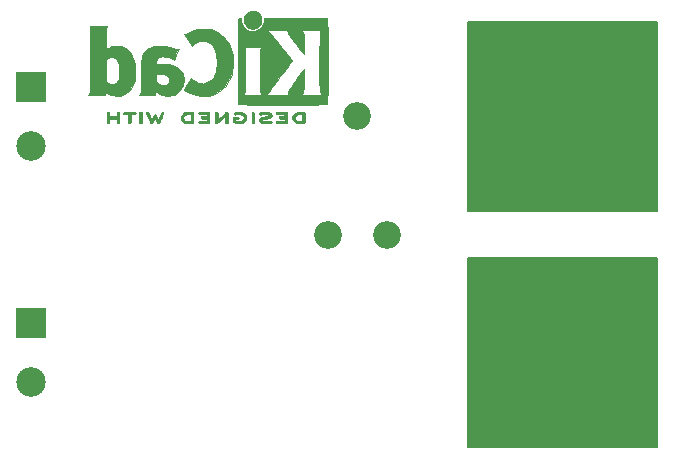
<source format=gbs>
G04 #@! TF.GenerationSoftware,KiCad,Pcbnew,6.0.0*
G04 #@! TF.CreationDate,2022-01-10T14:37:40+01:00*
G04 #@! TF.ProjectId,thermostat,74686572-6d6f-4737-9461-742e6b696361,rev?*
G04 #@! TF.SameCoordinates,Original*
G04 #@! TF.FileFunction,Soldermask,Bot*
G04 #@! TF.FilePolarity,Negative*
%FSLAX46Y46*%
G04 Gerber Fmt 4.6, Leading zero omitted, Abs format (unit mm)*
G04 Created by KiCad (PCBNEW 6.0.0) date 2022-01-10 14:37:40*
%MOMM*%
%LPD*%
G01*
G04 APERTURE LIST*
%ADD10C,0.150000*%
%ADD11C,0.010000*%
%ADD12C,0.900000*%
%ADD13C,8.600000*%
%ADD14C,2.500000*%
%ADD15R,2.500000X2.500000*%
%ADD16C,2.340000*%
G04 APERTURE END LIST*
D10*
X172000000Y-77000000D02*
X188000000Y-77000000D01*
X188000000Y-77000000D02*
X188000000Y-93000000D01*
X188000000Y-93000000D02*
X172000000Y-93000000D01*
X172000000Y-93000000D02*
X172000000Y-77000000D01*
G36*
X172000000Y-77000000D02*
G01*
X188000000Y-77000000D01*
X188000000Y-93000000D01*
X172000000Y-93000000D01*
X172000000Y-77000000D01*
G37*
X172000000Y-97000000D02*
X188000000Y-97000000D01*
X188000000Y-97000000D02*
X188000000Y-113000000D01*
X188000000Y-113000000D02*
X172000000Y-113000000D01*
X172000000Y-113000000D02*
X172000000Y-97000000D01*
G36*
X172000000Y-97000000D02*
G01*
X188000000Y-97000000D01*
X188000000Y-113000000D01*
X172000000Y-113000000D01*
X172000000Y-97000000D01*
G37*
D11*
X157870089Y-76661660D02*
X157520540Y-76661707D01*
X157520540Y-76661707D02*
X157357830Y-76661714D01*
X157357830Y-76661714D02*
X154753429Y-76661715D01*
X154753429Y-76661715D02*
X154753429Y-76815238D01*
X154753429Y-76815238D02*
X154737043Y-77002063D01*
X154737043Y-77002063D02*
X154687588Y-77174367D01*
X154687588Y-77174367D02*
X154604620Y-77333175D01*
X154604620Y-77333175D02*
X154487695Y-77479510D01*
X154487695Y-77479510D02*
X154448136Y-77519032D01*
X154448136Y-77519032D02*
X154305830Y-77631138D01*
X154305830Y-77631138D02*
X154148922Y-77712899D01*
X154148922Y-77712899D02*
X153982072Y-77764353D01*
X153982072Y-77764353D02*
X153809939Y-77785537D01*
X153809939Y-77785537D02*
X153637185Y-77776487D01*
X153637185Y-77776487D02*
X153468470Y-77737242D01*
X153468470Y-77737242D02*
X153308454Y-77667838D01*
X153308454Y-77667838D02*
X153161798Y-77568311D01*
X153161798Y-77568311D02*
X153095932Y-77508265D01*
X153095932Y-77508265D02*
X152973192Y-77361043D01*
X152973192Y-77361043D02*
X152883188Y-77199147D01*
X152883188Y-77199147D02*
X152826706Y-77024427D01*
X152826706Y-77024427D02*
X152804529Y-76838735D01*
X152804529Y-76838735D02*
X152804234Y-76820467D01*
X152804234Y-76820467D02*
X152803072Y-76661720D01*
X152803072Y-76661720D02*
X152733300Y-76661717D01*
X152733300Y-76661717D02*
X152671405Y-76670118D01*
X152671405Y-76670118D02*
X152614865Y-76690556D01*
X152614865Y-76690556D02*
X152611128Y-76692667D01*
X152611128Y-76692667D02*
X152598358Y-76699293D01*
X152598358Y-76699293D02*
X152586632Y-76704454D01*
X152586632Y-76704454D02*
X152575906Y-76709651D01*
X152575906Y-76709651D02*
X152566139Y-76716390D01*
X152566139Y-76716390D02*
X152557288Y-76726171D01*
X152557288Y-76726171D02*
X152549311Y-76740500D01*
X152549311Y-76740500D02*
X152542165Y-76760878D01*
X152542165Y-76760878D02*
X152535808Y-76788808D01*
X152535808Y-76788808D02*
X152530198Y-76825795D01*
X152530198Y-76825795D02*
X152525293Y-76873340D01*
X152525293Y-76873340D02*
X152521049Y-76932947D01*
X152521049Y-76932947D02*
X152517424Y-77006119D01*
X152517424Y-77006119D02*
X152514377Y-77094359D01*
X152514377Y-77094359D02*
X152511864Y-77199170D01*
X152511864Y-77199170D02*
X152509844Y-77322055D01*
X152509844Y-77322055D02*
X152508274Y-77464517D01*
X152508274Y-77464517D02*
X152507112Y-77628060D01*
X152507112Y-77628060D02*
X152506314Y-77814186D01*
X152506314Y-77814186D02*
X152505840Y-78024398D01*
X152505840Y-78024398D02*
X152505646Y-78260200D01*
X152505646Y-78260200D02*
X152505690Y-78523094D01*
X152505690Y-78523094D02*
X152505930Y-78814584D01*
X152505930Y-78814584D02*
X152506323Y-79136172D01*
X152506323Y-79136172D02*
X152506827Y-79489362D01*
X152506827Y-79489362D02*
X152507400Y-79875657D01*
X152507400Y-79875657D02*
X152507999Y-80296560D01*
X152507999Y-80296560D02*
X152508068Y-80347840D01*
X152508068Y-80347840D02*
X152508605Y-80771426D01*
X152508605Y-80771426D02*
X152509061Y-81160230D01*
X152509061Y-81160230D02*
X152509484Y-81515753D01*
X152509484Y-81515753D02*
X152509921Y-81839498D01*
X152509921Y-81839498D02*
X152510422Y-82132966D01*
X152510422Y-82132966D02*
X152511035Y-82397661D01*
X152511035Y-82397661D02*
X152511808Y-82635085D01*
X152511808Y-82635085D02*
X152512789Y-82846740D01*
X152512789Y-82846740D02*
X152514026Y-83034129D01*
X152514026Y-83034129D02*
X152515568Y-83198754D01*
X152515568Y-83198754D02*
X152517463Y-83342117D01*
X152517463Y-83342117D02*
X152519759Y-83465720D01*
X152519759Y-83465720D02*
X152522504Y-83571067D01*
X152522504Y-83571067D02*
X152525747Y-83659659D01*
X152525747Y-83659659D02*
X152529536Y-83733000D01*
X152529536Y-83733000D02*
X152533919Y-83792590D01*
X152533919Y-83792590D02*
X152538945Y-83839933D01*
X152538945Y-83839933D02*
X152544661Y-83876531D01*
X152544661Y-83876531D02*
X152551116Y-83903886D01*
X152551116Y-83903886D02*
X152558359Y-83923502D01*
X152558359Y-83923502D02*
X152566437Y-83936879D01*
X152566437Y-83936879D02*
X152575398Y-83945521D01*
X152575398Y-83945521D02*
X152585292Y-83950930D01*
X152585292Y-83950930D02*
X152596165Y-83954608D01*
X152596165Y-83954608D02*
X152608067Y-83958058D01*
X152608067Y-83958058D02*
X152621046Y-83962782D01*
X152621046Y-83962782D02*
X152624217Y-83964220D01*
X152624217Y-83964220D02*
X152634181Y-83967451D01*
X152634181Y-83967451D02*
X152650859Y-83970420D01*
X152650859Y-83970420D02*
X152675707Y-83973137D01*
X152675707Y-83973137D02*
X152710180Y-83975613D01*
X152710180Y-83975613D02*
X152755736Y-83977858D01*
X152755736Y-83977858D02*
X152813830Y-83979883D01*
X152813830Y-83979883D02*
X152885919Y-83981698D01*
X152885919Y-83981698D02*
X152973458Y-83983315D01*
X152973458Y-83983315D02*
X153077905Y-83984743D01*
X153077905Y-83984743D02*
X153200715Y-83985993D01*
X153200715Y-83985993D02*
X153343345Y-83987076D01*
X153343345Y-83987076D02*
X153507251Y-83988002D01*
X153507251Y-83988002D02*
X153693890Y-83988782D01*
X153693890Y-83988782D02*
X153904716Y-83989426D01*
X153904716Y-83989426D02*
X154141188Y-83989946D01*
X154141188Y-83989946D02*
X154404761Y-83990351D01*
X154404761Y-83990351D02*
X154696890Y-83990652D01*
X154696890Y-83990652D02*
X155019034Y-83990860D01*
X155019034Y-83990860D02*
X155372647Y-83990985D01*
X155372647Y-83990985D02*
X155759186Y-83991038D01*
X155759186Y-83991038D02*
X156180108Y-83991029D01*
X156180108Y-83991029D02*
X156316456Y-83991016D01*
X156316456Y-83991016D02*
X156746716Y-83990947D01*
X156746716Y-83990947D02*
X157142164Y-83990834D01*
X157142164Y-83990834D02*
X157504273Y-83990665D01*
X157504273Y-83990665D02*
X157834517Y-83990430D01*
X157834517Y-83990430D02*
X158134371Y-83990116D01*
X158134371Y-83990116D02*
X158405308Y-83989713D01*
X158405308Y-83989713D02*
X158648800Y-83989207D01*
X158648800Y-83989207D02*
X158866323Y-83988589D01*
X158866323Y-83988589D02*
X159059350Y-83987846D01*
X159059350Y-83987846D02*
X159229354Y-83986968D01*
X159229354Y-83986968D02*
X159377810Y-83985941D01*
X159377810Y-83985941D02*
X159506190Y-83984756D01*
X159506190Y-83984756D02*
X159615969Y-83983400D01*
X159615969Y-83983400D02*
X159708620Y-83981862D01*
X159708620Y-83981862D02*
X159785617Y-83980130D01*
X159785617Y-83980130D02*
X159848434Y-83978194D01*
X159848434Y-83978194D02*
X159898544Y-83976040D01*
X159898544Y-83976040D02*
X159937421Y-83973659D01*
X159937421Y-83973659D02*
X159966538Y-83971037D01*
X159966538Y-83971037D02*
X159987371Y-83968165D01*
X159987371Y-83968165D02*
X160001391Y-83965030D01*
X160001391Y-83965030D02*
X160009034Y-83962159D01*
X160009034Y-83962159D02*
X160022618Y-83956430D01*
X160022618Y-83956430D02*
X160035090Y-83952206D01*
X160035090Y-83952206D02*
X160046498Y-83947985D01*
X160046498Y-83947985D02*
X160056889Y-83942268D01*
X160056889Y-83942268D02*
X160066309Y-83933555D01*
X160066309Y-83933555D02*
X160074808Y-83920345D01*
X160074808Y-83920345D02*
X160082430Y-83901137D01*
X160082430Y-83901137D02*
X160089225Y-83874433D01*
X160089225Y-83874433D02*
X160095238Y-83838730D01*
X160095238Y-83838730D02*
X160100517Y-83792530D01*
X160100517Y-83792530D02*
X160105110Y-83734332D01*
X160105110Y-83734332D02*
X160109064Y-83662635D01*
X160109064Y-83662635D02*
X160112425Y-83575940D01*
X160112425Y-83575940D02*
X160115241Y-83472746D01*
X160115241Y-83472746D02*
X160117560Y-83351553D01*
X160117560Y-83351553D02*
X160119428Y-83210860D01*
X160119428Y-83210860D02*
X160119916Y-83156857D01*
X160119916Y-83156857D02*
X159635704Y-83156857D01*
X159635704Y-83156857D02*
X157924256Y-83156857D01*
X157924256Y-83156857D02*
X157957187Y-83106964D01*
X157957187Y-83106964D02*
X157989947Y-83055693D01*
X157989947Y-83055693D02*
X158017689Y-83006869D01*
X158017689Y-83006869D02*
X158040807Y-82957076D01*
X158040807Y-82957076D02*
X158059697Y-82902898D01*
X158059697Y-82902898D02*
X158074751Y-82840916D01*
X158074751Y-82840916D02*
X158086367Y-82767715D01*
X158086367Y-82767715D02*
X158094936Y-82679878D01*
X158094936Y-82679878D02*
X158100856Y-82573988D01*
X158100856Y-82573988D02*
X158104519Y-82446628D01*
X158104519Y-82446628D02*
X158106321Y-82294381D01*
X158106321Y-82294381D02*
X158106656Y-82113832D01*
X158106656Y-82113832D02*
X158105919Y-81901562D01*
X158105919Y-81901562D02*
X158105501Y-81822755D01*
X158105501Y-81822755D02*
X158100786Y-80977911D01*
X158100786Y-80977911D02*
X157565572Y-81706557D01*
X157565572Y-81706557D02*
X157413946Y-81913265D01*
X157413946Y-81913265D02*
X157282581Y-82093260D01*
X157282581Y-82093260D02*
X157170057Y-82248925D01*
X157170057Y-82248925D02*
X157074957Y-82382647D01*
X157074957Y-82382647D02*
X156995862Y-82496809D01*
X156995862Y-82496809D02*
X156931353Y-82593797D01*
X156931353Y-82593797D02*
X156880012Y-82675994D01*
X156880012Y-82675994D02*
X156840420Y-82745786D01*
X156840420Y-82745786D02*
X156811160Y-82805558D01*
X156811160Y-82805558D02*
X156790812Y-82857693D01*
X156790812Y-82857693D02*
X156777958Y-82904576D01*
X156777958Y-82904576D02*
X156771181Y-82948593D01*
X156771181Y-82948593D02*
X156769060Y-82992127D01*
X156769060Y-82992127D02*
X156770179Y-83037564D01*
X156770179Y-83037564D02*
X156770464Y-83043275D01*
X156770464Y-83043275D02*
X156776357Y-83156933D01*
X156776357Y-83156933D02*
X154900771Y-83156857D01*
X154900771Y-83156857D02*
X155040278Y-83016189D01*
X155040278Y-83016189D02*
X155078135Y-82977715D01*
X155078135Y-82977715D02*
X155114047Y-82940279D01*
X155114047Y-82940279D02*
X155149593Y-82901814D01*
X155149593Y-82901814D02*
X155186347Y-82860258D01*
X155186347Y-82860258D02*
X155225886Y-82813545D01*
X155225886Y-82813545D02*
X155269786Y-82759610D01*
X155269786Y-82759610D02*
X155319623Y-82696390D01*
X155319623Y-82696390D02*
X155376972Y-82621818D01*
X155376972Y-82621818D02*
X155443411Y-82533832D01*
X155443411Y-82533832D02*
X155520515Y-82430365D01*
X155520515Y-82430365D02*
X155609861Y-82309354D01*
X155609861Y-82309354D02*
X155713024Y-82168734D01*
X155713024Y-82168734D02*
X155831580Y-82006440D01*
X155831580Y-82006440D02*
X155967105Y-81820407D01*
X155967105Y-81820407D02*
X156121177Y-81608571D01*
X156121177Y-81608571D02*
X156247462Y-81434804D01*
X156247462Y-81434804D02*
X156405954Y-81216501D01*
X156405954Y-81216501D02*
X156544216Y-81025629D01*
X156544216Y-81025629D02*
X156663499Y-80860374D01*
X156663499Y-80860374D02*
X156765057Y-80718926D01*
X156765057Y-80718926D02*
X156850141Y-80599471D01*
X156850141Y-80599471D02*
X156920005Y-80500198D01*
X156920005Y-80500198D02*
X156975900Y-80419295D01*
X156975900Y-80419295D02*
X157019080Y-80354949D01*
X157019080Y-80354949D02*
X157050797Y-80305347D01*
X157050797Y-80305347D02*
X157072302Y-80268679D01*
X157072302Y-80268679D02*
X157084850Y-80243132D01*
X157084850Y-80243132D02*
X157089692Y-80226893D01*
X157089692Y-80226893D02*
X157088237Y-80218355D01*
X157088237Y-80218355D02*
X157070599Y-80195635D01*
X157070599Y-80195635D02*
X157032466Y-80147543D01*
X157032466Y-80147543D02*
X156976138Y-80076938D01*
X156976138Y-80076938D02*
X156903916Y-79986678D01*
X156903916Y-79986678D02*
X156818101Y-79879621D01*
X156818101Y-79879621D02*
X156720994Y-79758627D01*
X156720994Y-79758627D02*
X156614896Y-79626554D01*
X156614896Y-79626554D02*
X156502109Y-79486260D01*
X156502109Y-79486260D02*
X156384932Y-79340603D01*
X156384932Y-79340603D02*
X156265667Y-79192444D01*
X156265667Y-79192444D02*
X156200067Y-79111000D01*
X156200067Y-79111000D02*
X154571314Y-79111000D01*
X154571314Y-79111000D02*
X154503621Y-79233465D01*
X154503621Y-79233465D02*
X154435929Y-79355929D01*
X154435929Y-79355929D02*
X154435929Y-82911929D01*
X154435929Y-82911929D02*
X154503621Y-83034393D01*
X154503621Y-83034393D02*
X154571314Y-83156857D01*
X154571314Y-83156857D02*
X153770559Y-83156857D01*
X153770559Y-83156857D02*
X153579398Y-83156802D01*
X153579398Y-83156802D02*
X153421501Y-83156551D01*
X153421501Y-83156551D02*
X153293848Y-83155979D01*
X153293848Y-83155979D02*
X153193419Y-83154959D01*
X153193419Y-83154959D02*
X153117193Y-83153365D01*
X153117193Y-83153365D02*
X153062148Y-83151070D01*
X153062148Y-83151070D02*
X153025264Y-83147950D01*
X153025264Y-83147950D02*
X153003521Y-83143877D01*
X153003521Y-83143877D02*
X152993898Y-83138725D01*
X152993898Y-83138725D02*
X152993373Y-83132367D01*
X152993373Y-83132367D02*
X152998926Y-83124679D01*
X152998926Y-83124679D02*
X152998984Y-83124615D01*
X152998984Y-83124615D02*
X153021860Y-83091524D01*
X153021860Y-83091524D02*
X153052151Y-83037719D01*
X153052151Y-83037719D02*
X153078903Y-82984008D01*
X153078903Y-82984008D02*
X153129643Y-82875643D01*
X153129643Y-82875643D02*
X153134818Y-80993322D01*
X153134818Y-80993322D02*
X153139993Y-79111000D01*
X153139993Y-79111000D02*
X154571314Y-79111000D01*
X154571314Y-79111000D02*
X156200067Y-79111000D01*
X156200067Y-79111000D02*
X156146615Y-79044639D01*
X156146615Y-79044639D02*
X156030077Y-78900047D01*
X156030077Y-78900047D02*
X155918354Y-78761528D01*
X155918354Y-78761528D02*
X155813746Y-78631939D01*
X155813746Y-78631939D02*
X155718556Y-78514140D01*
X155718556Y-78514140D02*
X155635083Y-78410988D01*
X155635083Y-78410988D02*
X155565629Y-78325343D01*
X155565629Y-78325343D02*
X155512494Y-78260062D01*
X155512494Y-78260062D02*
X155481285Y-78222000D01*
X155481285Y-78222000D02*
X155360097Y-78079670D01*
X155360097Y-78079670D02*
X155243507Y-77951230D01*
X155243507Y-77951230D02*
X155135603Y-77840886D01*
X155135603Y-77840886D02*
X155040470Y-77752841D01*
X155040470Y-77752841D02*
X154972957Y-77698862D01*
X154972957Y-77698862D02*
X154893127Y-77641429D01*
X154893127Y-77641429D02*
X156729108Y-77641429D01*
X156729108Y-77641429D02*
X156728592Y-77749165D01*
X156728592Y-77749165D02*
X156733724Y-77828372D01*
X156733724Y-77828372D02*
X156753015Y-77901805D01*
X156753015Y-77901805D02*
X156782877Y-77971415D01*
X156782877Y-77971415D02*
X156802288Y-78010741D01*
X156802288Y-78010741D02*
X156823159Y-78049707D01*
X156823159Y-78049707D02*
X156847396Y-78090901D01*
X156847396Y-78090901D02*
X156876906Y-78136908D01*
X156876906Y-78136908D02*
X156913594Y-78190317D01*
X156913594Y-78190317D02*
X156959368Y-78253714D01*
X156959368Y-78253714D02*
X157016135Y-78329685D01*
X157016135Y-78329685D02*
X157085800Y-78420817D01*
X157085800Y-78420817D02*
X157170270Y-78529698D01*
X157170270Y-78529698D02*
X157271453Y-78658914D01*
X157271453Y-78658914D02*
X157391253Y-78811052D01*
X157391253Y-78811052D02*
X157531579Y-78988698D01*
X157531579Y-78988698D02*
X157547429Y-79008742D01*
X157547429Y-79008742D02*
X158100786Y-79708508D01*
X158100786Y-79708508D02*
X158106143Y-78933504D01*
X158106143Y-78933504D02*
X158107221Y-78701368D01*
X158107221Y-78701368D02*
X158106992Y-78504846D01*
X158106992Y-78504846D02*
X158105443Y-78343292D01*
X158105443Y-78343292D02*
X158102563Y-78216056D01*
X158102563Y-78216056D02*
X158098341Y-78122492D01*
X158098341Y-78122492D02*
X158092766Y-78061952D01*
X158092766Y-78061952D02*
X158090893Y-78050468D01*
X158090893Y-78050468D02*
X158061495Y-77929499D01*
X158061495Y-77929499D02*
X158022978Y-77820446D01*
X158022978Y-77820446D02*
X157979026Y-77732763D01*
X157979026Y-77732763D02*
X157952621Y-77695574D01*
X157952621Y-77695574D02*
X157907060Y-77641429D01*
X157907060Y-77641429D02*
X158771530Y-77641429D01*
X158771530Y-77641429D02*
X158977745Y-77641605D01*
X158977745Y-77641605D02*
X159150188Y-77642179D01*
X159150188Y-77642179D02*
X159291373Y-77643217D01*
X159291373Y-77643217D02*
X159403812Y-77644787D01*
X159403812Y-77644787D02*
X159490017Y-77646954D01*
X159490017Y-77646954D02*
X159552502Y-77649788D01*
X159552502Y-77649788D02*
X159593779Y-77653353D01*
X159593779Y-77653353D02*
X159616360Y-77657718D01*
X159616360Y-77657718D02*
X159622759Y-77662949D01*
X159622759Y-77662949D02*
X159622317Y-77664107D01*
X159622317Y-77664107D02*
X159603991Y-77691769D01*
X159603991Y-77691769D02*
X159573396Y-77735615D01*
X159573396Y-77735615D02*
X159557567Y-77757791D01*
X159557567Y-77757791D02*
X159541202Y-77779920D01*
X159541202Y-77779920D02*
X159526492Y-77799709D01*
X159526492Y-77799709D02*
X159513344Y-77819106D01*
X159513344Y-77819106D02*
X159501667Y-77840058D01*
X159501667Y-77840058D02*
X159491368Y-77864512D01*
X159491368Y-77864512D02*
X159482354Y-77894416D01*
X159482354Y-77894416D02*
X159474532Y-77931717D01*
X159474532Y-77931717D02*
X159467809Y-77978363D01*
X159467809Y-77978363D02*
X159462094Y-78036301D01*
X159462094Y-78036301D02*
X159457293Y-78107479D01*
X159457293Y-78107479D02*
X159453315Y-78193844D01*
X159453315Y-78193844D02*
X159450065Y-78297344D01*
X159450065Y-78297344D02*
X159447452Y-78419925D01*
X159447452Y-78419925D02*
X159445383Y-78563537D01*
X159445383Y-78563537D02*
X159443766Y-78730125D01*
X159443766Y-78730125D02*
X159442507Y-78921637D01*
X159442507Y-78921637D02*
X159441515Y-79140022D01*
X159441515Y-79140022D02*
X159440696Y-79387226D01*
X159440696Y-79387226D02*
X159439958Y-79665196D01*
X159439958Y-79665196D02*
X159439209Y-79975881D01*
X159439209Y-79975881D02*
X159438508Y-80261300D01*
X159438508Y-80261300D02*
X159437847Y-80579492D01*
X159437847Y-80579492D02*
X159437503Y-80883077D01*
X159437503Y-80883077D02*
X159437468Y-81170115D01*
X159437468Y-81170115D02*
X159437732Y-81438669D01*
X159437732Y-81438669D02*
X159438285Y-81686798D01*
X159438285Y-81686798D02*
X159439120Y-81912563D01*
X159439120Y-81912563D02*
X159440227Y-82114026D01*
X159440227Y-82114026D02*
X159441596Y-82289246D01*
X159441596Y-82289246D02*
X159443219Y-82436286D01*
X159443219Y-82436286D02*
X159445087Y-82553206D01*
X159445087Y-82553206D02*
X159447189Y-82638067D01*
X159447189Y-82638067D02*
X159449518Y-82688929D01*
X159449518Y-82688929D02*
X159449959Y-82694304D01*
X159449959Y-82694304D02*
X159466008Y-82817613D01*
X159466008Y-82817613D02*
X159491064Y-82916644D01*
X159491064Y-82916644D02*
X159529221Y-83003070D01*
X159529221Y-83003070D02*
X159584572Y-83088565D01*
X159584572Y-83088565D02*
X159591496Y-83097893D01*
X159591496Y-83097893D02*
X159635704Y-83156857D01*
X159635704Y-83156857D02*
X160119916Y-83156857D01*
X160119916Y-83156857D02*
X160120892Y-83049168D01*
X160120892Y-83049168D02*
X160122001Y-82864976D01*
X160122001Y-82864976D02*
X160122801Y-82656784D01*
X160122801Y-82656784D02*
X160123339Y-82423091D01*
X160123339Y-82423091D02*
X160123662Y-82162398D01*
X160123662Y-82162398D02*
X160123817Y-81873204D01*
X160123817Y-81873204D02*
X160123854Y-81554009D01*
X160123854Y-81554009D02*
X160123817Y-81203313D01*
X160123817Y-81203313D02*
X160123755Y-80819614D01*
X160123755Y-80819614D02*
X160123715Y-80401414D01*
X160123715Y-80401414D02*
X160123714Y-80318393D01*
X160123714Y-80318393D02*
X160123691Y-79895789D01*
X160123691Y-79895789D02*
X160123612Y-79507981D01*
X160123612Y-79507981D02*
X160123467Y-79153480D01*
X160123467Y-79153480D02*
X160123244Y-78830797D01*
X160123244Y-78830797D02*
X160122931Y-78538442D01*
X160122931Y-78538442D02*
X160122517Y-78274927D01*
X160122517Y-78274927D02*
X160121991Y-78038762D01*
X160121991Y-78038762D02*
X160121340Y-77828458D01*
X160121340Y-77828458D02*
X160120553Y-77642526D01*
X160120553Y-77642526D02*
X160119619Y-77479475D01*
X160119619Y-77479475D02*
X160118526Y-77337818D01*
X160118526Y-77337818D02*
X160117263Y-77216064D01*
X160117263Y-77216064D02*
X160115817Y-77112725D01*
X160115817Y-77112725D02*
X160114179Y-77026311D01*
X160114179Y-77026311D02*
X160112334Y-76955333D01*
X160112334Y-76955333D02*
X160110274Y-76898301D01*
X160110274Y-76898301D02*
X160107985Y-76853727D01*
X160107985Y-76853727D02*
X160105456Y-76820121D01*
X160105456Y-76820121D02*
X160102676Y-76795993D01*
X160102676Y-76795993D02*
X160099633Y-76779856D01*
X160099633Y-76779856D02*
X160096316Y-76770218D01*
X160096316Y-76770218D02*
X160096193Y-76769978D01*
X160096193Y-76769978D02*
X160089360Y-76755255D01*
X160089360Y-76755255D02*
X160083670Y-76741926D01*
X160083670Y-76741926D02*
X160077374Y-76729922D01*
X160077374Y-76729922D02*
X160068728Y-76719173D01*
X160068728Y-76719173D02*
X160055986Y-76709611D01*
X160055986Y-76709611D02*
X160037400Y-76701167D01*
X160037400Y-76701167D02*
X160011226Y-76693771D01*
X160011226Y-76693771D02*
X159975716Y-76687354D01*
X159975716Y-76687354D02*
X159929125Y-76681848D01*
X159929125Y-76681848D02*
X159869707Y-76677183D01*
X159869707Y-76677183D02*
X159795715Y-76673291D01*
X159795715Y-76673291D02*
X159705403Y-76670102D01*
X159705403Y-76670102D02*
X159597025Y-76667547D01*
X159597025Y-76667547D02*
X159468835Y-76665558D01*
X159468835Y-76665558D02*
X159319087Y-76664065D01*
X159319087Y-76664065D02*
X159146034Y-76662998D01*
X159146034Y-76662998D02*
X158947931Y-76662291D01*
X158947931Y-76662291D02*
X158723031Y-76661872D01*
X158723031Y-76661872D02*
X158469588Y-76661673D01*
X158469588Y-76661673D02*
X158185856Y-76661626D01*
X158185856Y-76661626D02*
X157870089Y-76661660D01*
X157870089Y-76661660D02*
X157870089Y-76661660D01*
G36*
X160117560Y-83351553D02*
G01*
X160115241Y-83472746D01*
X160112425Y-83575940D01*
X160109064Y-83662635D01*
X160105110Y-83734332D01*
X160100517Y-83792530D01*
X160095238Y-83838730D01*
X160089225Y-83874433D01*
X160082430Y-83901137D01*
X160074808Y-83920345D01*
X160066309Y-83933555D01*
X160056889Y-83942268D01*
X160046498Y-83947985D01*
X160035090Y-83952206D01*
X160022618Y-83956430D01*
X160009034Y-83962159D01*
X160001391Y-83965030D01*
X159987371Y-83968165D01*
X159966538Y-83971037D01*
X159937421Y-83973659D01*
X159898544Y-83976040D01*
X159848434Y-83978194D01*
X159785617Y-83980130D01*
X159708620Y-83981862D01*
X159615969Y-83983400D01*
X159506190Y-83984756D01*
X159377810Y-83985941D01*
X159229354Y-83986968D01*
X159059350Y-83987846D01*
X158866323Y-83988589D01*
X158648800Y-83989207D01*
X158405308Y-83989713D01*
X158134371Y-83990116D01*
X157834517Y-83990430D01*
X157504273Y-83990665D01*
X157142164Y-83990834D01*
X156746716Y-83990947D01*
X156316456Y-83991016D01*
X156180108Y-83991029D01*
X155759186Y-83991038D01*
X155372647Y-83990985D01*
X155019034Y-83990860D01*
X154696890Y-83990652D01*
X154404761Y-83990351D01*
X154141188Y-83989946D01*
X153904716Y-83989426D01*
X153693890Y-83988782D01*
X153507251Y-83988002D01*
X153343345Y-83987076D01*
X153200715Y-83985993D01*
X153077905Y-83984743D01*
X152973458Y-83983315D01*
X152885919Y-83981698D01*
X152813830Y-83979883D01*
X152755736Y-83977858D01*
X152710180Y-83975613D01*
X152675707Y-83973137D01*
X152650859Y-83970420D01*
X152634181Y-83967451D01*
X152624217Y-83964220D01*
X152621046Y-83962782D01*
X152608067Y-83958058D01*
X152596165Y-83954608D01*
X152585292Y-83950930D01*
X152575398Y-83945521D01*
X152566437Y-83936879D01*
X152558359Y-83923502D01*
X152551116Y-83903886D01*
X152544661Y-83876531D01*
X152538945Y-83839933D01*
X152533919Y-83792590D01*
X152529536Y-83733000D01*
X152525747Y-83659659D01*
X152522504Y-83571067D01*
X152519759Y-83465720D01*
X152517463Y-83342117D01*
X152515568Y-83198754D01*
X152514946Y-83132367D01*
X152993373Y-83132367D01*
X152993898Y-83138725D01*
X153003521Y-83143877D01*
X153025264Y-83147950D01*
X153062148Y-83151070D01*
X153117193Y-83153365D01*
X153193419Y-83154959D01*
X153293848Y-83155979D01*
X153421501Y-83156551D01*
X153579398Y-83156802D01*
X153770559Y-83156857D01*
X154571314Y-83156857D01*
X154503621Y-83034393D01*
X154435929Y-82911929D01*
X154435929Y-79355929D01*
X154503621Y-79233465D01*
X154571314Y-79111000D01*
X153139993Y-79111000D01*
X153134818Y-80993322D01*
X153129643Y-82875643D01*
X153078903Y-82984008D01*
X153052151Y-83037719D01*
X153021860Y-83091524D01*
X152998984Y-83124615D01*
X152998926Y-83124679D01*
X152993373Y-83132367D01*
X152514946Y-83132367D01*
X152514026Y-83034129D01*
X152512789Y-82846740D01*
X152511808Y-82635085D01*
X152511035Y-82397661D01*
X152510422Y-82132966D01*
X152509921Y-81839498D01*
X152509484Y-81515753D01*
X152509061Y-81160230D01*
X152508605Y-80771426D01*
X152508068Y-80347840D01*
X152507999Y-80296560D01*
X152507400Y-79875657D01*
X152506827Y-79489362D01*
X152506323Y-79136172D01*
X152505930Y-78814584D01*
X152505690Y-78523094D01*
X152505646Y-78260200D01*
X152505840Y-78024398D01*
X152506314Y-77814186D01*
X152507112Y-77628060D01*
X152508274Y-77464517D01*
X152509844Y-77322055D01*
X152511864Y-77199170D01*
X152514377Y-77094359D01*
X152517424Y-77006119D01*
X152521049Y-76932947D01*
X152525293Y-76873340D01*
X152530198Y-76825795D01*
X152535808Y-76788808D01*
X152542165Y-76760878D01*
X152549311Y-76740500D01*
X152557288Y-76726171D01*
X152566139Y-76716390D01*
X152575906Y-76709651D01*
X152586632Y-76704454D01*
X152598358Y-76699293D01*
X152611128Y-76692667D01*
X152614865Y-76690556D01*
X152671405Y-76670118D01*
X152733300Y-76661717D01*
X152803072Y-76661720D01*
X152804234Y-76820467D01*
X152804529Y-76838735D01*
X152826706Y-77024427D01*
X152883188Y-77199147D01*
X152973192Y-77361043D01*
X153095932Y-77508265D01*
X153161798Y-77568311D01*
X153308454Y-77667838D01*
X153468470Y-77737242D01*
X153637185Y-77776487D01*
X153809939Y-77785537D01*
X153982072Y-77764353D01*
X154148922Y-77712899D01*
X154286080Y-77641429D01*
X154893127Y-77641429D01*
X154972957Y-77698862D01*
X155040470Y-77752841D01*
X155135603Y-77840886D01*
X155243507Y-77951230D01*
X155360097Y-78079670D01*
X155481285Y-78222000D01*
X155512494Y-78260062D01*
X155565629Y-78325343D01*
X155635083Y-78410988D01*
X155718556Y-78514140D01*
X155813746Y-78631939D01*
X155918354Y-78761528D01*
X156030077Y-78900047D01*
X156146615Y-79044639D01*
X156200067Y-79111000D01*
X156265667Y-79192444D01*
X156384932Y-79340603D01*
X156502109Y-79486260D01*
X156614896Y-79626554D01*
X156720994Y-79758627D01*
X156818101Y-79879621D01*
X156903916Y-79986678D01*
X156976138Y-80076938D01*
X157032466Y-80147543D01*
X157070599Y-80195635D01*
X157088237Y-80218355D01*
X157089692Y-80226893D01*
X157084850Y-80243132D01*
X157072302Y-80268679D01*
X157050797Y-80305347D01*
X157019080Y-80354949D01*
X156975900Y-80419295D01*
X156920005Y-80500198D01*
X156850141Y-80599471D01*
X156765057Y-80718926D01*
X156663499Y-80860374D01*
X156544216Y-81025629D01*
X156405954Y-81216501D01*
X156247462Y-81434804D01*
X156121177Y-81608571D01*
X155967105Y-81820407D01*
X155831580Y-82006440D01*
X155713024Y-82168734D01*
X155609861Y-82309354D01*
X155520515Y-82430365D01*
X155443411Y-82533832D01*
X155376972Y-82621818D01*
X155319623Y-82696390D01*
X155269786Y-82759610D01*
X155225886Y-82813545D01*
X155186347Y-82860258D01*
X155149593Y-82901814D01*
X155114047Y-82940279D01*
X155078135Y-82977715D01*
X155040278Y-83016189D01*
X154900771Y-83156857D01*
X156776357Y-83156933D01*
X156770464Y-83043275D01*
X156770179Y-83037564D01*
X156769060Y-82992127D01*
X156771181Y-82948593D01*
X156777958Y-82904576D01*
X156790812Y-82857693D01*
X156811160Y-82805558D01*
X156840420Y-82745786D01*
X156880012Y-82675994D01*
X156931353Y-82593797D01*
X156995862Y-82496809D01*
X157074957Y-82382647D01*
X157170057Y-82248925D01*
X157282581Y-82093260D01*
X157413946Y-81913265D01*
X157565572Y-81706557D01*
X158100786Y-80977911D01*
X158105501Y-81822755D01*
X158105919Y-81901562D01*
X158106656Y-82113832D01*
X158106321Y-82294381D01*
X158104519Y-82446628D01*
X158100856Y-82573988D01*
X158094936Y-82679878D01*
X158086367Y-82767715D01*
X158074751Y-82840916D01*
X158059697Y-82902898D01*
X158040807Y-82957076D01*
X158017689Y-83006869D01*
X157989947Y-83055693D01*
X157957187Y-83106964D01*
X157924256Y-83156857D01*
X159635704Y-83156857D01*
X159591496Y-83097893D01*
X159584572Y-83088565D01*
X159529221Y-83003070D01*
X159491064Y-82916644D01*
X159466008Y-82817613D01*
X159449959Y-82694304D01*
X159449518Y-82688929D01*
X159447189Y-82638067D01*
X159445087Y-82553206D01*
X159443219Y-82436286D01*
X159441596Y-82289246D01*
X159440227Y-82114026D01*
X159439120Y-81912563D01*
X159438285Y-81686798D01*
X159437732Y-81438669D01*
X159437468Y-81170115D01*
X159437503Y-80883077D01*
X159437847Y-80579492D01*
X159438508Y-80261300D01*
X159439209Y-79975881D01*
X159439958Y-79665196D01*
X159440696Y-79387226D01*
X159441515Y-79140022D01*
X159442507Y-78921637D01*
X159443766Y-78730125D01*
X159445383Y-78563537D01*
X159447452Y-78419925D01*
X159450065Y-78297344D01*
X159453315Y-78193844D01*
X159457293Y-78107479D01*
X159462094Y-78036301D01*
X159467809Y-77978363D01*
X159474532Y-77931717D01*
X159482354Y-77894416D01*
X159491368Y-77864512D01*
X159501667Y-77840058D01*
X159513344Y-77819106D01*
X159526492Y-77799709D01*
X159541202Y-77779920D01*
X159557567Y-77757791D01*
X159573396Y-77735615D01*
X159603991Y-77691769D01*
X159622317Y-77664107D01*
X159622759Y-77662949D01*
X159616360Y-77657718D01*
X159593779Y-77653353D01*
X159552502Y-77649788D01*
X159490017Y-77646954D01*
X159403812Y-77644787D01*
X159291373Y-77643217D01*
X159150188Y-77642179D01*
X158977745Y-77641605D01*
X158771530Y-77641429D01*
X157907060Y-77641429D01*
X157952621Y-77695574D01*
X157979026Y-77732763D01*
X158022978Y-77820446D01*
X158061495Y-77929499D01*
X158090893Y-78050468D01*
X158092766Y-78061952D01*
X158098341Y-78122492D01*
X158102563Y-78216056D01*
X158105443Y-78343292D01*
X158106992Y-78504846D01*
X158107221Y-78701368D01*
X158106143Y-78933504D01*
X158100786Y-79708508D01*
X157547429Y-79008742D01*
X157531579Y-78988698D01*
X157391253Y-78811052D01*
X157271453Y-78658914D01*
X157170270Y-78529698D01*
X157085800Y-78420817D01*
X157016135Y-78329685D01*
X156959368Y-78253714D01*
X156913594Y-78190317D01*
X156876906Y-78136908D01*
X156847396Y-78090901D01*
X156823159Y-78049707D01*
X156802288Y-78010741D01*
X156782877Y-77971415D01*
X156753015Y-77901805D01*
X156733724Y-77828372D01*
X156728592Y-77749165D01*
X156729108Y-77641429D01*
X154893127Y-77641429D01*
X154286080Y-77641429D01*
X154305830Y-77631138D01*
X154448136Y-77519032D01*
X154487695Y-77479510D01*
X154604620Y-77333175D01*
X154687588Y-77174367D01*
X154737043Y-77002063D01*
X154753429Y-76815238D01*
X154753429Y-76661715D01*
X157357830Y-76661714D01*
X157520540Y-76661707D01*
X157870089Y-76661660D01*
X158185856Y-76661626D01*
X158469588Y-76661673D01*
X158723031Y-76661872D01*
X158947931Y-76662291D01*
X159146034Y-76662998D01*
X159319087Y-76664065D01*
X159468835Y-76665558D01*
X159597025Y-76667547D01*
X159705403Y-76670102D01*
X159795715Y-76673291D01*
X159869707Y-76677183D01*
X159929125Y-76681848D01*
X159975716Y-76687354D01*
X160011226Y-76693771D01*
X160037400Y-76701167D01*
X160055986Y-76709611D01*
X160068728Y-76719173D01*
X160077374Y-76729922D01*
X160083670Y-76741926D01*
X160089360Y-76755255D01*
X160096193Y-76769978D01*
X160096316Y-76770218D01*
X160099633Y-76779856D01*
X160102676Y-76795993D01*
X160105456Y-76820121D01*
X160107985Y-76853727D01*
X160110274Y-76898301D01*
X160112334Y-76955333D01*
X160114179Y-77026311D01*
X160115817Y-77112725D01*
X160117263Y-77216064D01*
X160118526Y-77337818D01*
X160119619Y-77479475D01*
X160120553Y-77642526D01*
X160121340Y-77828458D01*
X160121991Y-78038762D01*
X160122517Y-78274927D01*
X160122931Y-78538442D01*
X160123244Y-78830797D01*
X160123467Y-79153480D01*
X160123612Y-79507981D01*
X160123691Y-79895789D01*
X160123714Y-80318393D01*
X160123715Y-80401414D01*
X160123755Y-80819614D01*
X160123817Y-81203313D01*
X160123854Y-81554009D01*
X160123817Y-81873204D01*
X160123662Y-82162398D01*
X160123339Y-82423091D01*
X160122801Y-82656784D01*
X160122001Y-82864976D01*
X160120892Y-83049168D01*
X160119916Y-83156857D01*
X160119428Y-83210860D01*
X160117560Y-83351553D01*
G37*
X160117560Y-83351553D02*
X160115241Y-83472746D01*
X160112425Y-83575940D01*
X160109064Y-83662635D01*
X160105110Y-83734332D01*
X160100517Y-83792530D01*
X160095238Y-83838730D01*
X160089225Y-83874433D01*
X160082430Y-83901137D01*
X160074808Y-83920345D01*
X160066309Y-83933555D01*
X160056889Y-83942268D01*
X160046498Y-83947985D01*
X160035090Y-83952206D01*
X160022618Y-83956430D01*
X160009034Y-83962159D01*
X160001391Y-83965030D01*
X159987371Y-83968165D01*
X159966538Y-83971037D01*
X159937421Y-83973659D01*
X159898544Y-83976040D01*
X159848434Y-83978194D01*
X159785617Y-83980130D01*
X159708620Y-83981862D01*
X159615969Y-83983400D01*
X159506190Y-83984756D01*
X159377810Y-83985941D01*
X159229354Y-83986968D01*
X159059350Y-83987846D01*
X158866323Y-83988589D01*
X158648800Y-83989207D01*
X158405308Y-83989713D01*
X158134371Y-83990116D01*
X157834517Y-83990430D01*
X157504273Y-83990665D01*
X157142164Y-83990834D01*
X156746716Y-83990947D01*
X156316456Y-83991016D01*
X156180108Y-83991029D01*
X155759186Y-83991038D01*
X155372647Y-83990985D01*
X155019034Y-83990860D01*
X154696890Y-83990652D01*
X154404761Y-83990351D01*
X154141188Y-83989946D01*
X153904716Y-83989426D01*
X153693890Y-83988782D01*
X153507251Y-83988002D01*
X153343345Y-83987076D01*
X153200715Y-83985993D01*
X153077905Y-83984743D01*
X152973458Y-83983315D01*
X152885919Y-83981698D01*
X152813830Y-83979883D01*
X152755736Y-83977858D01*
X152710180Y-83975613D01*
X152675707Y-83973137D01*
X152650859Y-83970420D01*
X152634181Y-83967451D01*
X152624217Y-83964220D01*
X152621046Y-83962782D01*
X152608067Y-83958058D01*
X152596165Y-83954608D01*
X152585292Y-83950930D01*
X152575398Y-83945521D01*
X152566437Y-83936879D01*
X152558359Y-83923502D01*
X152551116Y-83903886D01*
X152544661Y-83876531D01*
X152538945Y-83839933D01*
X152533919Y-83792590D01*
X152529536Y-83733000D01*
X152525747Y-83659659D01*
X152522504Y-83571067D01*
X152519759Y-83465720D01*
X152517463Y-83342117D01*
X152515568Y-83198754D01*
X152514946Y-83132367D01*
X152993373Y-83132367D01*
X152993898Y-83138725D01*
X153003521Y-83143877D01*
X153025264Y-83147950D01*
X153062148Y-83151070D01*
X153117193Y-83153365D01*
X153193419Y-83154959D01*
X153293848Y-83155979D01*
X153421501Y-83156551D01*
X153579398Y-83156802D01*
X153770559Y-83156857D01*
X154571314Y-83156857D01*
X154503621Y-83034393D01*
X154435929Y-82911929D01*
X154435929Y-79355929D01*
X154503621Y-79233465D01*
X154571314Y-79111000D01*
X153139993Y-79111000D01*
X153134818Y-80993322D01*
X153129643Y-82875643D01*
X153078903Y-82984008D01*
X153052151Y-83037719D01*
X153021860Y-83091524D01*
X152998984Y-83124615D01*
X152998926Y-83124679D01*
X152993373Y-83132367D01*
X152514946Y-83132367D01*
X152514026Y-83034129D01*
X152512789Y-82846740D01*
X152511808Y-82635085D01*
X152511035Y-82397661D01*
X152510422Y-82132966D01*
X152509921Y-81839498D01*
X152509484Y-81515753D01*
X152509061Y-81160230D01*
X152508605Y-80771426D01*
X152508068Y-80347840D01*
X152507999Y-80296560D01*
X152507400Y-79875657D01*
X152506827Y-79489362D01*
X152506323Y-79136172D01*
X152505930Y-78814584D01*
X152505690Y-78523094D01*
X152505646Y-78260200D01*
X152505840Y-78024398D01*
X152506314Y-77814186D01*
X152507112Y-77628060D01*
X152508274Y-77464517D01*
X152509844Y-77322055D01*
X152511864Y-77199170D01*
X152514377Y-77094359D01*
X152517424Y-77006119D01*
X152521049Y-76932947D01*
X152525293Y-76873340D01*
X152530198Y-76825795D01*
X152535808Y-76788808D01*
X152542165Y-76760878D01*
X152549311Y-76740500D01*
X152557288Y-76726171D01*
X152566139Y-76716390D01*
X152575906Y-76709651D01*
X152586632Y-76704454D01*
X152598358Y-76699293D01*
X152611128Y-76692667D01*
X152614865Y-76690556D01*
X152671405Y-76670118D01*
X152733300Y-76661717D01*
X152803072Y-76661720D01*
X152804234Y-76820467D01*
X152804529Y-76838735D01*
X152826706Y-77024427D01*
X152883188Y-77199147D01*
X152973192Y-77361043D01*
X153095932Y-77508265D01*
X153161798Y-77568311D01*
X153308454Y-77667838D01*
X153468470Y-77737242D01*
X153637185Y-77776487D01*
X153809939Y-77785537D01*
X153982072Y-77764353D01*
X154148922Y-77712899D01*
X154286080Y-77641429D01*
X154893127Y-77641429D01*
X154972957Y-77698862D01*
X155040470Y-77752841D01*
X155135603Y-77840886D01*
X155243507Y-77951230D01*
X155360097Y-78079670D01*
X155481285Y-78222000D01*
X155512494Y-78260062D01*
X155565629Y-78325343D01*
X155635083Y-78410988D01*
X155718556Y-78514140D01*
X155813746Y-78631939D01*
X155918354Y-78761528D01*
X156030077Y-78900047D01*
X156146615Y-79044639D01*
X156200067Y-79111000D01*
X156265667Y-79192444D01*
X156384932Y-79340603D01*
X156502109Y-79486260D01*
X156614896Y-79626554D01*
X156720994Y-79758627D01*
X156818101Y-79879621D01*
X156903916Y-79986678D01*
X156976138Y-80076938D01*
X157032466Y-80147543D01*
X157070599Y-80195635D01*
X157088237Y-80218355D01*
X157089692Y-80226893D01*
X157084850Y-80243132D01*
X157072302Y-80268679D01*
X157050797Y-80305347D01*
X157019080Y-80354949D01*
X156975900Y-80419295D01*
X156920005Y-80500198D01*
X156850141Y-80599471D01*
X156765057Y-80718926D01*
X156663499Y-80860374D01*
X156544216Y-81025629D01*
X156405954Y-81216501D01*
X156247462Y-81434804D01*
X156121177Y-81608571D01*
X155967105Y-81820407D01*
X155831580Y-82006440D01*
X155713024Y-82168734D01*
X155609861Y-82309354D01*
X155520515Y-82430365D01*
X155443411Y-82533832D01*
X155376972Y-82621818D01*
X155319623Y-82696390D01*
X155269786Y-82759610D01*
X155225886Y-82813545D01*
X155186347Y-82860258D01*
X155149593Y-82901814D01*
X155114047Y-82940279D01*
X155078135Y-82977715D01*
X155040278Y-83016189D01*
X154900771Y-83156857D01*
X156776357Y-83156933D01*
X156770464Y-83043275D01*
X156770179Y-83037564D01*
X156769060Y-82992127D01*
X156771181Y-82948593D01*
X156777958Y-82904576D01*
X156790812Y-82857693D01*
X156811160Y-82805558D01*
X156840420Y-82745786D01*
X156880012Y-82675994D01*
X156931353Y-82593797D01*
X156995862Y-82496809D01*
X157074957Y-82382647D01*
X157170057Y-82248925D01*
X157282581Y-82093260D01*
X157413946Y-81913265D01*
X157565572Y-81706557D01*
X158100786Y-80977911D01*
X158105501Y-81822755D01*
X158105919Y-81901562D01*
X158106656Y-82113832D01*
X158106321Y-82294381D01*
X158104519Y-82446628D01*
X158100856Y-82573988D01*
X158094936Y-82679878D01*
X158086367Y-82767715D01*
X158074751Y-82840916D01*
X158059697Y-82902898D01*
X158040807Y-82957076D01*
X158017689Y-83006869D01*
X157989947Y-83055693D01*
X157957187Y-83106964D01*
X157924256Y-83156857D01*
X159635704Y-83156857D01*
X159591496Y-83097893D01*
X159584572Y-83088565D01*
X159529221Y-83003070D01*
X159491064Y-82916644D01*
X159466008Y-82817613D01*
X159449959Y-82694304D01*
X159449518Y-82688929D01*
X159447189Y-82638067D01*
X159445087Y-82553206D01*
X159443219Y-82436286D01*
X159441596Y-82289246D01*
X159440227Y-82114026D01*
X159439120Y-81912563D01*
X159438285Y-81686798D01*
X159437732Y-81438669D01*
X159437468Y-81170115D01*
X159437503Y-80883077D01*
X159437847Y-80579492D01*
X159438508Y-80261300D01*
X159439209Y-79975881D01*
X159439958Y-79665196D01*
X159440696Y-79387226D01*
X159441515Y-79140022D01*
X159442507Y-78921637D01*
X159443766Y-78730125D01*
X159445383Y-78563537D01*
X159447452Y-78419925D01*
X159450065Y-78297344D01*
X159453315Y-78193844D01*
X159457293Y-78107479D01*
X159462094Y-78036301D01*
X159467809Y-77978363D01*
X159474532Y-77931717D01*
X159482354Y-77894416D01*
X159491368Y-77864512D01*
X159501667Y-77840058D01*
X159513344Y-77819106D01*
X159526492Y-77799709D01*
X159541202Y-77779920D01*
X159557567Y-77757791D01*
X159573396Y-77735615D01*
X159603991Y-77691769D01*
X159622317Y-77664107D01*
X159622759Y-77662949D01*
X159616360Y-77657718D01*
X159593779Y-77653353D01*
X159552502Y-77649788D01*
X159490017Y-77646954D01*
X159403812Y-77644787D01*
X159291373Y-77643217D01*
X159150188Y-77642179D01*
X158977745Y-77641605D01*
X158771530Y-77641429D01*
X157907060Y-77641429D01*
X157952621Y-77695574D01*
X157979026Y-77732763D01*
X158022978Y-77820446D01*
X158061495Y-77929499D01*
X158090893Y-78050468D01*
X158092766Y-78061952D01*
X158098341Y-78122492D01*
X158102563Y-78216056D01*
X158105443Y-78343292D01*
X158106992Y-78504846D01*
X158107221Y-78701368D01*
X158106143Y-78933504D01*
X158100786Y-79708508D01*
X157547429Y-79008742D01*
X157531579Y-78988698D01*
X157391253Y-78811052D01*
X157271453Y-78658914D01*
X157170270Y-78529698D01*
X157085800Y-78420817D01*
X157016135Y-78329685D01*
X156959368Y-78253714D01*
X156913594Y-78190317D01*
X156876906Y-78136908D01*
X156847396Y-78090901D01*
X156823159Y-78049707D01*
X156802288Y-78010741D01*
X156782877Y-77971415D01*
X156753015Y-77901805D01*
X156733724Y-77828372D01*
X156728592Y-77749165D01*
X156729108Y-77641429D01*
X154893127Y-77641429D01*
X154286080Y-77641429D01*
X154305830Y-77631138D01*
X154448136Y-77519032D01*
X154487695Y-77479510D01*
X154604620Y-77333175D01*
X154687588Y-77174367D01*
X154737043Y-77002063D01*
X154753429Y-76815238D01*
X154753429Y-76661715D01*
X157357830Y-76661714D01*
X157520540Y-76661707D01*
X157870089Y-76661660D01*
X158185856Y-76661626D01*
X158469588Y-76661673D01*
X158723031Y-76661872D01*
X158947931Y-76662291D01*
X159146034Y-76662998D01*
X159319087Y-76664065D01*
X159468835Y-76665558D01*
X159597025Y-76667547D01*
X159705403Y-76670102D01*
X159795715Y-76673291D01*
X159869707Y-76677183D01*
X159929125Y-76681848D01*
X159975716Y-76687354D01*
X160011226Y-76693771D01*
X160037400Y-76701167D01*
X160055986Y-76709611D01*
X160068728Y-76719173D01*
X160077374Y-76729922D01*
X160083670Y-76741926D01*
X160089360Y-76755255D01*
X160096193Y-76769978D01*
X160096316Y-76770218D01*
X160099633Y-76779856D01*
X160102676Y-76795993D01*
X160105456Y-76820121D01*
X160107985Y-76853727D01*
X160110274Y-76898301D01*
X160112334Y-76955333D01*
X160114179Y-77026311D01*
X160115817Y-77112725D01*
X160117263Y-77216064D01*
X160118526Y-77337818D01*
X160119619Y-77479475D01*
X160120553Y-77642526D01*
X160121340Y-77828458D01*
X160121991Y-78038762D01*
X160122517Y-78274927D01*
X160122931Y-78538442D01*
X160123244Y-78830797D01*
X160123467Y-79153480D01*
X160123612Y-79507981D01*
X160123691Y-79895789D01*
X160123714Y-80318393D01*
X160123715Y-80401414D01*
X160123755Y-80819614D01*
X160123817Y-81203313D01*
X160123854Y-81554009D01*
X160123817Y-81873204D01*
X160123662Y-82162398D01*
X160123339Y-82423091D01*
X160122801Y-82656784D01*
X160122001Y-82864976D01*
X160120892Y-83049168D01*
X160119916Y-83156857D01*
X160119428Y-83210860D01*
X160117560Y-83351553D01*
X149418622Y-77569231D02*
X149222981Y-77590649D01*
X149222981Y-77590649D02*
X149033438Y-77628985D01*
X149033438Y-77628985D02*
X148842283Y-77686238D01*
X148842283Y-77686238D02*
X148641804Y-77764409D01*
X148641804Y-77764409D02*
X148424292Y-77865496D01*
X148424292Y-77865496D02*
X148385120Y-77885076D01*
X148385120Y-77885076D02*
X148295228Y-77929362D01*
X148295228Y-77929362D02*
X148210447Y-77969239D01*
X148210447Y-77969239D02*
X148139145Y-78000898D01*
X148139145Y-78000898D02*
X148089690Y-78020532D01*
X148089690Y-78020532D02*
X148082092Y-78023004D01*
X148082092Y-78023004D02*
X148009286Y-78044817D01*
X148009286Y-78044817D02*
X148335197Y-78518944D01*
X148335197Y-78518944D02*
X148414877Y-78634823D01*
X148414877Y-78634823D02*
X148487728Y-78740694D01*
X148487728Y-78740694D02*
X148551270Y-78832962D01*
X148551270Y-78832962D02*
X148603028Y-78908033D01*
X148603028Y-78908033D02*
X148640523Y-78962313D01*
X148640523Y-78962313D02*
X148661277Y-78992207D01*
X148661277Y-78992207D02*
X148664649Y-78996941D01*
X148664649Y-78996941D02*
X148678345Y-78987042D01*
X148678345Y-78987042D02*
X148712057Y-78957285D01*
X148712057Y-78957285D02*
X148759756Y-78913073D01*
X148759756Y-78913073D02*
X148786080Y-78888084D01*
X148786080Y-78888084D02*
X148935228Y-78769456D01*
X148935228Y-78769456D02*
X149102732Y-78679313D01*
X149102732Y-78679313D02*
X149247072Y-78629936D01*
X149247072Y-78629936D02*
X149333717Y-78614429D01*
X149333717Y-78614429D02*
X149442204Y-78604979D01*
X149442204Y-78604979D02*
X149559773Y-78601761D01*
X149559773Y-78601761D02*
X149673666Y-78604951D01*
X149673666Y-78604951D02*
X149771121Y-78614724D01*
X149771121Y-78614724D02*
X149810010Y-78622209D01*
X149810010Y-78622209D02*
X149985288Y-78682512D01*
X149985288Y-78682512D02*
X150143235Y-78774590D01*
X150143235Y-78774590D02*
X150283732Y-78898273D01*
X150283732Y-78898273D02*
X150406665Y-79053393D01*
X150406665Y-79053393D02*
X150511915Y-79239781D01*
X150511915Y-79239781D02*
X150599365Y-79457270D01*
X150599365Y-79457270D02*
X150668900Y-79705692D01*
X150668900Y-79705692D02*
X150710225Y-79918357D01*
X150710225Y-79918357D02*
X150721006Y-80012241D01*
X150721006Y-80012241D02*
X150728352Y-80133524D01*
X150728352Y-80133524D02*
X150732333Y-80273493D01*
X150732333Y-80273493D02*
X150733021Y-80423431D01*
X150733021Y-80423431D02*
X150730486Y-80574622D01*
X150730486Y-80574622D02*
X150724800Y-80718351D01*
X150724800Y-80718351D02*
X150716033Y-80845903D01*
X150716033Y-80845903D02*
X150704256Y-80948562D01*
X150704256Y-80948562D02*
X150701707Y-80964401D01*
X150701707Y-80964401D02*
X150645519Y-81219536D01*
X150645519Y-81219536D02*
X150568964Y-81445342D01*
X150568964Y-81445342D02*
X150471574Y-81642831D01*
X150471574Y-81642831D02*
X150352886Y-81813014D01*
X150352886Y-81813014D02*
X150268637Y-81905022D01*
X150268637Y-81905022D02*
X150117230Y-82029943D01*
X150117230Y-82029943D02*
X149951183Y-82122540D01*
X149951183Y-82122540D02*
X149773299Y-82182309D01*
X149773299Y-82182309D02*
X149586378Y-82208746D01*
X149586378Y-82208746D02*
X149393222Y-82201348D01*
X149393222Y-82201348D02*
X149196631Y-82159611D01*
X149196631Y-82159611D02*
X149080403Y-82118771D01*
X149080403Y-82118771D02*
X148919562Y-82036990D01*
X148919562Y-82036990D02*
X148753787Y-81919678D01*
X148753787Y-81919678D02*
X148660927Y-81840345D01*
X148660927Y-81840345D02*
X148608786Y-81794429D01*
X148608786Y-81794429D02*
X148567820Y-81760742D01*
X148567820Y-81760742D02*
X148544502Y-81744510D01*
X148544502Y-81744510D02*
X148541607Y-81744015D01*
X148541607Y-81744015D02*
X148531200Y-81760601D01*
X148531200Y-81760601D02*
X148504233Y-81804432D01*
X148504233Y-81804432D02*
X148463004Y-81871748D01*
X148463004Y-81871748D02*
X148409811Y-81958794D01*
X148409811Y-81958794D02*
X148346950Y-82061810D01*
X148346950Y-82061810D02*
X148276719Y-82177041D01*
X148276719Y-82177041D02*
X148237628Y-82241231D01*
X148237628Y-82241231D02*
X147939036Y-82731677D01*
X147939036Y-82731677D02*
X148311839Y-82915915D01*
X148311839Y-82915915D02*
X148446631Y-82982093D01*
X148446631Y-82982093D02*
X148555825Y-83034278D01*
X148555825Y-83034278D02*
X148646093Y-83075060D01*
X148646093Y-83075060D02*
X148724112Y-83107033D01*
X148724112Y-83107033D02*
X148796556Y-83132787D01*
X148796556Y-83132787D02*
X148870099Y-83154914D01*
X148870099Y-83154914D02*
X148951416Y-83176007D01*
X148951416Y-83176007D02*
X149029357Y-83194530D01*
X149029357Y-83194530D02*
X149098634Y-83208863D01*
X149098634Y-83208863D02*
X149171083Y-83219694D01*
X149171083Y-83219694D02*
X149253958Y-83227626D01*
X149253958Y-83227626D02*
X149354512Y-83233258D01*
X149354512Y-83233258D02*
X149479997Y-83237192D01*
X149479997Y-83237192D02*
X149564572Y-83238891D01*
X149564572Y-83238891D02*
X149685246Y-83240050D01*
X149685246Y-83240050D02*
X149800958Y-83239465D01*
X149800958Y-83239465D02*
X149904049Y-83237304D01*
X149904049Y-83237304D02*
X149986862Y-83233732D01*
X149986862Y-83233732D02*
X150041740Y-83228917D01*
X150041740Y-83228917D02*
X150044992Y-83228437D01*
X150044992Y-83228437D02*
X150329957Y-83166786D01*
X150329957Y-83166786D02*
X150597558Y-83073285D01*
X150597558Y-83073285D02*
X150847703Y-82947993D01*
X150847703Y-82947993D02*
X151080296Y-82790974D01*
X151080296Y-82790974D02*
X151295243Y-82602289D01*
X151295243Y-82602289D02*
X151492450Y-82382000D01*
X151492450Y-82382000D02*
X151635273Y-82186214D01*
X151635273Y-82186214D02*
X151787320Y-81929949D01*
X151787320Y-81929949D02*
X151910227Y-81659317D01*
X151910227Y-81659317D02*
X152004590Y-81372149D01*
X152004590Y-81372149D02*
X152071001Y-81066276D01*
X152071001Y-81066276D02*
X152110056Y-80739528D01*
X152110056Y-80739528D02*
X152122360Y-80407739D01*
X152122360Y-80407739D02*
X152112241Y-80086779D01*
X152112241Y-80086779D02*
X152080439Y-79790646D01*
X152080439Y-79790646D02*
X152025946Y-79514345D01*
X152025946Y-79514345D02*
X151947750Y-79252881D01*
X151947750Y-79252881D02*
X151844841Y-79001258D01*
X151844841Y-79001258D02*
X151832553Y-78975190D01*
X151832553Y-78975190D02*
X151697180Y-78731507D01*
X151697180Y-78731507D02*
X151530911Y-78499618D01*
X151530911Y-78499618D02*
X151338459Y-78284323D01*
X151338459Y-78284323D02*
X151124534Y-78090422D01*
X151124534Y-78090422D02*
X150893845Y-77922715D01*
X150893845Y-77922715D02*
X150678891Y-77799696D01*
X150678891Y-77799696D02*
X150461742Y-77703345D01*
X150461742Y-77703345D02*
X150244132Y-77633551D01*
X150244132Y-77633551D02*
X150017638Y-77588413D01*
X150017638Y-77588413D02*
X149773834Y-77566031D01*
X149773834Y-77566031D02*
X149628072Y-77562731D01*
X149628072Y-77562731D02*
X149418622Y-77569231D01*
X149418622Y-77569231D02*
X149418622Y-77569231D01*
G36*
X149773834Y-77566031D02*
G01*
X150017638Y-77588413D01*
X150244132Y-77633551D01*
X150461742Y-77703345D01*
X150678891Y-77799696D01*
X150893845Y-77922715D01*
X151124534Y-78090422D01*
X151338459Y-78284323D01*
X151530911Y-78499618D01*
X151697180Y-78731507D01*
X151832553Y-78975190D01*
X151844841Y-79001258D01*
X151947750Y-79252881D01*
X152025946Y-79514345D01*
X152080439Y-79790646D01*
X152112241Y-80086779D01*
X152122360Y-80407739D01*
X152110056Y-80739528D01*
X152071001Y-81066276D01*
X152004590Y-81372149D01*
X151910227Y-81659317D01*
X151787320Y-81929949D01*
X151635273Y-82186214D01*
X151492450Y-82382000D01*
X151295243Y-82602289D01*
X151080296Y-82790974D01*
X150847703Y-82947993D01*
X150597558Y-83073285D01*
X150329957Y-83166786D01*
X150044992Y-83228437D01*
X150041740Y-83228917D01*
X149986862Y-83233732D01*
X149904049Y-83237304D01*
X149800958Y-83239465D01*
X149685246Y-83240050D01*
X149564572Y-83238891D01*
X149479997Y-83237192D01*
X149354512Y-83233258D01*
X149253958Y-83227626D01*
X149171083Y-83219694D01*
X149098634Y-83208863D01*
X149029357Y-83194530D01*
X148951416Y-83176007D01*
X148870099Y-83154914D01*
X148796556Y-83132787D01*
X148724112Y-83107033D01*
X148646093Y-83075060D01*
X148555825Y-83034278D01*
X148446631Y-82982093D01*
X148311839Y-82915915D01*
X147939036Y-82731677D01*
X148237628Y-82241231D01*
X148276719Y-82177041D01*
X148346950Y-82061810D01*
X148409811Y-81958794D01*
X148463004Y-81871748D01*
X148504233Y-81804432D01*
X148531200Y-81760601D01*
X148541607Y-81744015D01*
X148544502Y-81744510D01*
X148567820Y-81760742D01*
X148608786Y-81794429D01*
X148660927Y-81840345D01*
X148753787Y-81919678D01*
X148919562Y-82036990D01*
X149080403Y-82118771D01*
X149196631Y-82159611D01*
X149393222Y-82201348D01*
X149586378Y-82208746D01*
X149773299Y-82182309D01*
X149951183Y-82122540D01*
X150117230Y-82029943D01*
X150268637Y-81905022D01*
X150352886Y-81813014D01*
X150471574Y-81642831D01*
X150568964Y-81445342D01*
X150645519Y-81219536D01*
X150701707Y-80964401D01*
X150704256Y-80948562D01*
X150716033Y-80845903D01*
X150724800Y-80718351D01*
X150730486Y-80574622D01*
X150733021Y-80423431D01*
X150732333Y-80273493D01*
X150728352Y-80133524D01*
X150721006Y-80012241D01*
X150710225Y-79918357D01*
X150668900Y-79705692D01*
X150599365Y-79457270D01*
X150511915Y-79239781D01*
X150406665Y-79053393D01*
X150283732Y-78898273D01*
X150143235Y-78774590D01*
X149985288Y-78682512D01*
X149810010Y-78622209D01*
X149771121Y-78614724D01*
X149673666Y-78604951D01*
X149559773Y-78601761D01*
X149442204Y-78604979D01*
X149333717Y-78614429D01*
X149247072Y-78629936D01*
X149102732Y-78679313D01*
X148935228Y-78769456D01*
X148786080Y-78888084D01*
X148759756Y-78913073D01*
X148712057Y-78957285D01*
X148678345Y-78987042D01*
X148664649Y-78996941D01*
X148661277Y-78992207D01*
X148640523Y-78962313D01*
X148603028Y-78908033D01*
X148551270Y-78832962D01*
X148487728Y-78740694D01*
X148414877Y-78634823D01*
X148335197Y-78518944D01*
X148009286Y-78044817D01*
X148082092Y-78023004D01*
X148089690Y-78020532D01*
X148139145Y-78000898D01*
X148210447Y-77969239D01*
X148295228Y-77929362D01*
X148385120Y-77885076D01*
X148424292Y-77865496D01*
X148641804Y-77764409D01*
X148842283Y-77686238D01*
X149033438Y-77628985D01*
X149222981Y-77590649D01*
X149418622Y-77569231D01*
X149628072Y-77562731D01*
X149773834Y-77566031D01*
G37*
X149773834Y-77566031D02*
X150017638Y-77588413D01*
X150244132Y-77633551D01*
X150461742Y-77703345D01*
X150678891Y-77799696D01*
X150893845Y-77922715D01*
X151124534Y-78090422D01*
X151338459Y-78284323D01*
X151530911Y-78499618D01*
X151697180Y-78731507D01*
X151832553Y-78975190D01*
X151844841Y-79001258D01*
X151947750Y-79252881D01*
X152025946Y-79514345D01*
X152080439Y-79790646D01*
X152112241Y-80086779D01*
X152122360Y-80407739D01*
X152110056Y-80739528D01*
X152071001Y-81066276D01*
X152004590Y-81372149D01*
X151910227Y-81659317D01*
X151787320Y-81929949D01*
X151635273Y-82186214D01*
X151492450Y-82382000D01*
X151295243Y-82602289D01*
X151080296Y-82790974D01*
X150847703Y-82947993D01*
X150597558Y-83073285D01*
X150329957Y-83166786D01*
X150044992Y-83228437D01*
X150041740Y-83228917D01*
X149986862Y-83233732D01*
X149904049Y-83237304D01*
X149800958Y-83239465D01*
X149685246Y-83240050D01*
X149564572Y-83238891D01*
X149479997Y-83237192D01*
X149354512Y-83233258D01*
X149253958Y-83227626D01*
X149171083Y-83219694D01*
X149098634Y-83208863D01*
X149029357Y-83194530D01*
X148951416Y-83176007D01*
X148870099Y-83154914D01*
X148796556Y-83132787D01*
X148724112Y-83107033D01*
X148646093Y-83075060D01*
X148555825Y-83034278D01*
X148446631Y-82982093D01*
X148311839Y-82915915D01*
X147939036Y-82731677D01*
X148237628Y-82241231D01*
X148276719Y-82177041D01*
X148346950Y-82061810D01*
X148409811Y-81958794D01*
X148463004Y-81871748D01*
X148504233Y-81804432D01*
X148531200Y-81760601D01*
X148541607Y-81744015D01*
X148544502Y-81744510D01*
X148567820Y-81760742D01*
X148608786Y-81794429D01*
X148660927Y-81840345D01*
X148753787Y-81919678D01*
X148919562Y-82036990D01*
X149080403Y-82118771D01*
X149196631Y-82159611D01*
X149393222Y-82201348D01*
X149586378Y-82208746D01*
X149773299Y-82182309D01*
X149951183Y-82122540D01*
X150117230Y-82029943D01*
X150268637Y-81905022D01*
X150352886Y-81813014D01*
X150471574Y-81642831D01*
X150568964Y-81445342D01*
X150645519Y-81219536D01*
X150701707Y-80964401D01*
X150704256Y-80948562D01*
X150716033Y-80845903D01*
X150724800Y-80718351D01*
X150730486Y-80574622D01*
X150733021Y-80423431D01*
X150732333Y-80273493D01*
X150728352Y-80133524D01*
X150721006Y-80012241D01*
X150710225Y-79918357D01*
X150668900Y-79705692D01*
X150599365Y-79457270D01*
X150511915Y-79239781D01*
X150406665Y-79053393D01*
X150283732Y-78898273D01*
X150143235Y-78774590D01*
X149985288Y-78682512D01*
X149810010Y-78622209D01*
X149771121Y-78614724D01*
X149673666Y-78604951D01*
X149559773Y-78601761D01*
X149442204Y-78604979D01*
X149333717Y-78614429D01*
X149247072Y-78629936D01*
X149102732Y-78679313D01*
X148935228Y-78769456D01*
X148786080Y-78888084D01*
X148759756Y-78913073D01*
X148712057Y-78957285D01*
X148678345Y-78987042D01*
X148664649Y-78996941D01*
X148661277Y-78992207D01*
X148640523Y-78962313D01*
X148603028Y-78908033D01*
X148551270Y-78832962D01*
X148487728Y-78740694D01*
X148414877Y-78634823D01*
X148335197Y-78518944D01*
X148009286Y-78044817D01*
X148082092Y-78023004D01*
X148089690Y-78020532D01*
X148139145Y-78000898D01*
X148210447Y-77969239D01*
X148295228Y-77929362D01*
X148385120Y-77885076D01*
X148424292Y-77865496D01*
X148641804Y-77764409D01*
X148842283Y-77686238D01*
X149033438Y-77628985D01*
X149222981Y-77590649D01*
X149418622Y-77569231D01*
X149628072Y-77562731D01*
X149773834Y-77566031D01*
X145814368Y-79027730D02*
X145724477Y-79034535D01*
X145724477Y-79034535D02*
X145467285Y-79068753D01*
X145467285Y-79068753D02*
X145239515Y-79123331D01*
X145239515Y-79123331D02*
X145040057Y-79199020D01*
X145040057Y-79199020D02*
X144867803Y-79296570D01*
X144867803Y-79296570D02*
X144721641Y-79416732D01*
X144721641Y-79416732D02*
X144600464Y-79560258D01*
X144600464Y-79560258D02*
X144503161Y-79727898D01*
X144503161Y-79727898D02*
X144432109Y-79909286D01*
X144432109Y-79909286D02*
X144414073Y-79967146D01*
X144414073Y-79967146D02*
X144398368Y-80021329D01*
X144398368Y-80021329D02*
X144384808Y-80074752D01*
X144384808Y-80074752D02*
X144373208Y-80130333D01*
X144373208Y-80130333D02*
X144363383Y-80190988D01*
X144363383Y-80190988D02*
X144355147Y-80259635D01*
X144355147Y-80259635D02*
X144348316Y-80339190D01*
X144348316Y-80339190D02*
X144342705Y-80432572D01*
X144342705Y-80432572D02*
X144338128Y-80542696D01*
X144338128Y-80542696D02*
X144334400Y-80672481D01*
X144334400Y-80672481D02*
X144331335Y-80824842D01*
X144331335Y-80824842D02*
X144328750Y-81002698D01*
X144328750Y-81002698D02*
X144326458Y-81208965D01*
X144326458Y-81208965D02*
X144324275Y-81446561D01*
X144324275Y-81446561D02*
X144322714Y-81632857D01*
X144322714Y-81632857D02*
X144312215Y-82911929D01*
X144312215Y-82911929D02*
X144244179Y-83035018D01*
X144244179Y-83035018D02*
X144211962Y-83094317D01*
X144211962Y-83094317D02*
X144187988Y-83140377D01*
X144187988Y-83140377D02*
X144176550Y-83164893D01*
X144176550Y-83164893D02*
X144176143Y-83166553D01*
X144176143Y-83166553D02*
X144193625Y-83168454D01*
X144193625Y-83168454D02*
X144243426Y-83170205D01*
X144243426Y-83170205D02*
X144321579Y-83171758D01*
X144321579Y-83171758D02*
X144424118Y-83173062D01*
X144424118Y-83173062D02*
X144547078Y-83174070D01*
X144547078Y-83174070D02*
X144686490Y-83174731D01*
X144686490Y-83174731D02*
X144838389Y-83174997D01*
X144838389Y-83174997D02*
X144856500Y-83175000D01*
X144856500Y-83175000D02*
X145536857Y-83175000D01*
X145536857Y-83175000D02*
X145536857Y-83020786D01*
X145536857Y-83020786D02*
X145538018Y-82951094D01*
X145538018Y-82951094D02*
X145541113Y-82897794D01*
X145541113Y-82897794D02*
X145545568Y-82869217D01*
X145545568Y-82869217D02*
X145547537Y-82866572D01*
X145547537Y-82866572D02*
X145565545Y-82877653D01*
X145565545Y-82877653D02*
X145602607Y-82906736D01*
X145602607Y-82906736D02*
X145650778Y-82947579D01*
X145650778Y-82947579D02*
X145651859Y-82948524D01*
X145651859Y-82948524D02*
X145739765Y-83013971D01*
X145739765Y-83013971D02*
X145850783Y-83079688D01*
X145850783Y-83079688D02*
X145972369Y-83139219D01*
X145972369Y-83139219D02*
X146091979Y-83186109D01*
X146091979Y-83186109D02*
X146144643Y-83202133D01*
X146144643Y-83202133D02*
X146249449Y-83222485D01*
X146249449Y-83222485D02*
X146378050Y-83235472D01*
X146378050Y-83235472D02*
X146518675Y-83240909D01*
X146518675Y-83240909D02*
X146659552Y-83238611D01*
X146659552Y-83238611D02*
X146788907Y-83228392D01*
X146788907Y-83228392D02*
X146879429Y-83213689D01*
X146879429Y-83213689D02*
X147101420Y-83148499D01*
X147101420Y-83148499D02*
X147301271Y-83055594D01*
X147301271Y-83055594D02*
X147477681Y-82936126D01*
X147477681Y-82936126D02*
X147629350Y-82791247D01*
X147629350Y-82791247D02*
X147754976Y-82622110D01*
X147754976Y-82622110D02*
X147853259Y-82429867D01*
X147853259Y-82429867D02*
X147895659Y-82313214D01*
X147895659Y-82313214D02*
X147922232Y-82199833D01*
X147922232Y-82199833D02*
X147939842Y-82063722D01*
X147939842Y-82063722D02*
X147947990Y-81917437D01*
X147947990Y-81917437D02*
X147947722Y-81896151D01*
X147947722Y-81896151D02*
X146720679Y-81896151D01*
X146720679Y-81896151D02*
X146710504Y-82004850D01*
X146710504Y-82004850D02*
X146676622Y-82095185D01*
X146676622Y-82095185D02*
X146614000Y-82178995D01*
X146614000Y-82178995D02*
X146589948Y-82203571D01*
X146589948Y-82203571D02*
X146504449Y-82270011D01*
X146504449Y-82270011D02*
X146405627Y-82312574D01*
X146405627Y-82312574D02*
X146287232Y-82333177D01*
X146287232Y-82333177D02*
X146162555Y-82334694D01*
X146162555Y-82334694D02*
X146044302Y-82324677D01*
X146044302Y-82324677D02*
X145953761Y-82305085D01*
X145953761Y-82305085D02*
X145914440Y-82290370D01*
X145914440Y-82290370D02*
X145843568Y-82250265D01*
X145843568Y-82250265D02*
X145768475Y-82193863D01*
X145768475Y-82193863D02*
X145699962Y-82130561D01*
X145699962Y-82130561D02*
X145648828Y-82069755D01*
X145648828Y-82069755D02*
X145635250Y-82047449D01*
X145635250Y-82047449D02*
X145624695Y-82016212D01*
X145624695Y-82016212D02*
X145617190Y-81966507D01*
X145617190Y-81966507D02*
X145612387Y-81893587D01*
X145612387Y-81893587D02*
X145609935Y-81792703D01*
X145609935Y-81792703D02*
X145609429Y-81696689D01*
X145609429Y-81696689D02*
X145609772Y-81584750D01*
X145609772Y-81584750D02*
X145611157Y-81503809D01*
X145611157Y-81503809D02*
X145614119Y-81448585D01*
X145614119Y-81448585D02*
X145619192Y-81413794D01*
X145619192Y-81413794D02*
X145626910Y-81394154D01*
X145626910Y-81394154D02*
X145637808Y-81384380D01*
X145637808Y-81384380D02*
X145641179Y-81382824D01*
X145641179Y-81382824D02*
X145670471Y-81378029D01*
X145670471Y-81378029D02*
X145728244Y-81374108D01*
X145728244Y-81374108D02*
X145806696Y-81371414D01*
X145806696Y-81371414D02*
X145898026Y-81370299D01*
X145898026Y-81370299D02*
X145917857Y-81370298D01*
X145917857Y-81370298D02*
X146039937Y-81372246D01*
X146039937Y-81372246D02*
X146134251Y-81378041D01*
X146134251Y-81378041D02*
X146209193Y-81388475D01*
X146209193Y-81388475D02*
X146271097Y-81403714D01*
X146271097Y-81403714D02*
X146424651Y-81461784D01*
X146424651Y-81461784D02*
X146545068Y-81533179D01*
X146545068Y-81533179D02*
X146633390Y-81619039D01*
X146633390Y-81619039D02*
X146690661Y-81720507D01*
X146690661Y-81720507D02*
X146717922Y-81838725D01*
X146717922Y-81838725D02*
X146720679Y-81896151D01*
X146720679Y-81896151D02*
X147947722Y-81896151D01*
X147947722Y-81896151D02*
X147946177Y-81773533D01*
X147946177Y-81773533D02*
X147933904Y-81644565D01*
X147933904Y-81644565D02*
X147924330Y-81592460D01*
X147924330Y-81592460D02*
X147863199Y-81398997D01*
X147863199Y-81398997D02*
X147770243Y-81220993D01*
X147770243Y-81220993D02*
X147647217Y-81060155D01*
X147647217Y-81060155D02*
X147495876Y-80918190D01*
X147495876Y-80918190D02*
X147317975Y-80796806D01*
X147317975Y-80796806D02*
X147115268Y-80697709D01*
X147115268Y-80697709D02*
X146942929Y-80637533D01*
X146942929Y-80637533D02*
X146827747Y-80605919D01*
X146827747Y-80605919D02*
X146717577Y-80581354D01*
X146717577Y-80581354D02*
X146605281Y-80563039D01*
X146605281Y-80563039D02*
X146483725Y-80550178D01*
X146483725Y-80550178D02*
X146345771Y-80541972D01*
X146345771Y-80541972D02*
X146184285Y-80537624D01*
X146184285Y-80537624D02*
X146038285Y-80536400D01*
X146038285Y-80536400D02*
X145605355Y-80535215D01*
X145605355Y-80535215D02*
X145613649Y-80405080D01*
X145613649Y-80405080D02*
X145637199Y-80263883D01*
X145637199Y-80263883D02*
X145687297Y-80142518D01*
X145687297Y-80142518D02*
X145761809Y-80044017D01*
X145761809Y-80044017D02*
X145858601Y-79971409D01*
X145858601Y-79971409D02*
X145943829Y-79935979D01*
X145943829Y-79935979D02*
X146065944Y-79913650D01*
X146065944Y-79913650D02*
X146211317Y-79910443D01*
X146211317Y-79910443D02*
X146373133Y-79925177D01*
X146373133Y-79925177D02*
X146544578Y-79956670D01*
X146544578Y-79956670D02*
X146718837Y-80003740D01*
X146718837Y-80003740D02*
X146889096Y-80065203D01*
X146889096Y-80065203D02*
X147012824Y-80121417D01*
X147012824Y-80121417D02*
X147072353Y-80150283D01*
X147072353Y-80150283D02*
X147117758Y-80170443D01*
X147117758Y-80170443D02*
X147140850Y-80178310D01*
X147140850Y-80178310D02*
X147142103Y-80178058D01*
X147142103Y-80178058D02*
X147150071Y-80160437D01*
X147150071Y-80160437D02*
X147169969Y-80113733D01*
X147169969Y-80113733D02*
X147199923Y-80042418D01*
X147199923Y-80042418D02*
X147238061Y-79950969D01*
X147238061Y-79950969D02*
X147282512Y-79843859D01*
X147282512Y-79843859D02*
X147327695Y-79734549D01*
X147327695Y-79734549D02*
X147508333Y-79296740D01*
X147508333Y-79296740D02*
X147379845Y-79275636D01*
X147379845Y-79275636D02*
X147324154Y-79265047D01*
X147324154Y-79265047D02*
X147240436Y-79247263D01*
X147240436Y-79247263D02*
X147135861Y-79223898D01*
X147135861Y-79223898D02*
X147017601Y-79196565D01*
X147017601Y-79196565D02*
X146892828Y-79166881D01*
X146892828Y-79166881D02*
X146843143Y-79154818D01*
X146843143Y-79154818D02*
X146628193Y-79104962D01*
X146628193Y-79104962D02*
X146440005Y-79067584D01*
X146440005Y-79067584D02*
X146271554Y-79041927D01*
X146271554Y-79041927D02*
X146115814Y-79027235D01*
X146115814Y-79027235D02*
X145965760Y-79022755D01*
X145965760Y-79022755D02*
X145814368Y-79027730D01*
X145814368Y-79027730D02*
X145814368Y-79027730D01*
G36*
X147939842Y-82063722D02*
G01*
X147922232Y-82199833D01*
X147895659Y-82313214D01*
X147853259Y-82429867D01*
X147754976Y-82622110D01*
X147629350Y-82791247D01*
X147477681Y-82936126D01*
X147301271Y-83055594D01*
X147101420Y-83148499D01*
X146879429Y-83213689D01*
X146788907Y-83228392D01*
X146659552Y-83238611D01*
X146518675Y-83240909D01*
X146378050Y-83235472D01*
X146249449Y-83222485D01*
X146144643Y-83202133D01*
X146091979Y-83186109D01*
X145972369Y-83139219D01*
X145850783Y-83079688D01*
X145739765Y-83013971D01*
X145651859Y-82948524D01*
X145650778Y-82947579D01*
X145602607Y-82906736D01*
X145565545Y-82877653D01*
X145547537Y-82866572D01*
X145545568Y-82869217D01*
X145541113Y-82897794D01*
X145538018Y-82951094D01*
X145536857Y-83020786D01*
X145536857Y-83175000D01*
X144856500Y-83175000D01*
X144838389Y-83174997D01*
X144686490Y-83174731D01*
X144547078Y-83174070D01*
X144424118Y-83173062D01*
X144321579Y-83171758D01*
X144243426Y-83170205D01*
X144193625Y-83168454D01*
X144176143Y-83166553D01*
X144176550Y-83164893D01*
X144187988Y-83140377D01*
X144211962Y-83094317D01*
X144244179Y-83035018D01*
X144312215Y-82911929D01*
X144322190Y-81696689D01*
X145609429Y-81696689D01*
X145609935Y-81792703D01*
X145612387Y-81893587D01*
X145617190Y-81966507D01*
X145624695Y-82016212D01*
X145635250Y-82047449D01*
X145648828Y-82069755D01*
X145699962Y-82130561D01*
X145768475Y-82193863D01*
X145843568Y-82250265D01*
X145914440Y-82290370D01*
X145953761Y-82305085D01*
X146044302Y-82324677D01*
X146162555Y-82334694D01*
X146287232Y-82333177D01*
X146405627Y-82312574D01*
X146504449Y-82270011D01*
X146589948Y-82203571D01*
X146614000Y-82178995D01*
X146676622Y-82095185D01*
X146710504Y-82004850D01*
X146720679Y-81896151D01*
X146717922Y-81838725D01*
X146690661Y-81720507D01*
X146633390Y-81619039D01*
X146545068Y-81533179D01*
X146424651Y-81461784D01*
X146271097Y-81403714D01*
X146209193Y-81388475D01*
X146134251Y-81378041D01*
X146039937Y-81372246D01*
X145917857Y-81370298D01*
X145898026Y-81370299D01*
X145806696Y-81371414D01*
X145728244Y-81374108D01*
X145670471Y-81378029D01*
X145641179Y-81382824D01*
X145637808Y-81384380D01*
X145626910Y-81394154D01*
X145619192Y-81413794D01*
X145614119Y-81448585D01*
X145611157Y-81503809D01*
X145609772Y-81584750D01*
X145609429Y-81696689D01*
X144322190Y-81696689D01*
X144322714Y-81632857D01*
X144324275Y-81446561D01*
X144326458Y-81208965D01*
X144328750Y-81002698D01*
X144331335Y-80824842D01*
X144334400Y-80672481D01*
X144338128Y-80542696D01*
X144342705Y-80432572D01*
X144348316Y-80339190D01*
X144355147Y-80259635D01*
X144363383Y-80190988D01*
X144373208Y-80130333D01*
X144384808Y-80074752D01*
X144398368Y-80021329D01*
X144414073Y-79967146D01*
X144432109Y-79909286D01*
X144503161Y-79727898D01*
X144600464Y-79560258D01*
X144721641Y-79416732D01*
X144867803Y-79296570D01*
X145040057Y-79199020D01*
X145239515Y-79123331D01*
X145467285Y-79068753D01*
X145724477Y-79034535D01*
X145814368Y-79027730D01*
X145965760Y-79022755D01*
X146115814Y-79027235D01*
X146271554Y-79041927D01*
X146440005Y-79067584D01*
X146628193Y-79104962D01*
X146843143Y-79154818D01*
X146892828Y-79166881D01*
X147017601Y-79196565D01*
X147135861Y-79223898D01*
X147240436Y-79247263D01*
X147324154Y-79265047D01*
X147379845Y-79275636D01*
X147508333Y-79296740D01*
X147327695Y-79734549D01*
X147282512Y-79843859D01*
X147238061Y-79950969D01*
X147199923Y-80042418D01*
X147169969Y-80113733D01*
X147150071Y-80160437D01*
X147142103Y-80178058D01*
X147140850Y-80178310D01*
X147117758Y-80170443D01*
X147072353Y-80150283D01*
X147012824Y-80121417D01*
X146889096Y-80065203D01*
X146718837Y-80003740D01*
X146544578Y-79956670D01*
X146373133Y-79925177D01*
X146211317Y-79910443D01*
X146065944Y-79913650D01*
X145943829Y-79935979D01*
X145858601Y-79971409D01*
X145761809Y-80044017D01*
X145687297Y-80142518D01*
X145637199Y-80263883D01*
X145613649Y-80405080D01*
X145605355Y-80535215D01*
X146038285Y-80536400D01*
X146184285Y-80537624D01*
X146345771Y-80541972D01*
X146483725Y-80550178D01*
X146605281Y-80563039D01*
X146717577Y-80581354D01*
X146827747Y-80605919D01*
X146942929Y-80637533D01*
X147115268Y-80697709D01*
X147317975Y-80796806D01*
X147495876Y-80918190D01*
X147647217Y-81060155D01*
X147770243Y-81220993D01*
X147863199Y-81398997D01*
X147924330Y-81592460D01*
X147933904Y-81644565D01*
X147946177Y-81773533D01*
X147947722Y-81896151D01*
X147947990Y-81917437D01*
X147939842Y-82063722D01*
G37*
X147939842Y-82063722D02*
X147922232Y-82199833D01*
X147895659Y-82313214D01*
X147853259Y-82429867D01*
X147754976Y-82622110D01*
X147629350Y-82791247D01*
X147477681Y-82936126D01*
X147301271Y-83055594D01*
X147101420Y-83148499D01*
X146879429Y-83213689D01*
X146788907Y-83228392D01*
X146659552Y-83238611D01*
X146518675Y-83240909D01*
X146378050Y-83235472D01*
X146249449Y-83222485D01*
X146144643Y-83202133D01*
X146091979Y-83186109D01*
X145972369Y-83139219D01*
X145850783Y-83079688D01*
X145739765Y-83013971D01*
X145651859Y-82948524D01*
X145650778Y-82947579D01*
X145602607Y-82906736D01*
X145565545Y-82877653D01*
X145547537Y-82866572D01*
X145545568Y-82869217D01*
X145541113Y-82897794D01*
X145538018Y-82951094D01*
X145536857Y-83020786D01*
X145536857Y-83175000D01*
X144856500Y-83175000D01*
X144838389Y-83174997D01*
X144686490Y-83174731D01*
X144547078Y-83174070D01*
X144424118Y-83173062D01*
X144321579Y-83171758D01*
X144243426Y-83170205D01*
X144193625Y-83168454D01*
X144176143Y-83166553D01*
X144176550Y-83164893D01*
X144187988Y-83140377D01*
X144211962Y-83094317D01*
X144244179Y-83035018D01*
X144312215Y-82911929D01*
X144322190Y-81696689D01*
X145609429Y-81696689D01*
X145609935Y-81792703D01*
X145612387Y-81893587D01*
X145617190Y-81966507D01*
X145624695Y-82016212D01*
X145635250Y-82047449D01*
X145648828Y-82069755D01*
X145699962Y-82130561D01*
X145768475Y-82193863D01*
X145843568Y-82250265D01*
X145914440Y-82290370D01*
X145953761Y-82305085D01*
X146044302Y-82324677D01*
X146162555Y-82334694D01*
X146287232Y-82333177D01*
X146405627Y-82312574D01*
X146504449Y-82270011D01*
X146589948Y-82203571D01*
X146614000Y-82178995D01*
X146676622Y-82095185D01*
X146710504Y-82004850D01*
X146720679Y-81896151D01*
X146717922Y-81838725D01*
X146690661Y-81720507D01*
X146633390Y-81619039D01*
X146545068Y-81533179D01*
X146424651Y-81461784D01*
X146271097Y-81403714D01*
X146209193Y-81388475D01*
X146134251Y-81378041D01*
X146039937Y-81372246D01*
X145917857Y-81370298D01*
X145898026Y-81370299D01*
X145806696Y-81371414D01*
X145728244Y-81374108D01*
X145670471Y-81378029D01*
X145641179Y-81382824D01*
X145637808Y-81384380D01*
X145626910Y-81394154D01*
X145619192Y-81413794D01*
X145614119Y-81448585D01*
X145611157Y-81503809D01*
X145609772Y-81584750D01*
X145609429Y-81696689D01*
X144322190Y-81696689D01*
X144322714Y-81632857D01*
X144324275Y-81446561D01*
X144326458Y-81208965D01*
X144328750Y-81002698D01*
X144331335Y-80824842D01*
X144334400Y-80672481D01*
X144338128Y-80542696D01*
X144342705Y-80432572D01*
X144348316Y-80339190D01*
X144355147Y-80259635D01*
X144363383Y-80190988D01*
X144373208Y-80130333D01*
X144384808Y-80074752D01*
X144398368Y-80021329D01*
X144414073Y-79967146D01*
X144432109Y-79909286D01*
X144503161Y-79727898D01*
X144600464Y-79560258D01*
X144721641Y-79416732D01*
X144867803Y-79296570D01*
X145040057Y-79199020D01*
X145239515Y-79123331D01*
X145467285Y-79068753D01*
X145724477Y-79034535D01*
X145814368Y-79027730D01*
X145965760Y-79022755D01*
X146115814Y-79027235D01*
X146271554Y-79041927D01*
X146440005Y-79067584D01*
X146628193Y-79104962D01*
X146843143Y-79154818D01*
X146892828Y-79166881D01*
X147017601Y-79196565D01*
X147135861Y-79223898D01*
X147240436Y-79247263D01*
X147324154Y-79265047D01*
X147379845Y-79275636D01*
X147508333Y-79296740D01*
X147327695Y-79734549D01*
X147282512Y-79843859D01*
X147238061Y-79950969D01*
X147199923Y-80042418D01*
X147169969Y-80113733D01*
X147150071Y-80160437D01*
X147142103Y-80178058D01*
X147140850Y-80178310D01*
X147117758Y-80170443D01*
X147072353Y-80150283D01*
X147012824Y-80121417D01*
X146889096Y-80065203D01*
X146718837Y-80003740D01*
X146544578Y-79956670D01*
X146373133Y-79925177D01*
X146211317Y-79910443D01*
X146065944Y-79913650D01*
X145943829Y-79935979D01*
X145858601Y-79971409D01*
X145761809Y-80044017D01*
X145687297Y-80142518D01*
X145637199Y-80263883D01*
X145613649Y-80405080D01*
X145605355Y-80535215D01*
X146038285Y-80536400D01*
X146184285Y-80537624D01*
X146345771Y-80541972D01*
X146483725Y-80550178D01*
X146605281Y-80563039D01*
X146717577Y-80581354D01*
X146827747Y-80605919D01*
X146942929Y-80637533D01*
X147115268Y-80697709D01*
X147317975Y-80796806D01*
X147495876Y-80918190D01*
X147647217Y-81060155D01*
X147770243Y-81220993D01*
X147863199Y-81398997D01*
X147924330Y-81592460D01*
X147933904Y-81644565D01*
X147946177Y-81773533D01*
X147947722Y-81896151D01*
X147947990Y-81917437D01*
X147939842Y-82063722D01*
X140958429Y-77300089D02*
X140804124Y-77300723D01*
X140804124Y-77300723D02*
X140751679Y-77301042D01*
X140751679Y-77301042D02*
X140030500Y-77305786D01*
X140030500Y-77305786D02*
X140021429Y-80072572D01*
X140021429Y-80072572D02*
X140020231Y-80447756D01*
X140020231Y-80447756D02*
X140019168Y-80788417D01*
X140019168Y-80788417D02*
X140018173Y-81096318D01*
X140018173Y-81096318D02*
X140017177Y-81373221D01*
X140017177Y-81373221D02*
X140016112Y-81620888D01*
X140016112Y-81620888D02*
X140014909Y-81841081D01*
X140014909Y-81841081D02*
X140013501Y-82035562D01*
X140013501Y-82035562D02*
X140011818Y-82206094D01*
X140011818Y-82206094D02*
X140009794Y-82354440D01*
X140009794Y-82354440D02*
X140007359Y-82482361D01*
X140007359Y-82482361D02*
X140004446Y-82591620D01*
X140004446Y-82591620D02*
X140000985Y-82683979D01*
X140000985Y-82683979D02*
X139996910Y-82761200D01*
X139996910Y-82761200D02*
X139992151Y-82825046D01*
X139992151Y-82825046D02*
X139986640Y-82877278D01*
X139986640Y-82877278D02*
X139980309Y-82919660D01*
X139980309Y-82919660D02*
X139973090Y-82953953D01*
X139973090Y-82953953D02*
X139964915Y-82981920D01*
X139964915Y-82981920D02*
X139955715Y-83005324D01*
X139955715Y-83005324D02*
X139945423Y-83025925D01*
X139945423Y-83025925D02*
X139933969Y-83045487D01*
X139933969Y-83045487D02*
X139921285Y-83065772D01*
X139921285Y-83065772D02*
X139907305Y-83088543D01*
X139907305Y-83088543D02*
X139904439Y-83093393D01*
X139904439Y-83093393D02*
X139856360Y-83175433D01*
X139856360Y-83175433D02*
X141246072Y-83165929D01*
X141246072Y-83165929D02*
X141255143Y-83013295D01*
X141255143Y-83013295D02*
X141260082Y-82940045D01*
X141260082Y-82940045D02*
X141265229Y-82897696D01*
X141265229Y-82897696D02*
X141272214Y-82880892D01*
X141272214Y-82880892D02*
X141282663Y-82884277D01*
X141282663Y-82884277D02*
X141291429Y-82893960D01*
X141291429Y-82893960D02*
X141329612Y-82929229D01*
X141329612Y-82929229D02*
X141391845Y-82974563D01*
X141391845Y-82974563D02*
X141469359Y-83024546D01*
X141469359Y-83024546D02*
X141553387Y-83073761D01*
X141553387Y-83073761D02*
X141635161Y-83116791D01*
X141635161Y-83116791D02*
X141697948Y-83145101D01*
X141697948Y-83145101D02*
X141845046Y-83191624D01*
X141845046Y-83191624D02*
X142013820Y-83224579D01*
X142013820Y-83224579D02*
X142191809Y-83242707D01*
X142191809Y-83242707D02*
X142366553Y-83244750D01*
X142366553Y-83244750D02*
X142525593Y-83229447D01*
X142525593Y-83229447D02*
X142528212Y-83229009D01*
X142528212Y-83229009D02*
X142745832Y-83174402D01*
X142745832Y-83174402D02*
X142949545Y-83087401D01*
X142949545Y-83087401D02*
X143137387Y-82969876D01*
X143137387Y-82969876D02*
X143307393Y-82823697D01*
X143307393Y-82823697D02*
X143457598Y-82650734D01*
X143457598Y-82650734D02*
X143586036Y-82452857D01*
X143586036Y-82452857D02*
X143690743Y-82231936D01*
X143690743Y-82231936D02*
X143747754Y-82068286D01*
X143747754Y-82068286D02*
X143785349Y-81931375D01*
X143785349Y-81931375D02*
X143813229Y-81798798D01*
X143813229Y-81798798D02*
X143832247Y-81662502D01*
X143832247Y-81662502D02*
X143843255Y-81514433D01*
X143843255Y-81514433D02*
X143847105Y-81346537D01*
X143847105Y-81346537D02*
X143845400Y-81209440D01*
X143845400Y-81209440D02*
X142506641Y-81209440D01*
X142506641Y-81209440D02*
X142500306Y-81439329D01*
X142500306Y-81439329D02*
X142480321Y-81637111D01*
X142480321Y-81637111D02*
X142446073Y-81804539D01*
X142446073Y-81804539D02*
X142396945Y-81943369D01*
X142396945Y-81943369D02*
X142332324Y-82055358D01*
X142332324Y-82055358D02*
X142251595Y-82142259D01*
X142251595Y-82142259D02*
X142158409Y-82203692D01*
X142158409Y-82203692D02*
X142109920Y-82226626D01*
X142109920Y-82226626D02*
X142067866Y-82240375D01*
X142067866Y-82240375D02*
X142020980Y-82246666D01*
X142020980Y-82246666D02*
X141957996Y-82247222D01*
X141957996Y-82247222D02*
X141890143Y-82244773D01*
X141890143Y-82244773D02*
X141756705Y-82233004D01*
X141756705Y-82233004D02*
X141651168Y-82209955D01*
X141651168Y-82209955D02*
X141618000Y-82198410D01*
X141618000Y-82198410D02*
X141542265Y-82164311D01*
X141542265Y-82164311D02*
X141462386Y-82121491D01*
X141462386Y-82121491D02*
X141427500Y-82100057D01*
X141427500Y-82100057D02*
X141336786Y-82040556D01*
X141336786Y-82040556D02*
X141336786Y-80154584D01*
X141336786Y-80154584D02*
X141436572Y-80094771D01*
X141436572Y-80094771D02*
X141575733Y-80027185D01*
X141575733Y-80027185D02*
X141717913Y-79987214D01*
X141717913Y-79987214D02*
X141857910Y-79974622D01*
X141857910Y-79974622D02*
X141990526Y-79989173D01*
X141990526Y-79989173D02*
X142110560Y-80030632D01*
X142110560Y-80030632D02*
X142212812Y-80098763D01*
X142212812Y-80098763D02*
X142245805Y-80131466D01*
X142245805Y-80131466D02*
X142325333Y-80238619D01*
X142325333Y-80238619D02*
X142389701Y-80368327D01*
X142389701Y-80368327D02*
X142439447Y-80522814D01*
X142439447Y-80522814D02*
X142475109Y-80704302D01*
X142475109Y-80704302D02*
X142497225Y-80915015D01*
X142497225Y-80915015D02*
X142506333Y-81157175D01*
X142506333Y-81157175D02*
X142506641Y-81209440D01*
X142506641Y-81209440D02*
X143845400Y-81209440D01*
X143845400Y-81209440D02*
X143844690Y-81152374D01*
X143844690Y-81152374D02*
X143829395Y-80853713D01*
X143829395Y-80853713D02*
X143798642Y-80584325D01*
X143798642Y-80584325D02*
X143751619Y-80340285D01*
X143751619Y-80340285D02*
X143687518Y-80117670D01*
X143687518Y-80117670D02*
X143605528Y-79912556D01*
X143605528Y-79912556D02*
X143576270Y-79851746D01*
X143576270Y-79851746D02*
X143458419Y-79653440D01*
X143458419Y-79653440D02*
X143316004Y-79477212D01*
X143316004Y-79477212D02*
X143152371Y-79325908D01*
X143152371Y-79325908D02*
X142970869Y-79202371D01*
X142970869Y-79202371D02*
X142774847Y-79109447D01*
X142774847Y-79109447D02*
X142657345Y-79071115D01*
X142657345Y-79071115D02*
X142541946Y-79048359D01*
X142541946Y-79048359D02*
X142403093Y-79034820D01*
X142403093Y-79034820D02*
X142252426Y-79030492D01*
X142252426Y-79030492D02*
X142101587Y-79035368D01*
X142101587Y-79035368D02*
X141962215Y-79049444D01*
X141962215Y-79049444D02*
X141850309Y-79071525D01*
X141850309Y-79071525D02*
X141717116Y-79114828D01*
X141717116Y-79114828D02*
X141588021Y-79170511D01*
X141588021Y-79170511D02*
X141475072Y-79232936D01*
X141475072Y-79232936D02*
X141414957Y-79275303D01*
X141414957Y-79275303D02*
X141373490Y-79306807D01*
X141373490Y-79306807D02*
X141344455Y-79325990D01*
X141344455Y-79325990D02*
X141337850Y-79328714D01*
X141337850Y-79328714D02*
X141335802Y-79311163D01*
X141335802Y-79311163D02*
X141333893Y-79260875D01*
X141333893Y-79260875D02*
X141332164Y-79181400D01*
X141332164Y-79181400D02*
X141330659Y-79076286D01*
X141330659Y-79076286D02*
X141329419Y-78949083D01*
X141329419Y-78949083D02*
X141328487Y-78803339D01*
X141328487Y-78803339D02*
X141327905Y-78642603D01*
X141327905Y-78642603D02*
X141327714Y-78478884D01*
X141327714Y-78478884D02*
X141327821Y-78269188D01*
X141327821Y-78269188D02*
X141328342Y-78092396D01*
X141328342Y-78092396D02*
X141329584Y-77945126D01*
X141329584Y-77945126D02*
X141331852Y-77823997D01*
X141331852Y-77823997D02*
X141335450Y-77725627D01*
X141335450Y-77725627D02*
X141340683Y-77646634D01*
X141340683Y-77646634D02*
X141347856Y-77583638D01*
X141347856Y-77583638D02*
X141357274Y-77533255D01*
X141357274Y-77533255D02*
X141369242Y-77492105D01*
X141369242Y-77492105D02*
X141384065Y-77456806D01*
X141384065Y-77456806D02*
X141402048Y-77423977D01*
X141402048Y-77423977D02*
X141423495Y-77390235D01*
X141423495Y-77390235D02*
X141426255Y-77386057D01*
X141426255Y-77386057D02*
X141453917Y-77342356D01*
X141453917Y-77342356D02*
X141470618Y-77312305D01*
X141470618Y-77312305D02*
X141472857Y-77305967D01*
X141472857Y-77305967D02*
X141455357Y-77303967D01*
X141455357Y-77303967D02*
X141405426Y-77302340D01*
X141405426Y-77302340D02*
X141326915Y-77301112D01*
X141326915Y-77301112D02*
X141223677Y-77300311D01*
X141223677Y-77300311D02*
X141099564Y-77299961D01*
X141099564Y-77299961D02*
X140958429Y-77300089D01*
X140958429Y-77300089D02*
X140958429Y-77300089D01*
G36*
X143843255Y-81514433D02*
G01*
X143832247Y-81662502D01*
X143813229Y-81798798D01*
X143785349Y-81931375D01*
X143747754Y-82068286D01*
X143690743Y-82231936D01*
X143586036Y-82452857D01*
X143457598Y-82650734D01*
X143307393Y-82823697D01*
X143137387Y-82969876D01*
X142949545Y-83087401D01*
X142745832Y-83174402D01*
X142528212Y-83229009D01*
X142525593Y-83229447D01*
X142366553Y-83244750D01*
X142191809Y-83242707D01*
X142013820Y-83224579D01*
X141845046Y-83191624D01*
X141697948Y-83145101D01*
X141635161Y-83116791D01*
X141553387Y-83073761D01*
X141469359Y-83024546D01*
X141391845Y-82974563D01*
X141329612Y-82929229D01*
X141291429Y-82893960D01*
X141282663Y-82884277D01*
X141272214Y-82880892D01*
X141265229Y-82897696D01*
X141260082Y-82940045D01*
X141255143Y-83013295D01*
X141246072Y-83165929D01*
X139856360Y-83175433D01*
X139904439Y-83093393D01*
X139907305Y-83088543D01*
X139921285Y-83065772D01*
X139933969Y-83045487D01*
X139945423Y-83025925D01*
X139955715Y-83005324D01*
X139964915Y-82981920D01*
X139973090Y-82953953D01*
X139980309Y-82919660D01*
X139986640Y-82877278D01*
X139992151Y-82825046D01*
X139996910Y-82761200D01*
X140000985Y-82683979D01*
X140004446Y-82591620D01*
X140007359Y-82482361D01*
X140009794Y-82354440D01*
X140011818Y-82206094D01*
X140013452Y-82040556D01*
X141336786Y-82040556D01*
X141427500Y-82100057D01*
X141462386Y-82121491D01*
X141542265Y-82164311D01*
X141618000Y-82198410D01*
X141651168Y-82209955D01*
X141756705Y-82233004D01*
X141890143Y-82244773D01*
X141957996Y-82247222D01*
X142020980Y-82246666D01*
X142067866Y-82240375D01*
X142109920Y-82226626D01*
X142158409Y-82203692D01*
X142251595Y-82142259D01*
X142332324Y-82055358D01*
X142396945Y-81943369D01*
X142446073Y-81804539D01*
X142480321Y-81637111D01*
X142500306Y-81439329D01*
X142506641Y-81209440D01*
X142506333Y-81157175D01*
X142497225Y-80915015D01*
X142475109Y-80704302D01*
X142439447Y-80522814D01*
X142389701Y-80368327D01*
X142325333Y-80238619D01*
X142245805Y-80131466D01*
X142212812Y-80098763D01*
X142110560Y-80030632D01*
X141990526Y-79989173D01*
X141857910Y-79974622D01*
X141717913Y-79987214D01*
X141575733Y-80027185D01*
X141436572Y-80094771D01*
X141336786Y-80154584D01*
X141336786Y-82040556D01*
X140013452Y-82040556D01*
X140013501Y-82035562D01*
X140014909Y-81841081D01*
X140016112Y-81620888D01*
X140017177Y-81373221D01*
X140018173Y-81096318D01*
X140019168Y-80788417D01*
X140020231Y-80447756D01*
X140021429Y-80072572D01*
X140030500Y-77305786D01*
X140751679Y-77301042D01*
X140804124Y-77300723D01*
X140958429Y-77300089D01*
X141099564Y-77299961D01*
X141223677Y-77300311D01*
X141326915Y-77301112D01*
X141405426Y-77302340D01*
X141455357Y-77303967D01*
X141472857Y-77305967D01*
X141470618Y-77312305D01*
X141453917Y-77342356D01*
X141426255Y-77386057D01*
X141423495Y-77390235D01*
X141402048Y-77423977D01*
X141384065Y-77456806D01*
X141369242Y-77492105D01*
X141357274Y-77533255D01*
X141347856Y-77583638D01*
X141340683Y-77646634D01*
X141335450Y-77725627D01*
X141331852Y-77823997D01*
X141329584Y-77945126D01*
X141328342Y-78092396D01*
X141327821Y-78269188D01*
X141327714Y-78478884D01*
X141327905Y-78642603D01*
X141328487Y-78803339D01*
X141329419Y-78949083D01*
X141330659Y-79076286D01*
X141332164Y-79181400D01*
X141333893Y-79260875D01*
X141335802Y-79311163D01*
X141337850Y-79328714D01*
X141344455Y-79325990D01*
X141373490Y-79306807D01*
X141414957Y-79275303D01*
X141475072Y-79232936D01*
X141588021Y-79170511D01*
X141717116Y-79114828D01*
X141850309Y-79071525D01*
X141962215Y-79049444D01*
X142101587Y-79035368D01*
X142252426Y-79030492D01*
X142403093Y-79034820D01*
X142541946Y-79048359D01*
X142657345Y-79071115D01*
X142774847Y-79109447D01*
X142970869Y-79202371D01*
X143152371Y-79325908D01*
X143316004Y-79477212D01*
X143458419Y-79653440D01*
X143576270Y-79851746D01*
X143605528Y-79912556D01*
X143687518Y-80117670D01*
X143751619Y-80340285D01*
X143798642Y-80584325D01*
X143829395Y-80853713D01*
X143844690Y-81152374D01*
X143845400Y-81209440D01*
X143847105Y-81346537D01*
X143843255Y-81514433D01*
G37*
X143843255Y-81514433D02*
X143832247Y-81662502D01*
X143813229Y-81798798D01*
X143785349Y-81931375D01*
X143747754Y-82068286D01*
X143690743Y-82231936D01*
X143586036Y-82452857D01*
X143457598Y-82650734D01*
X143307393Y-82823697D01*
X143137387Y-82969876D01*
X142949545Y-83087401D01*
X142745832Y-83174402D01*
X142528212Y-83229009D01*
X142525593Y-83229447D01*
X142366553Y-83244750D01*
X142191809Y-83242707D01*
X142013820Y-83224579D01*
X141845046Y-83191624D01*
X141697948Y-83145101D01*
X141635161Y-83116791D01*
X141553387Y-83073761D01*
X141469359Y-83024546D01*
X141391845Y-82974563D01*
X141329612Y-82929229D01*
X141291429Y-82893960D01*
X141282663Y-82884277D01*
X141272214Y-82880892D01*
X141265229Y-82897696D01*
X141260082Y-82940045D01*
X141255143Y-83013295D01*
X141246072Y-83165929D01*
X139856360Y-83175433D01*
X139904439Y-83093393D01*
X139907305Y-83088543D01*
X139921285Y-83065772D01*
X139933969Y-83045487D01*
X139945423Y-83025925D01*
X139955715Y-83005324D01*
X139964915Y-82981920D01*
X139973090Y-82953953D01*
X139980309Y-82919660D01*
X139986640Y-82877278D01*
X139992151Y-82825046D01*
X139996910Y-82761200D01*
X140000985Y-82683979D01*
X140004446Y-82591620D01*
X140007359Y-82482361D01*
X140009794Y-82354440D01*
X140011818Y-82206094D01*
X140013452Y-82040556D01*
X141336786Y-82040556D01*
X141427500Y-82100057D01*
X141462386Y-82121491D01*
X141542265Y-82164311D01*
X141618000Y-82198410D01*
X141651168Y-82209955D01*
X141756705Y-82233004D01*
X141890143Y-82244773D01*
X141957996Y-82247222D01*
X142020980Y-82246666D01*
X142067866Y-82240375D01*
X142109920Y-82226626D01*
X142158409Y-82203692D01*
X142251595Y-82142259D01*
X142332324Y-82055358D01*
X142396945Y-81943369D01*
X142446073Y-81804539D01*
X142480321Y-81637111D01*
X142500306Y-81439329D01*
X142506641Y-81209440D01*
X142506333Y-81157175D01*
X142497225Y-80915015D01*
X142475109Y-80704302D01*
X142439447Y-80522814D01*
X142389701Y-80368327D01*
X142325333Y-80238619D01*
X142245805Y-80131466D01*
X142212812Y-80098763D01*
X142110560Y-80030632D01*
X141990526Y-79989173D01*
X141857910Y-79974622D01*
X141717913Y-79987214D01*
X141575733Y-80027185D01*
X141436572Y-80094771D01*
X141336786Y-80154584D01*
X141336786Y-82040556D01*
X140013452Y-82040556D01*
X140013501Y-82035562D01*
X140014909Y-81841081D01*
X140016112Y-81620888D01*
X140017177Y-81373221D01*
X140018173Y-81096318D01*
X140019168Y-80788417D01*
X140020231Y-80447756D01*
X140021429Y-80072572D01*
X140030500Y-77305786D01*
X140751679Y-77301042D01*
X140804124Y-77300723D01*
X140958429Y-77300089D01*
X141099564Y-77299961D01*
X141223677Y-77300311D01*
X141326915Y-77301112D01*
X141405426Y-77302340D01*
X141455357Y-77303967D01*
X141472857Y-77305967D01*
X141470618Y-77312305D01*
X141453917Y-77342356D01*
X141426255Y-77386057D01*
X141423495Y-77390235D01*
X141402048Y-77423977D01*
X141384065Y-77456806D01*
X141369242Y-77492105D01*
X141357274Y-77533255D01*
X141347856Y-77583638D01*
X141340683Y-77646634D01*
X141335450Y-77725627D01*
X141331852Y-77823997D01*
X141329584Y-77945126D01*
X141328342Y-78092396D01*
X141327821Y-78269188D01*
X141327714Y-78478884D01*
X141327905Y-78642603D01*
X141328487Y-78803339D01*
X141329419Y-78949083D01*
X141330659Y-79076286D01*
X141332164Y-79181400D01*
X141333893Y-79260875D01*
X141335802Y-79311163D01*
X141337850Y-79328714D01*
X141344455Y-79325990D01*
X141373490Y-79306807D01*
X141414957Y-79275303D01*
X141475072Y-79232936D01*
X141588021Y-79170511D01*
X141717116Y-79114828D01*
X141850309Y-79071525D01*
X141962215Y-79049444D01*
X142101587Y-79035368D01*
X142252426Y-79030492D01*
X142403093Y-79034820D01*
X142541946Y-79048359D01*
X142657345Y-79071115D01*
X142774847Y-79109447D01*
X142970869Y-79202371D01*
X143152371Y-79325908D01*
X143316004Y-79477212D01*
X143458419Y-79653440D01*
X143576270Y-79851746D01*
X143605528Y-79912556D01*
X143687518Y-80117670D01*
X143751619Y-80340285D01*
X143798642Y-80584325D01*
X143829395Y-80853713D01*
X143844690Y-81152374D01*
X143845400Y-81209440D01*
X143847105Y-81346537D01*
X143843255Y-81514433D01*
X153602318Y-76083933D02*
X153466071Y-76131172D01*
X153466071Y-76131172D02*
X153339221Y-76205527D01*
X153339221Y-76205527D02*
X153225933Y-76306987D01*
X153225933Y-76306987D02*
X153130372Y-76435543D01*
X153130372Y-76435543D02*
X153087446Y-76516572D01*
X153087446Y-76516572D02*
X153050295Y-76629908D01*
X153050295Y-76629908D02*
X153032288Y-76760751D01*
X153032288Y-76760751D02*
X153034283Y-76895265D01*
X153034283Y-76895265D02*
X153056423Y-77017158D01*
X153056423Y-77017158D02*
X153116936Y-77166107D01*
X153116936Y-77166107D02*
X153204686Y-77295309D01*
X153204686Y-77295309D02*
X153315212Y-77402223D01*
X153315212Y-77402223D02*
X153444054Y-77484306D01*
X153444054Y-77484306D02*
X153586753Y-77539016D01*
X153586753Y-77539016D02*
X153738849Y-77563810D01*
X153738849Y-77563810D02*
X153895881Y-77556147D01*
X153895881Y-77556147D02*
X153973286Y-77539772D01*
X153973286Y-77539772D02*
X154124141Y-77481089D01*
X154124141Y-77481089D02*
X154258125Y-77391543D01*
X154258125Y-77391543D02*
X154372006Y-77273893D01*
X154372006Y-77273893D02*
X154462552Y-77130902D01*
X154462552Y-77130902D02*
X154470212Y-77115286D01*
X154470212Y-77115286D02*
X154496694Y-77056686D01*
X154496694Y-77056686D02*
X154513322Y-77007334D01*
X154513322Y-77007334D02*
X154522350Y-76955270D01*
X154522350Y-76955270D02*
X154526032Y-76888539D01*
X154526032Y-76888539D02*
X154526643Y-76815929D01*
X154526643Y-76815929D02*
X154525633Y-76728691D01*
X154525633Y-76728691D02*
X154521072Y-76665624D01*
X154521072Y-76665624D02*
X154510666Y-76614636D01*
X154510666Y-76614636D02*
X154492121Y-76563633D01*
X154492121Y-76563633D02*
X154469230Y-76513313D01*
X154469230Y-76513313D02*
X154383846Y-76370470D01*
X154383846Y-76370470D02*
X154278699Y-76254810D01*
X154278699Y-76254810D02*
X154157955Y-76166325D01*
X154157955Y-76166325D02*
X154025779Y-76105005D01*
X154025779Y-76105005D02*
X153886337Y-76070839D01*
X153886337Y-76070839D02*
X153743795Y-76063818D01*
X153743795Y-76063818D02*
X153602318Y-76083933D01*
X153602318Y-76083933D02*
X153602318Y-76083933D01*
G36*
X153886337Y-76070839D02*
G01*
X154025779Y-76105005D01*
X154157955Y-76166325D01*
X154278699Y-76254810D01*
X154383846Y-76370470D01*
X154469230Y-76513313D01*
X154492121Y-76563633D01*
X154510666Y-76614636D01*
X154521072Y-76665624D01*
X154525633Y-76728691D01*
X154526643Y-76815929D01*
X154526032Y-76888539D01*
X154522350Y-76955270D01*
X154513322Y-77007334D01*
X154496694Y-77056686D01*
X154470212Y-77115286D01*
X154462552Y-77130902D01*
X154372006Y-77273893D01*
X154258125Y-77391543D01*
X154124141Y-77481089D01*
X153973286Y-77539772D01*
X153895881Y-77556147D01*
X153738849Y-77563810D01*
X153586753Y-77539016D01*
X153444054Y-77484306D01*
X153315212Y-77402223D01*
X153204686Y-77295309D01*
X153116936Y-77166107D01*
X153056423Y-77017158D01*
X153034283Y-76895265D01*
X153032288Y-76760751D01*
X153050295Y-76629908D01*
X153087446Y-76516572D01*
X153130372Y-76435543D01*
X153225933Y-76306987D01*
X153339221Y-76205527D01*
X153466071Y-76131172D01*
X153602318Y-76083933D01*
X153743795Y-76063818D01*
X153886337Y-76070839D01*
G37*
X153886337Y-76070839D02*
X154025779Y-76105005D01*
X154157955Y-76166325D01*
X154278699Y-76254810D01*
X154383846Y-76370470D01*
X154469230Y-76513313D01*
X154492121Y-76563633D01*
X154510666Y-76614636D01*
X154521072Y-76665624D01*
X154525633Y-76728691D01*
X154526643Y-76815929D01*
X154526032Y-76888539D01*
X154522350Y-76955270D01*
X154513322Y-77007334D01*
X154496694Y-77056686D01*
X154470212Y-77115286D01*
X154462552Y-77130902D01*
X154372006Y-77273893D01*
X154258125Y-77391543D01*
X154124141Y-77481089D01*
X153973286Y-77539772D01*
X153895881Y-77556147D01*
X153738849Y-77563810D01*
X153586753Y-77539016D01*
X153444054Y-77484306D01*
X153315212Y-77402223D01*
X153204686Y-77295309D01*
X153116936Y-77166107D01*
X153056423Y-77017158D01*
X153034283Y-76895265D01*
X153032288Y-76760751D01*
X153050295Y-76629908D01*
X153087446Y-76516572D01*
X153130372Y-76435543D01*
X153225933Y-76306987D01*
X153339221Y-76205527D01*
X153466071Y-76131172D01*
X153602318Y-76083933D01*
X153743795Y-76063818D01*
X153886337Y-76070839D01*
X141532141Y-84613688D02*
X141490365Y-84643301D01*
X141490365Y-84643301D02*
X141453475Y-84680192D01*
X141453475Y-84680192D02*
X141453475Y-85092162D01*
X141453475Y-85092162D02*
X141453571Y-85214486D01*
X141453571Y-85214486D02*
X141454028Y-85310398D01*
X141454028Y-85310398D02*
X141455097Y-85383544D01*
X141455097Y-85383544D02*
X141457029Y-85437570D01*
X141457029Y-85437570D02*
X141460077Y-85476123D01*
X141460077Y-85476123D02*
X141464491Y-85502848D01*
X141464491Y-85502848D02*
X141470524Y-85521394D01*
X141470524Y-85521394D02*
X141478426Y-85535405D01*
X141478426Y-85535405D02*
X141484625Y-85543733D01*
X141484625Y-85543733D02*
X141525539Y-85576449D01*
X141525539Y-85576449D02*
X141572518Y-85580000D01*
X141572518Y-85580000D02*
X141615456Y-85559937D01*
X141615456Y-85559937D02*
X141629644Y-85548092D01*
X141629644Y-85548092D02*
X141639128Y-85532358D01*
X141639128Y-85532358D02*
X141644849Y-85507022D01*
X141644849Y-85507022D02*
X141647747Y-85466370D01*
X141647747Y-85466370D02*
X141648762Y-85404688D01*
X141648762Y-85404688D02*
X141648859Y-85357038D01*
X141648859Y-85357038D02*
X141648859Y-85177535D01*
X141648859Y-85177535D02*
X142310161Y-85177535D01*
X142310161Y-85177535D02*
X142310161Y-85340833D01*
X142310161Y-85340833D02*
X142310845Y-85415505D01*
X142310845Y-85415505D02*
X142313581Y-85466824D01*
X142313581Y-85466824D02*
X142319396Y-85501477D01*
X142319396Y-85501477D02*
X142329316Y-85526155D01*
X142329316Y-85526155D02*
X142341311Y-85543733D01*
X142341311Y-85543733D02*
X142382454Y-85576357D01*
X142382454Y-85576357D02*
X142428983Y-85580220D01*
X142428983Y-85580220D02*
X142473527Y-85557032D01*
X142473527Y-85557032D02*
X142485688Y-85544876D01*
X142485688Y-85544876D02*
X142494277Y-85528761D01*
X142494277Y-85528761D02*
X142499942Y-85503660D01*
X142499942Y-85503660D02*
X142503331Y-85464544D01*
X142503331Y-85464544D02*
X142505092Y-85406386D01*
X142505092Y-85406386D02*
X142505872Y-85324158D01*
X142505872Y-85324158D02*
X142505964Y-85305286D01*
X142505964Y-85305286D02*
X142506608Y-85150357D01*
X142506608Y-85150357D02*
X142506940Y-85022674D01*
X142506940Y-85022674D02*
X142506832Y-84919427D01*
X142506832Y-84919427D02*
X142506155Y-84837803D01*
X142506155Y-84837803D02*
X142504782Y-84774992D01*
X142504782Y-84774992D02*
X142502584Y-84728181D01*
X142502584Y-84728181D02*
X142499434Y-84694559D01*
X142499434Y-84694559D02*
X142495202Y-84671315D01*
X142495202Y-84671315D02*
X142489762Y-84655636D01*
X142489762Y-84655636D02*
X142482985Y-84644711D01*
X142482985Y-84644711D02*
X142475486Y-84636470D01*
X142475486Y-84636470D02*
X142433067Y-84610107D01*
X142433067Y-84610107D02*
X142388828Y-84613688D01*
X142388828Y-84613688D02*
X142347052Y-84643301D01*
X142347052Y-84643301D02*
X142330147Y-84662407D01*
X142330147Y-84662407D02*
X142319371Y-84683511D01*
X142319371Y-84683511D02*
X142313359Y-84713568D01*
X142313359Y-84713568D02*
X142310744Y-84759533D01*
X142310744Y-84759533D02*
X142310161Y-84828360D01*
X142310161Y-84828360D02*
X142310161Y-84982150D01*
X142310161Y-84982150D02*
X141648859Y-84982150D01*
X141648859Y-84982150D02*
X141648859Y-84824339D01*
X141648859Y-84824339D02*
X141648184Y-84751636D01*
X141648184Y-84751636D02*
X141645474Y-84702545D01*
X141645474Y-84702545D02*
X141639699Y-84670636D01*
X141639699Y-84670636D02*
X141629831Y-84649478D01*
X141629831Y-84649478D02*
X141618800Y-84636470D01*
X141618800Y-84636470D02*
X141576381Y-84610107D01*
X141576381Y-84610107D02*
X141532141Y-84613688D01*
X141532141Y-84613688D02*
X141532141Y-84613688D01*
G36*
X142475486Y-84636470D02*
G01*
X142482985Y-84644711D01*
X142489762Y-84655636D01*
X142495202Y-84671315D01*
X142499434Y-84694559D01*
X142502584Y-84728181D01*
X142504782Y-84774992D01*
X142506155Y-84837803D01*
X142506832Y-84919427D01*
X142506940Y-85022674D01*
X142506608Y-85150357D01*
X142505964Y-85305286D01*
X142505872Y-85324158D01*
X142505092Y-85406386D01*
X142503331Y-85464544D01*
X142499942Y-85503660D01*
X142494277Y-85528761D01*
X142485688Y-85544876D01*
X142473527Y-85557032D01*
X142428983Y-85580220D01*
X142382454Y-85576357D01*
X142341311Y-85543733D01*
X142329316Y-85526155D01*
X142319396Y-85501477D01*
X142313581Y-85466824D01*
X142310845Y-85415505D01*
X142310161Y-85340833D01*
X142310161Y-85177535D01*
X141648859Y-85177535D01*
X141648859Y-85357038D01*
X141648762Y-85404688D01*
X141647747Y-85466370D01*
X141644849Y-85507022D01*
X141639128Y-85532358D01*
X141629644Y-85548092D01*
X141615456Y-85559937D01*
X141572518Y-85580000D01*
X141525539Y-85576449D01*
X141484625Y-85543733D01*
X141478426Y-85535405D01*
X141470524Y-85521394D01*
X141464491Y-85502848D01*
X141460077Y-85476123D01*
X141457029Y-85437570D01*
X141455097Y-85383544D01*
X141454028Y-85310398D01*
X141453571Y-85214486D01*
X141453475Y-85092162D01*
X141453475Y-84680192D01*
X141490365Y-84643301D01*
X141532141Y-84613688D01*
X141576381Y-84610107D01*
X141618800Y-84636470D01*
X141629831Y-84649478D01*
X141639699Y-84670636D01*
X141645474Y-84702545D01*
X141648184Y-84751636D01*
X141648859Y-84824339D01*
X141648859Y-84982150D01*
X142310161Y-84982150D01*
X142310161Y-84828360D01*
X142310744Y-84759533D01*
X142313359Y-84713568D01*
X142319371Y-84683511D01*
X142330147Y-84662407D01*
X142347052Y-84643301D01*
X142388828Y-84613688D01*
X142433067Y-84610107D01*
X142475486Y-84636470D01*
G37*
X142475486Y-84636470D02*
X142482985Y-84644711D01*
X142489762Y-84655636D01*
X142495202Y-84671315D01*
X142499434Y-84694559D01*
X142502584Y-84728181D01*
X142504782Y-84774992D01*
X142506155Y-84837803D01*
X142506832Y-84919427D01*
X142506940Y-85022674D01*
X142506608Y-85150357D01*
X142505964Y-85305286D01*
X142505872Y-85324158D01*
X142505092Y-85406386D01*
X142503331Y-85464544D01*
X142499942Y-85503660D01*
X142494277Y-85528761D01*
X142485688Y-85544876D01*
X142473527Y-85557032D01*
X142428983Y-85580220D01*
X142382454Y-85576357D01*
X142341311Y-85543733D01*
X142329316Y-85526155D01*
X142319396Y-85501477D01*
X142313581Y-85466824D01*
X142310845Y-85415505D01*
X142310161Y-85340833D01*
X142310161Y-85177535D01*
X141648859Y-85177535D01*
X141648859Y-85357038D01*
X141648762Y-85404688D01*
X141647747Y-85466370D01*
X141644849Y-85507022D01*
X141639128Y-85532358D01*
X141629644Y-85548092D01*
X141615456Y-85559937D01*
X141572518Y-85580000D01*
X141525539Y-85576449D01*
X141484625Y-85543733D01*
X141478426Y-85535405D01*
X141470524Y-85521394D01*
X141464491Y-85502848D01*
X141460077Y-85476123D01*
X141457029Y-85437570D01*
X141455097Y-85383544D01*
X141454028Y-85310398D01*
X141453571Y-85214486D01*
X141453475Y-85092162D01*
X141453475Y-84680192D01*
X141490365Y-84643301D01*
X141532141Y-84613688D01*
X141576381Y-84610107D01*
X141618800Y-84636470D01*
X141629831Y-84649478D01*
X141639699Y-84670636D01*
X141645474Y-84702545D01*
X141648184Y-84751636D01*
X141648859Y-84824339D01*
X141648859Y-84982150D01*
X142310161Y-84982150D01*
X142310161Y-84828360D01*
X142310744Y-84759533D01*
X142313359Y-84713568D01*
X142319371Y-84683511D01*
X142330147Y-84662407D01*
X142347052Y-84643301D01*
X142388828Y-84613688D01*
X142433067Y-84610107D01*
X142475486Y-84636470D01*
X143217323Y-84606539D02*
X143112535Y-84607043D01*
X143112535Y-84607043D02*
X143031201Y-84608096D01*
X143031201Y-84608096D02*
X142970020Y-84609876D01*
X142970020Y-84609876D02*
X142925689Y-84612557D01*
X142925689Y-84612557D02*
X142894906Y-84616314D01*
X142894906Y-84616314D02*
X142874369Y-84621325D01*
X142874369Y-84621325D02*
X142860775Y-84627763D01*
X142860775Y-84627763D02*
X142854197Y-84632712D01*
X142854197Y-84632712D02*
X142820056Y-84676029D01*
X142820056Y-84676029D02*
X142815926Y-84721003D01*
X142815926Y-84721003D02*
X142837024Y-84761860D01*
X142837024Y-84761860D02*
X142850821Y-84778186D01*
X142850821Y-84778186D02*
X142865668Y-84789318D01*
X142865668Y-84789318D02*
X142887185Y-84796250D01*
X142887185Y-84796250D02*
X142920992Y-84799977D01*
X142920992Y-84799977D02*
X142972708Y-84801494D01*
X142972708Y-84801494D02*
X143047953Y-84801794D01*
X143047953Y-84801794D02*
X143062731Y-84801795D01*
X143062731Y-84801795D02*
X143257025Y-84801795D01*
X143257025Y-84801795D02*
X143257025Y-85162505D01*
X143257025Y-85162505D02*
X143257153Y-85276201D01*
X143257153Y-85276201D02*
X143257734Y-85363685D01*
X143257734Y-85363685D02*
X143259064Y-85428802D01*
X143259064Y-85428802D02*
X143261440Y-85475398D01*
X143261440Y-85475398D02*
X143265156Y-85507319D01*
X143265156Y-85507319D02*
X143270508Y-85528412D01*
X143270508Y-85528412D02*
X143277793Y-85542523D01*
X143277793Y-85542523D02*
X143287084Y-85553274D01*
X143287084Y-85553274D02*
X143330929Y-85579696D01*
X143330929Y-85579696D02*
X143376700Y-85577614D01*
X143376700Y-85577614D02*
X143418210Y-85547469D01*
X143418210Y-85547469D02*
X143421259Y-85543733D01*
X143421259Y-85543733D02*
X143431188Y-85529610D01*
X143431188Y-85529610D02*
X143438752Y-85513086D01*
X143438752Y-85513086D02*
X143444271Y-85490146D01*
X143444271Y-85490146D02*
X143448067Y-85456773D01*
X143448067Y-85456773D02*
X143450458Y-85408955D01*
X143450458Y-85408955D02*
X143451766Y-85342674D01*
X143451766Y-85342674D02*
X143452309Y-85253918D01*
X143452309Y-85253918D02*
X143452409Y-85152963D01*
X143452409Y-85152963D02*
X143452409Y-84801795D01*
X143452409Y-84801795D02*
X143637950Y-84801795D01*
X143637950Y-84801795D02*
X143717573Y-84801256D01*
X143717573Y-84801256D02*
X143772696Y-84799157D01*
X143772696Y-84799157D02*
X143808868Y-84794771D01*
X143808868Y-84794771D02*
X143831638Y-84787376D01*
X143831638Y-84787376D02*
X143846553Y-84776245D01*
X143846553Y-84776245D02*
X143848364Y-84774310D01*
X143848364Y-84774310D02*
X143870142Y-84730057D01*
X143870142Y-84730057D02*
X143868216Y-84680029D01*
X143868216Y-84680029D02*
X143843179Y-84636470D01*
X143843179Y-84636470D02*
X143833496Y-84628020D01*
X143833496Y-84628020D02*
X143821012Y-84621321D01*
X143821012Y-84621321D02*
X143802397Y-84616169D01*
X143802397Y-84616169D02*
X143774323Y-84612361D01*
X143774323Y-84612361D02*
X143733459Y-84609697D01*
X143733459Y-84609697D02*
X143676478Y-84607972D01*
X143676478Y-84607972D02*
X143600048Y-84606984D01*
X143600048Y-84606984D02*
X143500843Y-84606532D01*
X143500843Y-84606532D02*
X143375531Y-84606412D01*
X143375531Y-84606412D02*
X143348867Y-84606410D01*
X143348867Y-84606410D02*
X143217323Y-84606539D01*
X143217323Y-84606539D02*
X143217323Y-84606539D01*
G36*
X143375531Y-84606412D02*
G01*
X143500843Y-84606532D01*
X143600048Y-84606984D01*
X143676478Y-84607972D01*
X143733459Y-84609697D01*
X143774323Y-84612361D01*
X143802397Y-84616169D01*
X143821012Y-84621321D01*
X143833496Y-84628020D01*
X143843179Y-84636470D01*
X143868216Y-84680029D01*
X143870142Y-84730057D01*
X143848364Y-84774310D01*
X143846553Y-84776245D01*
X143831638Y-84787376D01*
X143808868Y-84794771D01*
X143772696Y-84799157D01*
X143717573Y-84801256D01*
X143637950Y-84801795D01*
X143452409Y-84801795D01*
X143452409Y-85152963D01*
X143452309Y-85253918D01*
X143451766Y-85342674D01*
X143450458Y-85408955D01*
X143448067Y-85456773D01*
X143444271Y-85490146D01*
X143438752Y-85513086D01*
X143431188Y-85529610D01*
X143421259Y-85543733D01*
X143418210Y-85547469D01*
X143376700Y-85577614D01*
X143330929Y-85579696D01*
X143287084Y-85553274D01*
X143277793Y-85542523D01*
X143270508Y-85528412D01*
X143265156Y-85507319D01*
X143261440Y-85475398D01*
X143259064Y-85428802D01*
X143257734Y-85363685D01*
X143257153Y-85276201D01*
X143257025Y-85162505D01*
X143257025Y-84801795D01*
X143062731Y-84801795D01*
X143047953Y-84801794D01*
X142972708Y-84801494D01*
X142920992Y-84799977D01*
X142887185Y-84796250D01*
X142865668Y-84789318D01*
X142850821Y-84778186D01*
X142837024Y-84761860D01*
X142815926Y-84721003D01*
X142820056Y-84676029D01*
X142854197Y-84632712D01*
X142860775Y-84627763D01*
X142874369Y-84621325D01*
X142894906Y-84616314D01*
X142925689Y-84612557D01*
X142970020Y-84609876D01*
X143031201Y-84608096D01*
X143112535Y-84607043D01*
X143217323Y-84606539D01*
X143348867Y-84606410D01*
X143375531Y-84606412D01*
G37*
X143375531Y-84606412D02*
X143500843Y-84606532D01*
X143600048Y-84606984D01*
X143676478Y-84607972D01*
X143733459Y-84609697D01*
X143774323Y-84612361D01*
X143802397Y-84616169D01*
X143821012Y-84621321D01*
X143833496Y-84628020D01*
X143843179Y-84636470D01*
X143868216Y-84680029D01*
X143870142Y-84730057D01*
X143848364Y-84774310D01*
X143846553Y-84776245D01*
X143831638Y-84787376D01*
X143808868Y-84794771D01*
X143772696Y-84799157D01*
X143717573Y-84801256D01*
X143637950Y-84801795D01*
X143452409Y-84801795D01*
X143452409Y-85152963D01*
X143452309Y-85253918D01*
X143451766Y-85342674D01*
X143450458Y-85408955D01*
X143448067Y-85456773D01*
X143444271Y-85490146D01*
X143438752Y-85513086D01*
X143431188Y-85529610D01*
X143421259Y-85543733D01*
X143418210Y-85547469D01*
X143376700Y-85577614D01*
X143330929Y-85579696D01*
X143287084Y-85553274D01*
X143277793Y-85542523D01*
X143270508Y-85528412D01*
X143265156Y-85507319D01*
X143261440Y-85475398D01*
X143259064Y-85428802D01*
X143257734Y-85363685D01*
X143257153Y-85276201D01*
X143257025Y-85162505D01*
X143257025Y-84801795D01*
X143062731Y-84801795D01*
X143047953Y-84801794D01*
X142972708Y-84801494D01*
X142920992Y-84799977D01*
X142887185Y-84796250D01*
X142865668Y-84789318D01*
X142850821Y-84778186D01*
X142837024Y-84761860D01*
X142815926Y-84721003D01*
X142820056Y-84676029D01*
X142854197Y-84632712D01*
X142860775Y-84627763D01*
X142874369Y-84621325D01*
X142894906Y-84616314D01*
X142925689Y-84612557D01*
X142970020Y-84609876D01*
X143031201Y-84608096D01*
X143112535Y-84607043D01*
X143217323Y-84606539D01*
X143348867Y-84606410D01*
X143375531Y-84606412D01*
X144248396Y-84615477D02*
X144216826Y-84635142D01*
X144216826Y-84635142D02*
X144181344Y-84663873D01*
X144181344Y-84663873D02*
X144181344Y-85091966D01*
X144181344Y-85091966D02*
X144181457Y-85217190D01*
X144181457Y-85217190D02*
X144181941Y-85315847D01*
X144181941Y-85315847D02*
X144183014Y-85391430D01*
X144183014Y-85391430D02*
X144184892Y-85447433D01*
X144184892Y-85447433D02*
X144187794Y-85487347D01*
X144187794Y-85487347D02*
X144191937Y-85514666D01*
X144191937Y-85514666D02*
X144197538Y-85532881D01*
X144197538Y-85532881D02*
X144204815Y-85545486D01*
X144204815Y-85545486D02*
X144209976Y-85551696D01*
X144209976Y-85551696D02*
X144251832Y-85578980D01*
X144251832Y-85578980D02*
X144299495Y-85577867D01*
X144299495Y-85577867D02*
X144341247Y-85554602D01*
X144341247Y-85554602D02*
X144376729Y-85525871D01*
X144376729Y-85525871D02*
X144376729Y-84663873D01*
X144376729Y-84663873D02*
X144341247Y-84635142D01*
X144341247Y-84635142D02*
X144307002Y-84614242D01*
X144307002Y-84614242D02*
X144279037Y-84606410D01*
X144279037Y-84606410D02*
X144248396Y-84615477D01*
X144248396Y-84615477D02*
X144248396Y-84615477D01*
G36*
X144307002Y-84614242D02*
G01*
X144341247Y-84635142D01*
X144376729Y-84663873D01*
X144376729Y-85525871D01*
X144341247Y-85554602D01*
X144299495Y-85577867D01*
X144251832Y-85578980D01*
X144209976Y-85551696D01*
X144204815Y-85545486D01*
X144197538Y-85532881D01*
X144191937Y-85514666D01*
X144187794Y-85487347D01*
X144184892Y-85447433D01*
X144183014Y-85391430D01*
X144181941Y-85315847D01*
X144181457Y-85217190D01*
X144181344Y-85091966D01*
X144181344Y-84663873D01*
X144216826Y-84635142D01*
X144248396Y-84615477D01*
X144279037Y-84606410D01*
X144307002Y-84614242D01*
G37*
X144307002Y-84614242D02*
X144341247Y-84635142D01*
X144376729Y-84663873D01*
X144376729Y-85525871D01*
X144341247Y-85554602D01*
X144299495Y-85577867D01*
X144251832Y-85578980D01*
X144209976Y-85551696D01*
X144204815Y-85545486D01*
X144197538Y-85532881D01*
X144191937Y-85514666D01*
X144187794Y-85487347D01*
X144184892Y-85447433D01*
X144183014Y-85391430D01*
X144181941Y-85315847D01*
X144181457Y-85217190D01*
X144181344Y-85091966D01*
X144181344Y-84663873D01*
X144216826Y-84635142D01*
X144248396Y-84615477D01*
X144279037Y-84606410D01*
X144307002Y-84614242D01*
X144839453Y-84609030D02*
X144813372Y-84618350D01*
X144813372Y-84618350D02*
X144812366Y-84618806D01*
X144812366Y-84618806D02*
X144776948Y-84645834D01*
X144776948Y-84645834D02*
X144757434Y-84673636D01*
X144757434Y-84673636D02*
X144753616Y-84686672D01*
X144753616Y-84686672D02*
X144753805Y-84703992D01*
X144753805Y-84703992D02*
X144759178Y-84728667D01*
X144759178Y-84728667D02*
X144770912Y-84763764D01*
X144770912Y-84763764D02*
X144790187Y-84812353D01*
X144790187Y-84812353D02*
X144818178Y-84877502D01*
X144818178Y-84877502D02*
X144856064Y-84962281D01*
X144856064Y-84962281D02*
X144905022Y-85069759D01*
X144905022Y-85069759D02*
X144931969Y-85128503D01*
X144931969Y-85128503D02*
X144980630Y-85233373D01*
X144980630Y-85233373D02*
X145026310Y-85329814D01*
X145026310Y-85329814D02*
X145067266Y-85414298D01*
X145067266Y-85414298D02*
X145101754Y-85483300D01*
X145101754Y-85483300D02*
X145128031Y-85533294D01*
X145128031Y-85533294D02*
X145144354Y-85560754D01*
X145144354Y-85560754D02*
X145147584Y-85564547D01*
X145147584Y-85564547D02*
X145188911Y-85581280D01*
X145188911Y-85581280D02*
X145235591Y-85579039D01*
X145235591Y-85579039D02*
X145273030Y-85558687D01*
X145273030Y-85558687D02*
X145274556Y-85557032D01*
X145274556Y-85557032D02*
X145289449Y-85534486D01*
X145289449Y-85534486D02*
X145314431Y-85490571D01*
X145314431Y-85490571D02*
X145346421Y-85430940D01*
X145346421Y-85430940D02*
X145382340Y-85361246D01*
X145382340Y-85361246D02*
X145395248Y-85335563D01*
X145395248Y-85335563D02*
X145492686Y-85140397D01*
X145492686Y-85140397D02*
X145598894Y-85352407D01*
X145598894Y-85352407D02*
X145636803Y-85425661D01*
X145636803Y-85425661D02*
X145671973Y-85489190D01*
X145671973Y-85489190D02*
X145701532Y-85538131D01*
X145701532Y-85538131D02*
X145722606Y-85567622D01*
X145722606Y-85567622D02*
X145729748Y-85573876D01*
X145729748Y-85573876D02*
X145785262Y-85582345D01*
X145785262Y-85582345D02*
X145831071Y-85564547D01*
X145831071Y-85564547D02*
X145844546Y-85545525D01*
X145844546Y-85545525D02*
X145867864Y-85503249D01*
X145867864Y-85503249D02*
X145899123Y-85441880D01*
X145899123Y-85441880D02*
X145936420Y-85365576D01*
X145936420Y-85365576D02*
X145977854Y-85278499D01*
X145977854Y-85278499D02*
X146021522Y-85184807D01*
X146021522Y-85184807D02*
X146065522Y-85088661D01*
X146065522Y-85088661D02*
X146107952Y-84994221D01*
X146107952Y-84994221D02*
X146146910Y-84905645D01*
X146146910Y-84905645D02*
X146180493Y-84827096D01*
X146180493Y-84827096D02*
X146206799Y-84762731D01*
X146206799Y-84762731D02*
X146223926Y-84716711D01*
X146223926Y-84716711D02*
X146229971Y-84693197D01*
X146229971Y-84693197D02*
X146229909Y-84692345D01*
X146229909Y-84692345D02*
X146215200Y-84662756D01*
X146215200Y-84662756D02*
X146185798Y-84632620D01*
X146185798Y-84632620D02*
X146184067Y-84631308D01*
X146184067Y-84631308D02*
X146147930Y-84610882D01*
X146147930Y-84610882D02*
X146114506Y-84611080D01*
X146114506Y-84611080D02*
X146101978Y-84614931D01*
X146101978Y-84614931D02*
X146086713Y-84623253D01*
X146086713Y-84623253D02*
X146070502Y-84639625D01*
X146070502Y-84639625D02*
X146051401Y-84667442D01*
X146051401Y-84667442D02*
X146027465Y-84710100D01*
X146027465Y-84710100D02*
X145996749Y-84770995D01*
X145996749Y-84770995D02*
X145957309Y-84853525D01*
X145957309Y-84853525D02*
X145921742Y-84929707D01*
X145921742Y-84929707D02*
X145880823Y-85018014D01*
X145880823Y-85018014D02*
X145844156Y-85097426D01*
X145844156Y-85097426D02*
X145813646Y-85163796D01*
X145813646Y-85163796D02*
X145791198Y-85212975D01*
X145791198Y-85212975D02*
X145778717Y-85240813D01*
X145778717Y-85240813D02*
X145776897Y-85245168D01*
X145776897Y-85245168D02*
X145768710Y-85238049D01*
X145768710Y-85238049D02*
X145749895Y-85208241D01*
X145749895Y-85208241D02*
X145722954Y-85160096D01*
X145722954Y-85160096D02*
X145690392Y-85097963D01*
X145690392Y-85097963D02*
X145677434Y-85072328D01*
X145677434Y-85072328D02*
X145633540Y-84985765D01*
X145633540Y-84985765D02*
X145599689Y-84922725D01*
X145599689Y-84922725D02*
X145573103Y-84879542D01*
X145573103Y-84879542D02*
X145551005Y-84852552D01*
X145551005Y-84852552D02*
X145530616Y-84838088D01*
X145530616Y-84838088D02*
X145509160Y-84832487D01*
X145509160Y-84832487D02*
X145495177Y-84831854D01*
X145495177Y-84831854D02*
X145470512Y-84834040D01*
X145470512Y-84834040D02*
X145448898Y-84843079D01*
X145448898Y-84843079D02*
X145427422Y-84862697D01*
X145427422Y-84862697D02*
X145403170Y-84896617D01*
X145403170Y-84896617D02*
X145373230Y-84948562D01*
X145373230Y-84948562D02*
X145334687Y-85022258D01*
X145334687Y-85022258D02*
X145313422Y-85064180D01*
X145313422Y-85064180D02*
X145278928Y-85130994D01*
X145278928Y-85130994D02*
X145248844Y-85186401D01*
X145248844Y-85186401D02*
X145225823Y-85225727D01*
X145225823Y-85225727D02*
X145212520Y-85244296D01*
X145212520Y-85244296D02*
X145210711Y-85245069D01*
X145210711Y-85245069D02*
X145202120Y-85230455D01*
X145202120Y-85230455D02*
X145182886Y-85192507D01*
X145182886Y-85192507D02*
X145154935Y-85135196D01*
X145154935Y-85135196D02*
X145120193Y-85062496D01*
X145120193Y-85062496D02*
X145080587Y-84978376D01*
X145080587Y-84978376D02*
X145061104Y-84936594D01*
X145061104Y-84936594D02*
X145010420Y-84828763D01*
X145010420Y-84828763D02*
X144969607Y-84745790D01*
X144969607Y-84745790D02*
X144936546Y-84684966D01*
X144936546Y-84684966D02*
X144909119Y-84643585D01*
X144909119Y-84643585D02*
X144885208Y-84618940D01*
X144885208Y-84618940D02*
X144862692Y-84608324D01*
X144862692Y-84608324D02*
X144839453Y-84609030D01*
X144839453Y-84609030D02*
X144839453Y-84609030D01*
G36*
X144885208Y-84618940D02*
G01*
X144909119Y-84643585D01*
X144936546Y-84684966D01*
X144969607Y-84745790D01*
X145010420Y-84828763D01*
X145061104Y-84936594D01*
X145080587Y-84978376D01*
X145120193Y-85062496D01*
X145154935Y-85135196D01*
X145182886Y-85192507D01*
X145202120Y-85230455D01*
X145210711Y-85245069D01*
X145212520Y-85244296D01*
X145225823Y-85225727D01*
X145248844Y-85186401D01*
X145278928Y-85130994D01*
X145313422Y-85064180D01*
X145334687Y-85022258D01*
X145373230Y-84948562D01*
X145403170Y-84896617D01*
X145427422Y-84862697D01*
X145448898Y-84843079D01*
X145470512Y-84834040D01*
X145495177Y-84831854D01*
X145509160Y-84832487D01*
X145530616Y-84838088D01*
X145551005Y-84852552D01*
X145573103Y-84879542D01*
X145599689Y-84922725D01*
X145633540Y-84985765D01*
X145677434Y-85072328D01*
X145690392Y-85097963D01*
X145722954Y-85160096D01*
X145749895Y-85208241D01*
X145768710Y-85238049D01*
X145776897Y-85245168D01*
X145778717Y-85240813D01*
X145791198Y-85212975D01*
X145813646Y-85163796D01*
X145844156Y-85097426D01*
X145880823Y-85018014D01*
X145921742Y-84929707D01*
X145957309Y-84853525D01*
X145996749Y-84770995D01*
X146027465Y-84710100D01*
X146051401Y-84667442D01*
X146070502Y-84639625D01*
X146086713Y-84623253D01*
X146101978Y-84614931D01*
X146114506Y-84611080D01*
X146147930Y-84610882D01*
X146184067Y-84631308D01*
X146185798Y-84632620D01*
X146215200Y-84662756D01*
X146229909Y-84692345D01*
X146229971Y-84693197D01*
X146223926Y-84716711D01*
X146206799Y-84762731D01*
X146180493Y-84827096D01*
X146146910Y-84905645D01*
X146107952Y-84994221D01*
X146065522Y-85088661D01*
X146021522Y-85184807D01*
X145977854Y-85278499D01*
X145936420Y-85365576D01*
X145899123Y-85441880D01*
X145867864Y-85503249D01*
X145844546Y-85545525D01*
X145831071Y-85564547D01*
X145785262Y-85582345D01*
X145729748Y-85573876D01*
X145722606Y-85567622D01*
X145701532Y-85538131D01*
X145671973Y-85489190D01*
X145636803Y-85425661D01*
X145598894Y-85352407D01*
X145492686Y-85140397D01*
X145395248Y-85335563D01*
X145382340Y-85361246D01*
X145346421Y-85430940D01*
X145314431Y-85490571D01*
X145289449Y-85534486D01*
X145274556Y-85557032D01*
X145273030Y-85558687D01*
X145235591Y-85579039D01*
X145188911Y-85581280D01*
X145147584Y-85564547D01*
X145144354Y-85560754D01*
X145128031Y-85533294D01*
X145101754Y-85483300D01*
X145067266Y-85414298D01*
X145026310Y-85329814D01*
X144980630Y-85233373D01*
X144931969Y-85128503D01*
X144905022Y-85069759D01*
X144856064Y-84962281D01*
X144818178Y-84877502D01*
X144790187Y-84812353D01*
X144770912Y-84763764D01*
X144759178Y-84728667D01*
X144753805Y-84703992D01*
X144753616Y-84686672D01*
X144757434Y-84673636D01*
X144776948Y-84645834D01*
X144812366Y-84618806D01*
X144813372Y-84618350D01*
X144839453Y-84609030D01*
X144862692Y-84608324D01*
X144885208Y-84618940D01*
G37*
X144885208Y-84618940D02*
X144909119Y-84643585D01*
X144936546Y-84684966D01*
X144969607Y-84745790D01*
X145010420Y-84828763D01*
X145061104Y-84936594D01*
X145080587Y-84978376D01*
X145120193Y-85062496D01*
X145154935Y-85135196D01*
X145182886Y-85192507D01*
X145202120Y-85230455D01*
X145210711Y-85245069D01*
X145212520Y-85244296D01*
X145225823Y-85225727D01*
X145248844Y-85186401D01*
X145278928Y-85130994D01*
X145313422Y-85064180D01*
X145334687Y-85022258D01*
X145373230Y-84948562D01*
X145403170Y-84896617D01*
X145427422Y-84862697D01*
X145448898Y-84843079D01*
X145470512Y-84834040D01*
X145495177Y-84831854D01*
X145509160Y-84832487D01*
X145530616Y-84838088D01*
X145551005Y-84852552D01*
X145573103Y-84879542D01*
X145599689Y-84922725D01*
X145633540Y-84985765D01*
X145677434Y-85072328D01*
X145690392Y-85097963D01*
X145722954Y-85160096D01*
X145749895Y-85208241D01*
X145768710Y-85238049D01*
X145776897Y-85245168D01*
X145778717Y-85240813D01*
X145791198Y-85212975D01*
X145813646Y-85163796D01*
X145844156Y-85097426D01*
X145880823Y-85018014D01*
X145921742Y-84929707D01*
X145957309Y-84853525D01*
X145996749Y-84770995D01*
X146027465Y-84710100D01*
X146051401Y-84667442D01*
X146070502Y-84639625D01*
X146086713Y-84623253D01*
X146101978Y-84614931D01*
X146114506Y-84611080D01*
X146147930Y-84610882D01*
X146184067Y-84631308D01*
X146185798Y-84632620D01*
X146215200Y-84662756D01*
X146229909Y-84692345D01*
X146229971Y-84693197D01*
X146223926Y-84716711D01*
X146206799Y-84762731D01*
X146180493Y-84827096D01*
X146146910Y-84905645D01*
X146107952Y-84994221D01*
X146065522Y-85088661D01*
X146021522Y-85184807D01*
X145977854Y-85278499D01*
X145936420Y-85365576D01*
X145899123Y-85441880D01*
X145867864Y-85503249D01*
X145844546Y-85545525D01*
X145831071Y-85564547D01*
X145785262Y-85582345D01*
X145729748Y-85573876D01*
X145722606Y-85567622D01*
X145701532Y-85538131D01*
X145671973Y-85489190D01*
X145636803Y-85425661D01*
X145598894Y-85352407D01*
X145492686Y-85140397D01*
X145395248Y-85335563D01*
X145382340Y-85361246D01*
X145346421Y-85430940D01*
X145314431Y-85490571D01*
X145289449Y-85534486D01*
X145274556Y-85557032D01*
X145273030Y-85558687D01*
X145235591Y-85579039D01*
X145188911Y-85581280D01*
X145147584Y-85564547D01*
X145144354Y-85560754D01*
X145128031Y-85533294D01*
X145101754Y-85483300D01*
X145067266Y-85414298D01*
X145026310Y-85329814D01*
X144980630Y-85233373D01*
X144931969Y-85128503D01*
X144905022Y-85069759D01*
X144856064Y-84962281D01*
X144818178Y-84877502D01*
X144790187Y-84812353D01*
X144770912Y-84763764D01*
X144759178Y-84728667D01*
X144753805Y-84703992D01*
X144753616Y-84686672D01*
X144757434Y-84673636D01*
X144776948Y-84645834D01*
X144812366Y-84618806D01*
X144813372Y-84618350D01*
X144839453Y-84609030D01*
X144862692Y-84608324D01*
X144885208Y-84618940D01*
X148469217Y-84606687D02*
X148297499Y-84612493D01*
X148297499Y-84612493D02*
X148151445Y-84630101D01*
X148151445Y-84630101D02*
X148028647Y-84660563D01*
X148028647Y-84660563D02*
X147926697Y-84704935D01*
X147926697Y-84704935D02*
X147843186Y-84764271D01*
X147843186Y-84764271D02*
X147775707Y-84839624D01*
X147775707Y-84839624D02*
X147721851Y-84932050D01*
X147721851Y-84932050D02*
X147720792Y-84934304D01*
X147720792Y-84934304D02*
X147688651Y-85017024D01*
X147688651Y-85017024D02*
X147677199Y-85090284D01*
X147677199Y-85090284D02*
X147686480Y-85164012D01*
X147686480Y-85164012D02*
X147716539Y-85248135D01*
X147716539Y-85248135D02*
X147722239Y-85260937D01*
X147722239Y-85260937D02*
X147761115Y-85335862D01*
X147761115Y-85335862D02*
X147804805Y-85393757D01*
X147804805Y-85393757D02*
X147861194Y-85442972D01*
X147861194Y-85442972D02*
X147938162Y-85491857D01*
X147938162Y-85491857D02*
X147942634Y-85494409D01*
X147942634Y-85494409D02*
X148009637Y-85526595D01*
X148009637Y-85526595D02*
X148085369Y-85550632D01*
X148085369Y-85550632D02*
X148174696Y-85567351D01*
X148174696Y-85567351D02*
X148282485Y-85577579D01*
X148282485Y-85577579D02*
X148413602Y-85582146D01*
X148413602Y-85582146D02*
X148459928Y-85582543D01*
X148459928Y-85582543D02*
X148680524Y-85583334D01*
X148680524Y-85583334D02*
X148711674Y-85543733D01*
X148711674Y-85543733D02*
X148720914Y-85530711D01*
X148720914Y-85530711D02*
X148728122Y-85515504D01*
X148728122Y-85515504D02*
X148733550Y-85494466D01*
X148733550Y-85494466D02*
X148737449Y-85463950D01*
X148737449Y-85463950D02*
X148740071Y-85420311D01*
X148740071Y-85420311D02*
X148740926Y-85387949D01*
X148740926Y-85387949D02*
X148532409Y-85387949D01*
X148532409Y-85387949D02*
X148407418Y-85387949D01*
X148407418Y-85387949D02*
X148334277Y-85385810D01*
X148334277Y-85385810D02*
X148259193Y-85380181D01*
X148259193Y-85380181D02*
X148197570Y-85372243D01*
X148197570Y-85372243D02*
X148193851Y-85371575D01*
X148193851Y-85371575D02*
X148084401Y-85342212D01*
X148084401Y-85342212D02*
X147999506Y-85298097D01*
X147999506Y-85298097D02*
X147936482Y-85237183D01*
X147936482Y-85237183D02*
X147892640Y-85157424D01*
X147892640Y-85157424D02*
X147885017Y-85136284D01*
X147885017Y-85136284D02*
X147877544Y-85103362D01*
X147877544Y-85103362D02*
X147880779Y-85070836D01*
X147880779Y-85070836D02*
X147896521Y-85027564D01*
X147896521Y-85027564D02*
X147906010Y-85006307D01*
X147906010Y-85006307D02*
X147937083Y-84949820D01*
X147937083Y-84949820D02*
X147974521Y-84910191D01*
X147974521Y-84910191D02*
X148015713Y-84882594D01*
X148015713Y-84882594D02*
X148098224Y-84846682D01*
X148098224Y-84846682D02*
X148203821Y-84820668D01*
X148203821Y-84820668D02*
X148326836Y-84805688D01*
X148326836Y-84805688D02*
X148415930Y-84802392D01*
X148415930Y-84802392D02*
X148532409Y-84801795D01*
X148532409Y-84801795D02*
X148532409Y-85387949D01*
X148532409Y-85387949D02*
X148740926Y-85387949D01*
X148740926Y-85387949D02*
X148741668Y-85359900D01*
X148741668Y-85359900D02*
X148742490Y-85279072D01*
X148742490Y-85279072D02*
X148742790Y-85174181D01*
X148742790Y-85174181D02*
X148742824Y-85092162D01*
X148742824Y-85092162D02*
X148742824Y-84680192D01*
X148742824Y-84680192D02*
X148705933Y-84643301D01*
X148705933Y-84643301D02*
X148689560Y-84628348D01*
X148689560Y-84628348D02*
X148671857Y-84618108D01*
X148671857Y-84618108D02*
X148647135Y-84611701D01*
X148647135Y-84611701D02*
X148609706Y-84608247D01*
X148609706Y-84608247D02*
X148553881Y-84606867D01*
X148553881Y-84606867D02*
X148473972Y-84606681D01*
X148473972Y-84606681D02*
X148469217Y-84606687D01*
X148469217Y-84606687D02*
X148469217Y-84606687D01*
G36*
X148737449Y-85463950D02*
G01*
X148733550Y-85494466D01*
X148728122Y-85515504D01*
X148720914Y-85530711D01*
X148711674Y-85543733D01*
X148680524Y-85583334D01*
X148459928Y-85582543D01*
X148413602Y-85582146D01*
X148282485Y-85577579D01*
X148174696Y-85567351D01*
X148085369Y-85550632D01*
X148009637Y-85526595D01*
X147942634Y-85494409D01*
X147938162Y-85491857D01*
X147861194Y-85442972D01*
X147804805Y-85393757D01*
X147761115Y-85335862D01*
X147722239Y-85260937D01*
X147716539Y-85248135D01*
X147686480Y-85164012D01*
X147678845Y-85103362D01*
X147877544Y-85103362D01*
X147885017Y-85136284D01*
X147892640Y-85157424D01*
X147936482Y-85237183D01*
X147999506Y-85298097D01*
X148084401Y-85342212D01*
X148193851Y-85371575D01*
X148197570Y-85372243D01*
X148259193Y-85380181D01*
X148334277Y-85385810D01*
X148407418Y-85387949D01*
X148532409Y-85387949D01*
X148532409Y-84801795D01*
X148415930Y-84802392D01*
X148326836Y-84805688D01*
X148203821Y-84820668D01*
X148098224Y-84846682D01*
X148015713Y-84882594D01*
X147974521Y-84910191D01*
X147937083Y-84949820D01*
X147906010Y-85006307D01*
X147896521Y-85027564D01*
X147880779Y-85070836D01*
X147877544Y-85103362D01*
X147678845Y-85103362D01*
X147677199Y-85090284D01*
X147688651Y-85017024D01*
X147720792Y-84934304D01*
X147721851Y-84932050D01*
X147775707Y-84839624D01*
X147843186Y-84764271D01*
X147926697Y-84704935D01*
X148028647Y-84660563D01*
X148151445Y-84630101D01*
X148297499Y-84612493D01*
X148469217Y-84606687D01*
X148473972Y-84606681D01*
X148553881Y-84606867D01*
X148609706Y-84608247D01*
X148647135Y-84611701D01*
X148671857Y-84618108D01*
X148689560Y-84628348D01*
X148705933Y-84643301D01*
X148742824Y-84680192D01*
X148742824Y-85092162D01*
X148742790Y-85174181D01*
X148742490Y-85279072D01*
X148741668Y-85359900D01*
X148740926Y-85387949D01*
X148740071Y-85420311D01*
X148737449Y-85463950D01*
G37*
X148737449Y-85463950D02*
X148733550Y-85494466D01*
X148728122Y-85515504D01*
X148720914Y-85530711D01*
X148711674Y-85543733D01*
X148680524Y-85583334D01*
X148459928Y-85582543D01*
X148413602Y-85582146D01*
X148282485Y-85577579D01*
X148174696Y-85567351D01*
X148085369Y-85550632D01*
X148009637Y-85526595D01*
X147942634Y-85494409D01*
X147938162Y-85491857D01*
X147861194Y-85442972D01*
X147804805Y-85393757D01*
X147761115Y-85335862D01*
X147722239Y-85260937D01*
X147716539Y-85248135D01*
X147686480Y-85164012D01*
X147678845Y-85103362D01*
X147877544Y-85103362D01*
X147885017Y-85136284D01*
X147892640Y-85157424D01*
X147936482Y-85237183D01*
X147999506Y-85298097D01*
X148084401Y-85342212D01*
X148193851Y-85371575D01*
X148197570Y-85372243D01*
X148259193Y-85380181D01*
X148334277Y-85385810D01*
X148407418Y-85387949D01*
X148532409Y-85387949D01*
X148532409Y-84801795D01*
X148415930Y-84802392D01*
X148326836Y-84805688D01*
X148203821Y-84820668D01*
X148098224Y-84846682D01*
X148015713Y-84882594D01*
X147974521Y-84910191D01*
X147937083Y-84949820D01*
X147906010Y-85006307D01*
X147896521Y-85027564D01*
X147880779Y-85070836D01*
X147877544Y-85103362D01*
X147678845Y-85103362D01*
X147677199Y-85090284D01*
X147688651Y-85017024D01*
X147720792Y-84934304D01*
X147721851Y-84932050D01*
X147775707Y-84839624D01*
X147843186Y-84764271D01*
X147926697Y-84704935D01*
X148028647Y-84660563D01*
X148151445Y-84630101D01*
X148297499Y-84612493D01*
X148469217Y-84606687D01*
X148473972Y-84606681D01*
X148553881Y-84606867D01*
X148609706Y-84608247D01*
X148647135Y-84611701D01*
X148671857Y-84618108D01*
X148689560Y-84628348D01*
X148705933Y-84643301D01*
X148742824Y-84680192D01*
X148742824Y-85092162D01*
X148742790Y-85174181D01*
X148742490Y-85279072D01*
X148741668Y-85359900D01*
X148740926Y-85387949D01*
X148740071Y-85420311D01*
X148737449Y-85463950D01*
X149518284Y-84606667D02*
X149416623Y-84607884D01*
X149416623Y-84607884D02*
X149338718Y-84610730D01*
X149338718Y-84610730D02*
X149281419Y-84615874D01*
X149281419Y-84615874D02*
X149241573Y-84623984D01*
X149241573Y-84623984D02*
X149216032Y-84635731D01*
X149216032Y-84635731D02*
X149201643Y-84651782D01*
X149201643Y-84651782D02*
X149195255Y-84672808D01*
X149195255Y-84672808D02*
X149193719Y-84699476D01*
X149193719Y-84699476D02*
X149193711Y-84702626D01*
X149193711Y-84702626D02*
X149195045Y-84732790D01*
X149195045Y-84732790D02*
X149201349Y-84756103D01*
X149201349Y-84756103D02*
X149216078Y-84773506D01*
X149216078Y-84773506D02*
X149242685Y-84785940D01*
X149242685Y-84785940D02*
X149284626Y-84794345D01*
X149284626Y-84794345D02*
X149345354Y-84799665D01*
X149345354Y-84799665D02*
X149428324Y-84802839D01*
X149428324Y-84802839D02*
X149536989Y-84804809D01*
X149536989Y-84804809D02*
X149570295Y-84805245D01*
X149570295Y-84805245D02*
X149892587Y-84809310D01*
X149892587Y-84809310D02*
X149897094Y-84895730D01*
X149897094Y-84895730D02*
X149901602Y-84982150D01*
X149901602Y-84982150D02*
X149677737Y-84982150D01*
X149677737Y-84982150D02*
X149590279Y-84982473D01*
X149590279Y-84982473D02*
X149527831Y-84983837D01*
X149527831Y-84983837D02*
X149485346Y-84986839D01*
X149485346Y-84986839D02*
X149457777Y-84992073D01*
X149457777Y-84992073D02*
X149440078Y-85000135D01*
X149440078Y-85000135D02*
X149427203Y-85011620D01*
X149427203Y-85011620D02*
X149427120Y-85011711D01*
X149427120Y-85011711D02*
X149403770Y-85056471D01*
X149403770Y-85056471D02*
X149404614Y-85104847D01*
X149404614Y-85104847D02*
X149429121Y-85146086D01*
X149429121Y-85146086D02*
X149433971Y-85150325D01*
X149433971Y-85150325D02*
X149451185Y-85161249D01*
X149451185Y-85161249D02*
X149474774Y-85168849D01*
X149474774Y-85168849D02*
X149509993Y-85173697D01*
X149509993Y-85173697D02*
X149562100Y-85176366D01*
X149562100Y-85176366D02*
X149636350Y-85177428D01*
X149636350Y-85177428D02*
X149683838Y-85177535D01*
X149683838Y-85177535D02*
X149900102Y-85177535D01*
X149900102Y-85177535D02*
X149900102Y-85387949D01*
X149900102Y-85387949D02*
X149571780Y-85387949D01*
X149571780Y-85387949D02*
X149463382Y-85388139D01*
X149463382Y-85388139D02*
X149381065Y-85388914D01*
X149381065Y-85388914D02*
X149320851Y-85390584D01*
X149320851Y-85390584D02*
X149278765Y-85393458D01*
X149278765Y-85393458D02*
X149250829Y-85397847D01*
X149250829Y-85397847D02*
X149233066Y-85404059D01*
X149233066Y-85404059D02*
X149221500Y-85412404D01*
X149221500Y-85412404D02*
X149218585Y-85415434D01*
X149218585Y-85415434D02*
X149197064Y-85457434D01*
X149197064Y-85457434D02*
X149195490Y-85505214D01*
X149195490Y-85505214D02*
X149213145Y-85546642D01*
X149213145Y-85546642D02*
X149227115Y-85559937D01*
X149227115Y-85559937D02*
X149241646Y-85567256D01*
X149241646Y-85567256D02*
X149264162Y-85572919D01*
X149264162Y-85572919D02*
X149298224Y-85577123D01*
X149298224Y-85577123D02*
X149347393Y-85580068D01*
X149347393Y-85580068D02*
X149415232Y-85581951D01*
X149415232Y-85581951D02*
X149505302Y-85582970D01*
X149505302Y-85582970D02*
X149621163Y-85583325D01*
X149621163Y-85583325D02*
X149647357Y-85583334D01*
X149647357Y-85583334D02*
X149765161Y-85583256D01*
X149765161Y-85583256D02*
X149856604Y-85582831D01*
X149856604Y-85582831D02*
X149925386Y-85581766D01*
X149925386Y-85581766D02*
X149975204Y-85579769D01*
X149975204Y-85579769D02*
X150009760Y-85576550D01*
X150009760Y-85576550D02*
X150032750Y-85571816D01*
X150032750Y-85571816D02*
X150047874Y-85565277D01*
X150047874Y-85565277D02*
X150058831Y-85556641D01*
X150058831Y-85556641D02*
X150064842Y-85550440D01*
X150064842Y-85550440D02*
X150073890Y-85539457D01*
X150073890Y-85539457D02*
X150080958Y-85525852D01*
X150080958Y-85525852D02*
X150086291Y-85506056D01*
X150086291Y-85506056D02*
X150090132Y-85476502D01*
X150090132Y-85476502D02*
X150092725Y-85433621D01*
X150092725Y-85433621D02*
X150094313Y-85373845D01*
X150094313Y-85373845D02*
X150095139Y-85293607D01*
X150095139Y-85293607D02*
X150095448Y-85189339D01*
X150095448Y-85189339D02*
X150095486Y-85101580D01*
X150095486Y-85101580D02*
X150095392Y-84978608D01*
X150095392Y-84978608D02*
X150094943Y-84882069D01*
X150094943Y-84882069D02*
X150093892Y-84808339D01*
X150093892Y-84808339D02*
X150091990Y-84753790D01*
X150091990Y-84753790D02*
X150088991Y-84714799D01*
X150088991Y-84714799D02*
X150084645Y-84687739D01*
X150084645Y-84687739D02*
X150078706Y-84668984D01*
X150078706Y-84668984D02*
X150070925Y-84654910D01*
X150070925Y-84654910D02*
X150064336Y-84646011D01*
X150064336Y-84646011D02*
X150033186Y-84606410D01*
X150033186Y-84606410D02*
X149646852Y-84606410D01*
X149646852Y-84606410D02*
X149518284Y-84606667D01*
X149518284Y-84606667D02*
X149518284Y-84606667D01*
G36*
X150064336Y-84646011D02*
G01*
X150070925Y-84654910D01*
X150078706Y-84668984D01*
X150084645Y-84687739D01*
X150088991Y-84714799D01*
X150091990Y-84753790D01*
X150093892Y-84808339D01*
X150094943Y-84882069D01*
X150095392Y-84978608D01*
X150095486Y-85101580D01*
X150095448Y-85189339D01*
X150095139Y-85293607D01*
X150094313Y-85373845D01*
X150092725Y-85433621D01*
X150090132Y-85476502D01*
X150086291Y-85506056D01*
X150080958Y-85525852D01*
X150073890Y-85539457D01*
X150064842Y-85550440D01*
X150058831Y-85556641D01*
X150047874Y-85565277D01*
X150032750Y-85571816D01*
X150009760Y-85576550D01*
X149975204Y-85579769D01*
X149925386Y-85581766D01*
X149856604Y-85582831D01*
X149765161Y-85583256D01*
X149647357Y-85583334D01*
X149621163Y-85583325D01*
X149505302Y-85582970D01*
X149415232Y-85581951D01*
X149347393Y-85580068D01*
X149298224Y-85577123D01*
X149264162Y-85572919D01*
X149241646Y-85567256D01*
X149227115Y-85559937D01*
X149213145Y-85546642D01*
X149195490Y-85505214D01*
X149197064Y-85457434D01*
X149218585Y-85415434D01*
X149221500Y-85412404D01*
X149233066Y-85404059D01*
X149250829Y-85397847D01*
X149278765Y-85393458D01*
X149320851Y-85390584D01*
X149381065Y-85388914D01*
X149463382Y-85388139D01*
X149571780Y-85387949D01*
X149900102Y-85387949D01*
X149900102Y-85177535D01*
X149683838Y-85177535D01*
X149636350Y-85177428D01*
X149562100Y-85176366D01*
X149509993Y-85173697D01*
X149474774Y-85168849D01*
X149451185Y-85161249D01*
X149433971Y-85150325D01*
X149429121Y-85146086D01*
X149404614Y-85104847D01*
X149403770Y-85056471D01*
X149427120Y-85011711D01*
X149427203Y-85011620D01*
X149440078Y-85000135D01*
X149457777Y-84992073D01*
X149485346Y-84986839D01*
X149527831Y-84983837D01*
X149590279Y-84982473D01*
X149677737Y-84982150D01*
X149901602Y-84982150D01*
X149897094Y-84895730D01*
X149892587Y-84809310D01*
X149570295Y-84805245D01*
X149536989Y-84804809D01*
X149428324Y-84802839D01*
X149345354Y-84799665D01*
X149284626Y-84794345D01*
X149242685Y-84785940D01*
X149216078Y-84773506D01*
X149201349Y-84756103D01*
X149195045Y-84732790D01*
X149193711Y-84702626D01*
X149193719Y-84699476D01*
X149195255Y-84672808D01*
X149201643Y-84651782D01*
X149216032Y-84635731D01*
X149241573Y-84623984D01*
X149281419Y-84615874D01*
X149338718Y-84610730D01*
X149416623Y-84607884D01*
X149518284Y-84606667D01*
X149646852Y-84606410D01*
X150033186Y-84606410D01*
X150064336Y-84646011D01*
G37*
X150064336Y-84646011D02*
X150070925Y-84654910D01*
X150078706Y-84668984D01*
X150084645Y-84687739D01*
X150088991Y-84714799D01*
X150091990Y-84753790D01*
X150093892Y-84808339D01*
X150094943Y-84882069D01*
X150095392Y-84978608D01*
X150095486Y-85101580D01*
X150095448Y-85189339D01*
X150095139Y-85293607D01*
X150094313Y-85373845D01*
X150092725Y-85433621D01*
X150090132Y-85476502D01*
X150086291Y-85506056D01*
X150080958Y-85525852D01*
X150073890Y-85539457D01*
X150064842Y-85550440D01*
X150058831Y-85556641D01*
X150047874Y-85565277D01*
X150032750Y-85571816D01*
X150009760Y-85576550D01*
X149975204Y-85579769D01*
X149925386Y-85581766D01*
X149856604Y-85582831D01*
X149765161Y-85583256D01*
X149647357Y-85583334D01*
X149621163Y-85583325D01*
X149505302Y-85582970D01*
X149415232Y-85581951D01*
X149347393Y-85580068D01*
X149298224Y-85577123D01*
X149264162Y-85572919D01*
X149241646Y-85567256D01*
X149227115Y-85559937D01*
X149213145Y-85546642D01*
X149195490Y-85505214D01*
X149197064Y-85457434D01*
X149218585Y-85415434D01*
X149221500Y-85412404D01*
X149233066Y-85404059D01*
X149250829Y-85397847D01*
X149278765Y-85393458D01*
X149320851Y-85390584D01*
X149381065Y-85388914D01*
X149463382Y-85388139D01*
X149571780Y-85387949D01*
X149900102Y-85387949D01*
X149900102Y-85177535D01*
X149683838Y-85177535D01*
X149636350Y-85177428D01*
X149562100Y-85176366D01*
X149509993Y-85173697D01*
X149474774Y-85168849D01*
X149451185Y-85161249D01*
X149433971Y-85150325D01*
X149429121Y-85146086D01*
X149404614Y-85104847D01*
X149403770Y-85056471D01*
X149427120Y-85011711D01*
X149427203Y-85011620D01*
X149440078Y-85000135D01*
X149457777Y-84992073D01*
X149485346Y-84986839D01*
X149527831Y-84983837D01*
X149590279Y-84982473D01*
X149677737Y-84982150D01*
X149901602Y-84982150D01*
X149897094Y-84895730D01*
X149892587Y-84809310D01*
X149570295Y-84805245D01*
X149536989Y-84804809D01*
X149428324Y-84802839D01*
X149345354Y-84799665D01*
X149284626Y-84794345D01*
X149242685Y-84785940D01*
X149216078Y-84773506D01*
X149201349Y-84756103D01*
X149195045Y-84732790D01*
X149193711Y-84702626D01*
X149193719Y-84699476D01*
X149195255Y-84672808D01*
X149201643Y-84651782D01*
X149216032Y-84635731D01*
X149241573Y-84623984D01*
X149281419Y-84615874D01*
X149338718Y-84610730D01*
X149416623Y-84607884D01*
X149518284Y-84606667D01*
X149646852Y-84606410D01*
X150033186Y-84606410D01*
X150064336Y-84646011D01*
X151555874Y-84612244D02*
X151524499Y-84630649D01*
X151524499Y-84630649D02*
X151483476Y-84660749D01*
X151483476Y-84660749D02*
X151430678Y-84703960D01*
X151430678Y-84703960D02*
X151363979Y-84761702D01*
X151363979Y-84761702D02*
X151281253Y-84835392D01*
X151281253Y-84835392D02*
X151180374Y-84926448D01*
X151180374Y-84926448D02*
X151064895Y-85031138D01*
X151064895Y-85031138D02*
X150824421Y-85249207D01*
X150824421Y-85249207D02*
X150816906Y-84956508D01*
X150816906Y-84956508D02*
X150814193Y-84855754D01*
X150814193Y-84855754D02*
X150811576Y-84780722D01*
X150811576Y-84780722D02*
X150808474Y-84727084D01*
X150808474Y-84727084D02*
X150804310Y-84690510D01*
X150804310Y-84690510D02*
X150798505Y-84666671D01*
X150798505Y-84666671D02*
X150790478Y-84651238D01*
X150790478Y-84651238D02*
X150779651Y-84639882D01*
X150779651Y-84639882D02*
X150773910Y-84635110D01*
X150773910Y-84635110D02*
X150727937Y-84609877D01*
X150727937Y-84609877D02*
X150684191Y-84613566D01*
X150684191Y-84613566D02*
X150649489Y-84635123D01*
X150649489Y-84635123D02*
X150614007Y-84663835D01*
X150614007Y-84663835D02*
X150609594Y-85083150D01*
X150609594Y-85083150D02*
X150608373Y-85206471D01*
X150608373Y-85206471D02*
X150607751Y-85303348D01*
X150607751Y-85303348D02*
X150607944Y-85377394D01*
X150607944Y-85377394D02*
X150609168Y-85432221D01*
X150609168Y-85432221D02*
X150611638Y-85471443D01*
X150611638Y-85471443D02*
X150615568Y-85498673D01*
X150615568Y-85498673D02*
X150621174Y-85517523D01*
X150621174Y-85517523D02*
X150628672Y-85531605D01*
X150628672Y-85531605D02*
X150636987Y-85542899D01*
X150636987Y-85542899D02*
X150654976Y-85563846D01*
X150654976Y-85563846D02*
X150672875Y-85577731D01*
X150672875Y-85577731D02*
X150693166Y-85583060D01*
X150693166Y-85583060D02*
X150718332Y-85578340D01*
X150718332Y-85578340D02*
X150750854Y-85562077D01*
X150750854Y-85562077D02*
X150793217Y-85532777D01*
X150793217Y-85532777D02*
X150847902Y-85488946D01*
X150847902Y-85488946D02*
X150917391Y-85429091D01*
X150917391Y-85429091D02*
X151004169Y-85351718D01*
X151004169Y-85351718D02*
X151102469Y-85262814D01*
X151102469Y-85262814D02*
X151455664Y-84942435D01*
X151455664Y-84942435D02*
X151463179Y-85234177D01*
X151463179Y-85234177D02*
X151465897Y-85334747D01*
X151465897Y-85334747D02*
X151468521Y-85409604D01*
X151468521Y-85409604D02*
X151471633Y-85463084D01*
X151471633Y-85463084D02*
X151475816Y-85499526D01*
X151475816Y-85499526D02*
X151481651Y-85523268D01*
X151481651Y-85523268D02*
X151489720Y-85538646D01*
X151489720Y-85538646D02*
X151500605Y-85550000D01*
X151500605Y-85550000D02*
X151506175Y-85554626D01*
X151506175Y-85554626D02*
X151555410Y-85580042D01*
X151555410Y-85580042D02*
X151601931Y-85576209D01*
X151601931Y-85576209D02*
X151642443Y-85543733D01*
X151642443Y-85543733D02*
X151651710Y-85530667D01*
X151651710Y-85530667D02*
X151658933Y-85515409D01*
X151658933Y-85515409D02*
X151664366Y-85494296D01*
X151664366Y-85494296D02*
X151668262Y-85463669D01*
X151668262Y-85463669D02*
X151670875Y-85419866D01*
X151670875Y-85419866D02*
X151672461Y-85359227D01*
X151672461Y-85359227D02*
X151673272Y-85278091D01*
X151673272Y-85278091D02*
X151673562Y-85172797D01*
X151673562Y-85172797D02*
X151673593Y-85094872D01*
X151673593Y-85094872D02*
X151673495Y-84972988D01*
X151673495Y-84972988D02*
X151673033Y-84877503D01*
X151673033Y-84877503D02*
X151671951Y-84804755D01*
X151671951Y-84804755D02*
X151669997Y-84751083D01*
X151669997Y-84751083D02*
X151666916Y-84712827D01*
X151666916Y-84712827D02*
X151662454Y-84686327D01*
X151662454Y-84686327D02*
X151656357Y-84667920D01*
X151656357Y-84667920D02*
X151648371Y-84653948D01*
X151648371Y-84653948D02*
X151642443Y-84646011D01*
X151642443Y-84646011D02*
X151627416Y-84627212D01*
X151627416Y-84627212D02*
X151613372Y-84613017D01*
X151613372Y-84613017D02*
X151598184Y-84604846D01*
X151598184Y-84604846D02*
X151579727Y-84604116D01*
X151579727Y-84604116D02*
X151555874Y-84612244D01*
X151555874Y-84612244D02*
X151555874Y-84612244D01*
G36*
X151598184Y-84604846D02*
G01*
X151613372Y-84613017D01*
X151627416Y-84627212D01*
X151642443Y-84646011D01*
X151648371Y-84653948D01*
X151656357Y-84667920D01*
X151662454Y-84686327D01*
X151666916Y-84712827D01*
X151669997Y-84751083D01*
X151671951Y-84804755D01*
X151673033Y-84877503D01*
X151673495Y-84972988D01*
X151673593Y-85094872D01*
X151673562Y-85172797D01*
X151673272Y-85278091D01*
X151672461Y-85359227D01*
X151670875Y-85419866D01*
X151668262Y-85463669D01*
X151664366Y-85494296D01*
X151658933Y-85515409D01*
X151651710Y-85530667D01*
X151642443Y-85543733D01*
X151601931Y-85576209D01*
X151555410Y-85580042D01*
X151506175Y-85554626D01*
X151500605Y-85550000D01*
X151489720Y-85538646D01*
X151481651Y-85523268D01*
X151475816Y-85499526D01*
X151471633Y-85463084D01*
X151468521Y-85409604D01*
X151465897Y-85334747D01*
X151463179Y-85234177D01*
X151455664Y-84942435D01*
X151102469Y-85262814D01*
X151004169Y-85351718D01*
X150917391Y-85429091D01*
X150847902Y-85488946D01*
X150793217Y-85532777D01*
X150750854Y-85562077D01*
X150718332Y-85578340D01*
X150693166Y-85583060D01*
X150672875Y-85577731D01*
X150654976Y-85563846D01*
X150636987Y-85542899D01*
X150628672Y-85531605D01*
X150621174Y-85517523D01*
X150615568Y-85498673D01*
X150611638Y-85471443D01*
X150609168Y-85432221D01*
X150607944Y-85377394D01*
X150607751Y-85303348D01*
X150608373Y-85206471D01*
X150609594Y-85083150D01*
X150614007Y-84663835D01*
X150649489Y-84635123D01*
X150684191Y-84613566D01*
X150727937Y-84609877D01*
X150773910Y-84635110D01*
X150779651Y-84639882D01*
X150790478Y-84651238D01*
X150798505Y-84666671D01*
X150804310Y-84690510D01*
X150808474Y-84727084D01*
X150811576Y-84780722D01*
X150814193Y-84855754D01*
X150816906Y-84956508D01*
X150824421Y-85249207D01*
X151064895Y-85031138D01*
X151180374Y-84926448D01*
X151281253Y-84835392D01*
X151363979Y-84761702D01*
X151430678Y-84703960D01*
X151483476Y-84660749D01*
X151524499Y-84630649D01*
X151555874Y-84612244D01*
X151579727Y-84604116D01*
X151598184Y-84604846D01*
G37*
X151598184Y-84604846D02*
X151613372Y-84613017D01*
X151627416Y-84627212D01*
X151642443Y-84646011D01*
X151648371Y-84653948D01*
X151656357Y-84667920D01*
X151662454Y-84686327D01*
X151666916Y-84712827D01*
X151669997Y-84751083D01*
X151671951Y-84804755D01*
X151673033Y-84877503D01*
X151673495Y-84972988D01*
X151673593Y-85094872D01*
X151673562Y-85172797D01*
X151673272Y-85278091D01*
X151672461Y-85359227D01*
X151670875Y-85419866D01*
X151668262Y-85463669D01*
X151664366Y-85494296D01*
X151658933Y-85515409D01*
X151651710Y-85530667D01*
X151642443Y-85543733D01*
X151601931Y-85576209D01*
X151555410Y-85580042D01*
X151506175Y-85554626D01*
X151500605Y-85550000D01*
X151489720Y-85538646D01*
X151481651Y-85523268D01*
X151475816Y-85499526D01*
X151471633Y-85463084D01*
X151468521Y-85409604D01*
X151465897Y-85334747D01*
X151463179Y-85234177D01*
X151455664Y-84942435D01*
X151102469Y-85262814D01*
X151004169Y-85351718D01*
X150917391Y-85429091D01*
X150847902Y-85488946D01*
X150793217Y-85532777D01*
X150750854Y-85562077D01*
X150718332Y-85578340D01*
X150693166Y-85583060D01*
X150672875Y-85577731D01*
X150654976Y-85563846D01*
X150636987Y-85542899D01*
X150628672Y-85531605D01*
X150621174Y-85517523D01*
X150615568Y-85498673D01*
X150611638Y-85471443D01*
X150609168Y-85432221D01*
X150607944Y-85377394D01*
X150607751Y-85303348D01*
X150608373Y-85206471D01*
X150609594Y-85083150D01*
X150614007Y-84663835D01*
X150649489Y-84635123D01*
X150684191Y-84613566D01*
X150727937Y-84609877D01*
X150773910Y-84635110D01*
X150779651Y-84639882D01*
X150790478Y-84651238D01*
X150798505Y-84666671D01*
X150804310Y-84690510D01*
X150808474Y-84727084D01*
X150811576Y-84780722D01*
X150814193Y-84855754D01*
X150816906Y-84956508D01*
X150824421Y-85249207D01*
X151064895Y-85031138D01*
X151180374Y-84926448D01*
X151281253Y-84835392D01*
X151363979Y-84761702D01*
X151430678Y-84703960D01*
X151483476Y-84660749D01*
X151524499Y-84630649D01*
X151555874Y-84612244D01*
X151579727Y-84604116D01*
X151598184Y-84604846D01*
X152421216Y-84613776D02*
X152329995Y-84629082D01*
X152329995Y-84629082D02*
X152259936Y-84652875D01*
X152259936Y-84652875D02*
X152214358Y-84684204D01*
X152214358Y-84684204D02*
X152201938Y-84702078D01*
X152201938Y-84702078D02*
X152189308Y-84743649D01*
X152189308Y-84743649D02*
X152197807Y-84781256D01*
X152197807Y-84781256D02*
X152224639Y-84816919D01*
X152224639Y-84816919D02*
X152266330Y-84833603D01*
X152266330Y-84833603D02*
X152326824Y-84832248D01*
X152326824Y-84832248D02*
X152373613Y-84823209D01*
X152373613Y-84823209D02*
X152477582Y-84805987D01*
X152477582Y-84805987D02*
X152583834Y-84804351D01*
X152583834Y-84804351D02*
X152702763Y-84818329D01*
X152702763Y-84818329D02*
X152735614Y-84824252D01*
X152735614Y-84824252D02*
X152846199Y-84855431D01*
X152846199Y-84855431D02*
X152932713Y-84901810D01*
X152932713Y-84901810D02*
X152994207Y-84962599D01*
X152994207Y-84962599D02*
X153029732Y-85037008D01*
X153029732Y-85037008D02*
X153037079Y-85075478D01*
X153037079Y-85075478D02*
X153032270Y-85153527D01*
X153032270Y-85153527D02*
X153001220Y-85222581D01*
X153001220Y-85222581D02*
X152946760Y-85281293D01*
X152946760Y-85281293D02*
X152871718Y-85328317D01*
X152871718Y-85328317D02*
X152778924Y-85362307D01*
X152778924Y-85362307D02*
X152671206Y-85381918D01*
X152671206Y-85381918D02*
X152551395Y-85385805D01*
X152551395Y-85385805D02*
X152422319Y-85372620D01*
X152422319Y-85372620D02*
X152415031Y-85371376D01*
X152415031Y-85371376D02*
X152363692Y-85361814D01*
X152363692Y-85361814D02*
X152335226Y-85352578D01*
X152335226Y-85352578D02*
X152322888Y-85338873D01*
X152322888Y-85338873D02*
X152319932Y-85315906D01*
X152319932Y-85315906D02*
X152319865Y-85303743D01*
X152319865Y-85303743D02*
X152319865Y-85252683D01*
X152319865Y-85252683D02*
X152411031Y-85252683D01*
X152411031Y-85252683D02*
X152491536Y-85247168D01*
X152491536Y-85247168D02*
X152546475Y-85229594D01*
X152546475Y-85229594D02*
X152578440Y-85198417D01*
X152578440Y-85198417D02*
X152590026Y-85152094D01*
X152590026Y-85152094D02*
X152590167Y-85146048D01*
X152590167Y-85146048D02*
X152583389Y-85106453D01*
X152583389Y-85106453D02*
X152560145Y-85078181D01*
X152560145Y-85078181D02*
X152516884Y-85059471D01*
X152516884Y-85059471D02*
X152450055Y-85048564D01*
X152450055Y-85048564D02*
X152385324Y-85044554D01*
X152385324Y-85044554D02*
X152291241Y-85042253D01*
X152291241Y-85042253D02*
X152222998Y-85045764D01*
X152222998Y-85045764D02*
X152176455Y-85058719D01*
X152176455Y-85058719D02*
X152147472Y-85084750D01*
X152147472Y-85084750D02*
X152131909Y-85127491D01*
X152131909Y-85127491D02*
X152125625Y-85190574D01*
X152125625Y-85190574D02*
X152124480Y-85273428D01*
X152124480Y-85273428D02*
X152126356Y-85365910D01*
X152126356Y-85365910D02*
X152132000Y-85428818D01*
X152132000Y-85428818D02*
X152141436Y-85462403D01*
X152141436Y-85462403D02*
X152143267Y-85465033D01*
X152143267Y-85465033D02*
X152195079Y-85506998D01*
X152195079Y-85506998D02*
X152271044Y-85540232D01*
X152271044Y-85540232D02*
X152366346Y-85564023D01*
X152366346Y-85564023D02*
X152476170Y-85577663D01*
X152476170Y-85577663D02*
X152595700Y-85580442D01*
X152595700Y-85580442D02*
X152720120Y-85571649D01*
X152720120Y-85571649D02*
X152793297Y-85560849D01*
X152793297Y-85560849D02*
X152908074Y-85528362D01*
X152908074Y-85528362D02*
X153014750Y-85475250D01*
X153014750Y-85475250D02*
X153104065Y-85406319D01*
X153104065Y-85406319D02*
X153117640Y-85392542D01*
X153117640Y-85392542D02*
X153161746Y-85334622D01*
X153161746Y-85334622D02*
X153201543Y-85262840D01*
X153201543Y-85262840D02*
X153232381Y-85187583D01*
X153232381Y-85187583D02*
X153249611Y-85119241D01*
X153249611Y-85119241D02*
X153251688Y-85092993D01*
X153251688Y-85092993D02*
X153242847Y-85038241D01*
X153242847Y-85038241D02*
X153219349Y-84970119D01*
X153219349Y-84970119D02*
X153185703Y-84898414D01*
X153185703Y-84898414D02*
X153146418Y-84832913D01*
X153146418Y-84832913D02*
X153111709Y-84789162D01*
X153111709Y-84789162D02*
X153030557Y-84724083D01*
X153030557Y-84724083D02*
X152925652Y-84672285D01*
X152925652Y-84672285D02*
X152800754Y-84634938D01*
X152800754Y-84634938D02*
X152659621Y-84613217D01*
X152659621Y-84613217D02*
X152530279Y-84607909D01*
X152530279Y-84607909D02*
X152421216Y-84613776D01*
X152421216Y-84613776D02*
X152421216Y-84613776D01*
G36*
X152659621Y-84613217D02*
G01*
X152800754Y-84634938D01*
X152925652Y-84672285D01*
X153030557Y-84724083D01*
X153111709Y-84789162D01*
X153146418Y-84832913D01*
X153185703Y-84898414D01*
X153219349Y-84970119D01*
X153242847Y-85038241D01*
X153251688Y-85092993D01*
X153249611Y-85119241D01*
X153232381Y-85187583D01*
X153201543Y-85262840D01*
X153161746Y-85334622D01*
X153117640Y-85392542D01*
X153104065Y-85406319D01*
X153014750Y-85475250D01*
X152908074Y-85528362D01*
X152793297Y-85560849D01*
X152720120Y-85571649D01*
X152595700Y-85580442D01*
X152476170Y-85577663D01*
X152366346Y-85564023D01*
X152271044Y-85540232D01*
X152195079Y-85506998D01*
X152143267Y-85465033D01*
X152141436Y-85462403D01*
X152132000Y-85428818D01*
X152126356Y-85365910D01*
X152124480Y-85273428D01*
X152125625Y-85190574D01*
X152131909Y-85127491D01*
X152147472Y-85084750D01*
X152176455Y-85058719D01*
X152222998Y-85045764D01*
X152291241Y-85042253D01*
X152385324Y-85044554D01*
X152450055Y-85048564D01*
X152516884Y-85059471D01*
X152560145Y-85078181D01*
X152583389Y-85106453D01*
X152590167Y-85146048D01*
X152590026Y-85152094D01*
X152578440Y-85198417D01*
X152546475Y-85229594D01*
X152491536Y-85247168D01*
X152411031Y-85252683D01*
X152319865Y-85252683D01*
X152319865Y-85303743D01*
X152319932Y-85315906D01*
X152322888Y-85338873D01*
X152335226Y-85352578D01*
X152363692Y-85361814D01*
X152415031Y-85371376D01*
X152422319Y-85372620D01*
X152551395Y-85385805D01*
X152671206Y-85381918D01*
X152778924Y-85362307D01*
X152871718Y-85328317D01*
X152946760Y-85281293D01*
X153001220Y-85222581D01*
X153032270Y-85153527D01*
X153037079Y-85075478D01*
X153029732Y-85037008D01*
X152994207Y-84962599D01*
X152932713Y-84901810D01*
X152846199Y-84855431D01*
X152735614Y-84824252D01*
X152702763Y-84818329D01*
X152583834Y-84804351D01*
X152477582Y-84805987D01*
X152373613Y-84823209D01*
X152326824Y-84832248D01*
X152266330Y-84833603D01*
X152224639Y-84816919D01*
X152197807Y-84781256D01*
X152189308Y-84743649D01*
X152201938Y-84702078D01*
X152214358Y-84684204D01*
X152259936Y-84652875D01*
X152329995Y-84629082D01*
X152421216Y-84613776D01*
X152530279Y-84607909D01*
X152659621Y-84613217D01*
G37*
X152659621Y-84613217D02*
X152800754Y-84634938D01*
X152925652Y-84672285D01*
X153030557Y-84724083D01*
X153111709Y-84789162D01*
X153146418Y-84832913D01*
X153185703Y-84898414D01*
X153219349Y-84970119D01*
X153242847Y-85038241D01*
X153251688Y-85092993D01*
X153249611Y-85119241D01*
X153232381Y-85187583D01*
X153201543Y-85262840D01*
X153161746Y-85334622D01*
X153117640Y-85392542D01*
X153104065Y-85406319D01*
X153014750Y-85475250D01*
X152908074Y-85528362D01*
X152793297Y-85560849D01*
X152720120Y-85571649D01*
X152595700Y-85580442D01*
X152476170Y-85577663D01*
X152366346Y-85564023D01*
X152271044Y-85540232D01*
X152195079Y-85506998D01*
X152143267Y-85465033D01*
X152141436Y-85462403D01*
X152132000Y-85428818D01*
X152126356Y-85365910D01*
X152124480Y-85273428D01*
X152125625Y-85190574D01*
X152131909Y-85127491D01*
X152147472Y-85084750D01*
X152176455Y-85058719D01*
X152222998Y-85045764D01*
X152291241Y-85042253D01*
X152385324Y-85044554D01*
X152450055Y-85048564D01*
X152516884Y-85059471D01*
X152560145Y-85078181D01*
X152583389Y-85106453D01*
X152590167Y-85146048D01*
X152590026Y-85152094D01*
X152578440Y-85198417D01*
X152546475Y-85229594D01*
X152491536Y-85247168D01*
X152411031Y-85252683D01*
X152319865Y-85252683D01*
X152319865Y-85303743D01*
X152319932Y-85315906D01*
X152322888Y-85338873D01*
X152335226Y-85352578D01*
X152363692Y-85361814D01*
X152415031Y-85371376D01*
X152422319Y-85372620D01*
X152551395Y-85385805D01*
X152671206Y-85381918D01*
X152778924Y-85362307D01*
X152871718Y-85328317D01*
X152946760Y-85281293D01*
X153001220Y-85222581D01*
X153032270Y-85153527D01*
X153037079Y-85075478D01*
X153029732Y-85037008D01*
X152994207Y-84962599D01*
X152932713Y-84901810D01*
X152846199Y-84855431D01*
X152735614Y-84824252D01*
X152702763Y-84818329D01*
X152583834Y-84804351D01*
X152477582Y-84805987D01*
X152373613Y-84823209D01*
X152326824Y-84832248D01*
X152266330Y-84833603D01*
X152224639Y-84816919D01*
X152197807Y-84781256D01*
X152189308Y-84743649D01*
X152201938Y-84702078D01*
X152214358Y-84684204D01*
X152259936Y-84652875D01*
X152329995Y-84629082D01*
X152421216Y-84613776D01*
X152530279Y-84607909D01*
X152659621Y-84613217D01*
X153717617Y-84636470D02*
X153708855Y-84646552D01*
X153708855Y-84646552D02*
X153701982Y-84659559D01*
X153701982Y-84659559D02*
X153696769Y-84678975D01*
X153696769Y-84678975D02*
X153692988Y-84708284D01*
X153692988Y-84708284D02*
X153690410Y-84750971D01*
X153690410Y-84750971D02*
X153688807Y-84810519D01*
X153688807Y-84810519D02*
X153687949Y-84890414D01*
X153687949Y-84890414D02*
X153687610Y-84994140D01*
X153687610Y-84994140D02*
X153687557Y-85094872D01*
X153687557Y-85094872D02*
X153687650Y-85219816D01*
X153687650Y-85219816D02*
X153688081Y-85318185D01*
X153688081Y-85318185D02*
X153689077Y-85393465D01*
X153689077Y-85393465D02*
X153690869Y-85449138D01*
X153690869Y-85449138D02*
X153693683Y-85488690D01*
X153693683Y-85488690D02*
X153697750Y-85515605D01*
X153697750Y-85515605D02*
X153703296Y-85533367D01*
X153703296Y-85533367D02*
X153710551Y-85545461D01*
X153710551Y-85545461D02*
X153717617Y-85553274D01*
X153717617Y-85553274D02*
X153761556Y-85579476D01*
X153761556Y-85579476D02*
X153808374Y-85577125D01*
X153808374Y-85577125D02*
X153850263Y-85548548D01*
X153850263Y-85548548D02*
X153859888Y-85537391D01*
X153859888Y-85537391D02*
X153867409Y-85524447D01*
X153867409Y-85524447D02*
X153873088Y-85506136D01*
X153873088Y-85506136D02*
X153877181Y-85478882D01*
X153877181Y-85478882D02*
X153879949Y-85439104D01*
X153879949Y-85439104D02*
X153881650Y-85383226D01*
X153881650Y-85383226D02*
X153882543Y-85307668D01*
X153882543Y-85307668D02*
X153882887Y-85208852D01*
X153882887Y-85208852D02*
X153882942Y-85096978D01*
X153882942Y-85096978D02*
X153882942Y-84680192D01*
X153882942Y-84680192D02*
X153846051Y-84643301D01*
X153846051Y-84643301D02*
X153800579Y-84612264D01*
X153800579Y-84612264D02*
X153756470Y-84611145D01*
X153756470Y-84611145D02*
X153717617Y-84636470D01*
X153717617Y-84636470D02*
X153717617Y-84636470D01*
G36*
X153800579Y-84612264D02*
G01*
X153846051Y-84643301D01*
X153882942Y-84680192D01*
X153882942Y-85096978D01*
X153882887Y-85208852D01*
X153882543Y-85307668D01*
X153881650Y-85383226D01*
X153879949Y-85439104D01*
X153877181Y-85478882D01*
X153873088Y-85506136D01*
X153867409Y-85524447D01*
X153859888Y-85537391D01*
X153850263Y-85548548D01*
X153808374Y-85577125D01*
X153761556Y-85579476D01*
X153717617Y-85553274D01*
X153710551Y-85545461D01*
X153703296Y-85533367D01*
X153697750Y-85515605D01*
X153693683Y-85488690D01*
X153690869Y-85449138D01*
X153689077Y-85393465D01*
X153688081Y-85318185D01*
X153687650Y-85219816D01*
X153687557Y-85094872D01*
X153687610Y-84994140D01*
X153687949Y-84890414D01*
X153688807Y-84810519D01*
X153690410Y-84750971D01*
X153692988Y-84708284D01*
X153696769Y-84678975D01*
X153701982Y-84659559D01*
X153708855Y-84646552D01*
X153717617Y-84636470D01*
X153756470Y-84611145D01*
X153800579Y-84612264D01*
G37*
X153800579Y-84612264D02*
X153846051Y-84643301D01*
X153882942Y-84680192D01*
X153882942Y-85096978D01*
X153882887Y-85208852D01*
X153882543Y-85307668D01*
X153881650Y-85383226D01*
X153879949Y-85439104D01*
X153877181Y-85478882D01*
X153873088Y-85506136D01*
X153867409Y-85524447D01*
X153859888Y-85537391D01*
X153850263Y-85548548D01*
X153808374Y-85577125D01*
X153761556Y-85579476D01*
X153717617Y-85553274D01*
X153710551Y-85545461D01*
X153703296Y-85533367D01*
X153697750Y-85515605D01*
X153693683Y-85488690D01*
X153690869Y-85449138D01*
X153689077Y-85393465D01*
X153688081Y-85318185D01*
X153687650Y-85219816D01*
X153687557Y-85094872D01*
X153687610Y-84994140D01*
X153687949Y-84890414D01*
X153688807Y-84810519D01*
X153690410Y-84750971D01*
X153692988Y-84708284D01*
X153696769Y-84678975D01*
X153701982Y-84659559D01*
X153708855Y-84646552D01*
X153717617Y-84636470D01*
X153756470Y-84611145D01*
X153800579Y-84612264D01*
X154739942Y-84608121D02*
X154640337Y-84615084D01*
X154640337Y-84615084D02*
X154547698Y-84625959D01*
X154547698Y-84625959D02*
X154467412Y-84640338D01*
X154467412Y-84640338D02*
X154404862Y-84657810D01*
X154404862Y-84657810D02*
X154365435Y-84677966D01*
X154365435Y-84677966D02*
X154359383Y-84683899D01*
X154359383Y-84683899D02*
X154338338Y-84729939D01*
X154338338Y-84729939D02*
X154344720Y-84777204D01*
X154344720Y-84777204D02*
X154377361Y-84817642D01*
X154377361Y-84817642D02*
X154378918Y-84818801D01*
X154378918Y-84818801D02*
X154398117Y-84831261D01*
X154398117Y-84831261D02*
X154418159Y-84837813D01*
X154418159Y-84837813D02*
X154446114Y-84838608D01*
X154446114Y-84838608D02*
X154489053Y-84833800D01*
X154489053Y-84833800D02*
X154554045Y-84823539D01*
X154554045Y-84823539D02*
X154559273Y-84822675D01*
X154559273Y-84822675D02*
X154656115Y-84810778D01*
X154656115Y-84810778D02*
X154760598Y-84804909D01*
X154760598Y-84804909D02*
X154865389Y-84804852D01*
X154865389Y-84804852D02*
X154963156Y-84810391D01*
X154963156Y-84810391D02*
X155046566Y-84821309D01*
X155046566Y-84821309D02*
X155108287Y-84837389D01*
X155108287Y-84837389D02*
X155112342Y-84839005D01*
X155112342Y-84839005D02*
X155157118Y-84864093D01*
X155157118Y-84864093D02*
X155172850Y-84889482D01*
X155172850Y-84889482D02*
X155160534Y-84914451D01*
X155160534Y-84914451D02*
X155121169Y-84938280D01*
X155121169Y-84938280D02*
X155055752Y-84960246D01*
X155055752Y-84960246D02*
X154965280Y-84979630D01*
X154965280Y-84979630D02*
X154904954Y-84988962D01*
X154904954Y-84988962D02*
X154779554Y-85006913D01*
X154779554Y-85006913D02*
X154679819Y-85023323D01*
X154679819Y-85023323D02*
X154601500Y-85039612D01*
X154601500Y-85039612D02*
X154540347Y-85057202D01*
X154540347Y-85057202D02*
X154492113Y-85077513D01*
X154492113Y-85077513D02*
X154452549Y-85101967D01*
X154452549Y-85101967D02*
X154417406Y-85131984D01*
X154417406Y-85131984D02*
X154389165Y-85161460D01*
X154389165Y-85161460D02*
X154355662Y-85202531D01*
X154355662Y-85202531D02*
X154339173Y-85237846D01*
X154339173Y-85237846D02*
X154334017Y-85281357D01*
X154334017Y-85281357D02*
X154333830Y-85297292D01*
X154333830Y-85297292D02*
X154337702Y-85350169D01*
X154337702Y-85350169D02*
X154353181Y-85389507D01*
X154353181Y-85389507D02*
X154379969Y-85424424D01*
X154379969Y-85424424D02*
X154434413Y-85477798D01*
X154434413Y-85477798D02*
X154495124Y-85518502D01*
X154495124Y-85518502D02*
X154566612Y-85547864D01*
X154566612Y-85547864D02*
X154653390Y-85567211D01*
X154653390Y-85567211D02*
X154759968Y-85577870D01*
X154759968Y-85577870D02*
X154890857Y-85581169D01*
X154890857Y-85581169D02*
X154912469Y-85581113D01*
X154912469Y-85581113D02*
X154999752Y-85579304D01*
X154999752Y-85579304D02*
X155086313Y-85575193D01*
X155086313Y-85575193D02*
X155162716Y-85569370D01*
X155162716Y-85569370D02*
X155219524Y-85562425D01*
X155219524Y-85562425D02*
X155224118Y-85561628D01*
X155224118Y-85561628D02*
X155280599Y-85548248D01*
X155280599Y-85548248D02*
X155328506Y-85531346D01*
X155328506Y-85531346D02*
X155355627Y-85515895D01*
X155355627Y-85515895D02*
X155380865Y-85475130D01*
X155380865Y-85475130D02*
X155382623Y-85427662D01*
X155382623Y-85427662D02*
X155360866Y-85385359D01*
X155360866Y-85385359D02*
X155355998Y-85380576D01*
X155355998Y-85380576D02*
X155335876Y-85366363D01*
X155335876Y-85366363D02*
X155310712Y-85360240D01*
X155310712Y-85360240D02*
X155271767Y-85361282D01*
X155271767Y-85361282D02*
X155224489Y-85366698D01*
X155224489Y-85366698D02*
X155171659Y-85371537D01*
X155171659Y-85371537D02*
X155097602Y-85375619D01*
X155097602Y-85375619D02*
X155011145Y-85378582D01*
X155011145Y-85378582D02*
X154921117Y-85380061D01*
X154921117Y-85380061D02*
X154897439Y-85380158D01*
X154897439Y-85380158D02*
X154807076Y-85379794D01*
X154807076Y-85379794D02*
X154740943Y-85378040D01*
X154740943Y-85378040D02*
X154693221Y-85374287D01*
X154693221Y-85374287D02*
X154658092Y-85367927D01*
X154658092Y-85367927D02*
X154629736Y-85358351D01*
X154629736Y-85358351D02*
X154612695Y-85350375D01*
X154612695Y-85350375D02*
X154575250Y-85328229D01*
X154575250Y-85328229D02*
X154551375Y-85308172D01*
X154551375Y-85308172D02*
X154547886Y-85302487D01*
X154547886Y-85302487D02*
X154555247Y-85279009D01*
X154555247Y-85279009D02*
X154590241Y-85256281D01*
X154590241Y-85256281D02*
X154650442Y-85235334D01*
X154650442Y-85235334D02*
X154733425Y-85217200D01*
X154733425Y-85217200D02*
X154757874Y-85213161D01*
X154757874Y-85213161D02*
X154885576Y-85193103D01*
X154885576Y-85193103D02*
X154987494Y-85176338D01*
X154987494Y-85176338D02*
X155067560Y-85161647D01*
X155067560Y-85161647D02*
X155129708Y-85147812D01*
X155129708Y-85147812D02*
X155177872Y-85133615D01*
X155177872Y-85133615D02*
X155215986Y-85117837D01*
X155215986Y-85117837D02*
X155247984Y-85099260D01*
X155247984Y-85099260D02*
X155277798Y-85076666D01*
X155277798Y-85076666D02*
X155309364Y-85048837D01*
X155309364Y-85048837D02*
X155319986Y-85039080D01*
X155319986Y-85039080D02*
X155357227Y-85002666D01*
X155357227Y-85002666D02*
X155376941Y-84973816D01*
X155376941Y-84973816D02*
X155384653Y-84940802D01*
X155384653Y-84940802D02*
X155385901Y-84899199D01*
X155385901Y-84899199D02*
X155372169Y-84817615D01*
X155372169Y-84817615D02*
X155331132Y-84748298D01*
X155331132Y-84748298D02*
X155263024Y-84691472D01*
X155263024Y-84691472D02*
X155168081Y-84647361D01*
X155168081Y-84647361D02*
X155100338Y-84627576D01*
X155100338Y-84627576D02*
X155026713Y-84614797D01*
X155026713Y-84614797D02*
X154938515Y-84607568D01*
X154938515Y-84607568D02*
X154841130Y-84605479D01*
X154841130Y-84605479D02*
X154739942Y-84608121D01*
X154739942Y-84608121D02*
X154739942Y-84608121D01*
G36*
X154938515Y-84607568D02*
G01*
X155026713Y-84614797D01*
X155100338Y-84627576D01*
X155168081Y-84647361D01*
X155263024Y-84691472D01*
X155331132Y-84748298D01*
X155372169Y-84817615D01*
X155385901Y-84899199D01*
X155384653Y-84940802D01*
X155376941Y-84973816D01*
X155357227Y-85002666D01*
X155319986Y-85039080D01*
X155309364Y-85048837D01*
X155277798Y-85076666D01*
X155247984Y-85099260D01*
X155215986Y-85117837D01*
X155177872Y-85133615D01*
X155129708Y-85147812D01*
X155067560Y-85161647D01*
X154987494Y-85176338D01*
X154885576Y-85193103D01*
X154757874Y-85213161D01*
X154733425Y-85217200D01*
X154650442Y-85235334D01*
X154590241Y-85256281D01*
X154555247Y-85279009D01*
X154547886Y-85302487D01*
X154551375Y-85308172D01*
X154575250Y-85328229D01*
X154612695Y-85350375D01*
X154629736Y-85358351D01*
X154658092Y-85367927D01*
X154693221Y-85374287D01*
X154740943Y-85378040D01*
X154807076Y-85379794D01*
X154897439Y-85380158D01*
X154921117Y-85380061D01*
X155011145Y-85378582D01*
X155097602Y-85375619D01*
X155171659Y-85371537D01*
X155224489Y-85366698D01*
X155271767Y-85361282D01*
X155310712Y-85360240D01*
X155335876Y-85366363D01*
X155355998Y-85380576D01*
X155360866Y-85385359D01*
X155382623Y-85427662D01*
X155380865Y-85475130D01*
X155355627Y-85515895D01*
X155328506Y-85531346D01*
X155280599Y-85548248D01*
X155224118Y-85561628D01*
X155219524Y-85562425D01*
X155162716Y-85569370D01*
X155086313Y-85575193D01*
X154999752Y-85579304D01*
X154912469Y-85581113D01*
X154890857Y-85581169D01*
X154759968Y-85577870D01*
X154653390Y-85567211D01*
X154566612Y-85547864D01*
X154495124Y-85518502D01*
X154434413Y-85477798D01*
X154379969Y-85424424D01*
X154353181Y-85389507D01*
X154337702Y-85350169D01*
X154333830Y-85297292D01*
X154334017Y-85281357D01*
X154339173Y-85237846D01*
X154355662Y-85202531D01*
X154389165Y-85161460D01*
X154417406Y-85131984D01*
X154452549Y-85101967D01*
X154492113Y-85077513D01*
X154540347Y-85057202D01*
X154601500Y-85039612D01*
X154679819Y-85023323D01*
X154779554Y-85006913D01*
X154904954Y-84988962D01*
X154965280Y-84979630D01*
X155055752Y-84960246D01*
X155121169Y-84938280D01*
X155160534Y-84914451D01*
X155172850Y-84889482D01*
X155157118Y-84864093D01*
X155112342Y-84839005D01*
X155108287Y-84837389D01*
X155046566Y-84821309D01*
X154963156Y-84810391D01*
X154865389Y-84804852D01*
X154760598Y-84804909D01*
X154656115Y-84810778D01*
X154559273Y-84822675D01*
X154554045Y-84823539D01*
X154489053Y-84833800D01*
X154446114Y-84838608D01*
X154418159Y-84837813D01*
X154398117Y-84831261D01*
X154378918Y-84818801D01*
X154377361Y-84817642D01*
X154344720Y-84777204D01*
X154338338Y-84729939D01*
X154359383Y-84683899D01*
X154365435Y-84677966D01*
X154404862Y-84657810D01*
X154467412Y-84640338D01*
X154547698Y-84625959D01*
X154640337Y-84615084D01*
X154739942Y-84608121D01*
X154841130Y-84605479D01*
X154938515Y-84607568D01*
G37*
X154938515Y-84607568D02*
X155026713Y-84614797D01*
X155100338Y-84627576D01*
X155168081Y-84647361D01*
X155263024Y-84691472D01*
X155331132Y-84748298D01*
X155372169Y-84817615D01*
X155385901Y-84899199D01*
X155384653Y-84940802D01*
X155376941Y-84973816D01*
X155357227Y-85002666D01*
X155319986Y-85039080D01*
X155309364Y-85048837D01*
X155277798Y-85076666D01*
X155247984Y-85099260D01*
X155215986Y-85117837D01*
X155177872Y-85133615D01*
X155129708Y-85147812D01*
X155067560Y-85161647D01*
X154987494Y-85176338D01*
X154885576Y-85193103D01*
X154757874Y-85213161D01*
X154733425Y-85217200D01*
X154650442Y-85235334D01*
X154590241Y-85256281D01*
X154555247Y-85279009D01*
X154547886Y-85302487D01*
X154551375Y-85308172D01*
X154575250Y-85328229D01*
X154612695Y-85350375D01*
X154629736Y-85358351D01*
X154658092Y-85367927D01*
X154693221Y-85374287D01*
X154740943Y-85378040D01*
X154807076Y-85379794D01*
X154897439Y-85380158D01*
X154921117Y-85380061D01*
X155011145Y-85378582D01*
X155097602Y-85375619D01*
X155171659Y-85371537D01*
X155224489Y-85366698D01*
X155271767Y-85361282D01*
X155310712Y-85360240D01*
X155335876Y-85366363D01*
X155355998Y-85380576D01*
X155360866Y-85385359D01*
X155382623Y-85427662D01*
X155380865Y-85475130D01*
X155355627Y-85515895D01*
X155328506Y-85531346D01*
X155280599Y-85548248D01*
X155224118Y-85561628D01*
X155219524Y-85562425D01*
X155162716Y-85569370D01*
X155086313Y-85575193D01*
X154999752Y-85579304D01*
X154912469Y-85581113D01*
X154890857Y-85581169D01*
X154759968Y-85577870D01*
X154653390Y-85567211D01*
X154566612Y-85547864D01*
X154495124Y-85518502D01*
X154434413Y-85477798D01*
X154379969Y-85424424D01*
X154353181Y-85389507D01*
X154337702Y-85350169D01*
X154333830Y-85297292D01*
X154334017Y-85281357D01*
X154339173Y-85237846D01*
X154355662Y-85202531D01*
X154389165Y-85161460D01*
X154417406Y-85131984D01*
X154452549Y-85101967D01*
X154492113Y-85077513D01*
X154540347Y-85057202D01*
X154601500Y-85039612D01*
X154679819Y-85023323D01*
X154779554Y-85006913D01*
X154904954Y-84988962D01*
X154965280Y-84979630D01*
X155055752Y-84960246D01*
X155121169Y-84938280D01*
X155160534Y-84914451D01*
X155172850Y-84889482D01*
X155157118Y-84864093D01*
X155112342Y-84839005D01*
X155108287Y-84837389D01*
X155046566Y-84821309D01*
X154963156Y-84810391D01*
X154865389Y-84804852D01*
X154760598Y-84804909D01*
X154656115Y-84810778D01*
X154559273Y-84822675D01*
X154554045Y-84823539D01*
X154489053Y-84833800D01*
X154446114Y-84838608D01*
X154418159Y-84837813D01*
X154398117Y-84831261D01*
X154378918Y-84818801D01*
X154377361Y-84817642D01*
X154344720Y-84777204D01*
X154338338Y-84729939D01*
X154359383Y-84683899D01*
X154365435Y-84677966D01*
X154404862Y-84657810D01*
X154467412Y-84640338D01*
X154547698Y-84625959D01*
X154640337Y-84615084D01*
X154739942Y-84608121D01*
X154841130Y-84605479D01*
X154938515Y-84607568D01*
X156099384Y-84606516D02*
X156006976Y-84607012D01*
X156006976Y-84607012D02*
X155937227Y-84608165D01*
X155937227Y-84608165D02*
X155886437Y-84610244D01*
X155886437Y-84610244D02*
X155850905Y-84613515D01*
X155850905Y-84613515D02*
X155826932Y-84618247D01*
X155826932Y-84618247D02*
X155810818Y-84624707D01*
X155810818Y-84624707D02*
X155798863Y-84633163D01*
X155798863Y-84633163D02*
X155794533Y-84637055D01*
X155794533Y-84637055D02*
X155768205Y-84678404D01*
X155768205Y-84678404D02*
X155763465Y-84725916D01*
X155763465Y-84725916D02*
X155780784Y-84768095D01*
X155780784Y-84768095D02*
X155788793Y-84776620D01*
X155788793Y-84776620D02*
X155801746Y-84784885D01*
X155801746Y-84784885D02*
X155822602Y-84791261D01*
X155822602Y-84791261D02*
X155855230Y-84796059D01*
X155855230Y-84796059D02*
X155903496Y-84799588D01*
X155903496Y-84799588D02*
X155971268Y-84802158D01*
X155971268Y-84802158D02*
X156062414Y-84804081D01*
X156062414Y-84804081D02*
X156145745Y-84805251D01*
X156145745Y-84805251D02*
X156475546Y-84809310D01*
X156475546Y-84809310D02*
X156484560Y-84982150D01*
X156484560Y-84982150D02*
X156260696Y-84982150D01*
X156260696Y-84982150D02*
X156163508Y-84982989D01*
X156163508Y-84982989D02*
X156092357Y-84986496D01*
X156092357Y-84986496D02*
X156043245Y-84994159D01*
X156043245Y-84994159D02*
X156012171Y-85007467D01*
X156012171Y-85007467D02*
X155995138Y-85027905D01*
X155995138Y-85027905D02*
X155988146Y-85056963D01*
X155988146Y-85056963D02*
X155987084Y-85083931D01*
X155987084Y-85083931D02*
X155990384Y-85117021D01*
X155990384Y-85117021D02*
X156002837Y-85141404D01*
X156002837Y-85141404D02*
X156028274Y-85158353D01*
X156028274Y-85158353D02*
X156070525Y-85169143D01*
X156070525Y-85169143D02*
X156133420Y-85175048D01*
X156133420Y-85175048D02*
X156220789Y-85177341D01*
X156220789Y-85177341D02*
X156268475Y-85177535D01*
X156268475Y-85177535D02*
X156483060Y-85177535D01*
X156483060Y-85177535D02*
X156483060Y-85387949D01*
X156483060Y-85387949D02*
X156152409Y-85387949D01*
X156152409Y-85387949D02*
X156044024Y-85388100D01*
X156044024Y-85388100D02*
X155961651Y-85388778D01*
X155961651Y-85388778D02*
X155901243Y-85390320D01*
X155901243Y-85390320D02*
X155858753Y-85393063D01*
X155858753Y-85393063D02*
X155830135Y-85397345D01*
X155830135Y-85397345D02*
X155811342Y-85403503D01*
X155811342Y-85403503D02*
X155798328Y-85411873D01*
X155798328Y-85411873D02*
X155791699Y-85418008D01*
X155791699Y-85418008D02*
X155768961Y-85453813D01*
X155768961Y-85453813D02*
X155761640Y-85485641D01*
X155761640Y-85485641D02*
X155772093Y-85524518D01*
X155772093Y-85524518D02*
X155791699Y-85553274D01*
X155791699Y-85553274D02*
X155802159Y-85562327D01*
X155802159Y-85562327D02*
X155815662Y-85569357D01*
X155815662Y-85569357D02*
X155835840Y-85574618D01*
X155835840Y-85574618D02*
X155866325Y-85578365D01*
X155866325Y-85578365D02*
X155910749Y-85580854D01*
X155910749Y-85580854D02*
X155972745Y-85582339D01*
X155972745Y-85582339D02*
X156055945Y-85583075D01*
X156055945Y-85583075D02*
X156163981Y-85583318D01*
X156163981Y-85583318D02*
X156220043Y-85583334D01*
X156220043Y-85583334D02*
X156340098Y-85583227D01*
X156340098Y-85583227D02*
X156433728Y-85582739D01*
X156433728Y-85582739D02*
X156504563Y-85581613D01*
X156504563Y-85581613D02*
X156556235Y-85579595D01*
X156556235Y-85579595D02*
X156592377Y-85576430D01*
X156592377Y-85576430D02*
X156616622Y-85571863D01*
X156616622Y-85571863D02*
X156632601Y-85565640D01*
X156632601Y-85565640D02*
X156643947Y-85557504D01*
X156643947Y-85557504D02*
X156648386Y-85553274D01*
X156648386Y-85553274D02*
X156657171Y-85543160D01*
X156657171Y-85543160D02*
X156664058Y-85530112D01*
X156664058Y-85530112D02*
X156669275Y-85510634D01*
X156669275Y-85510634D02*
X156673053Y-85481228D01*
X156673053Y-85481228D02*
X156675624Y-85438398D01*
X156675624Y-85438398D02*
X156677218Y-85378648D01*
X156677218Y-85378648D02*
X156678065Y-85298481D01*
X156678065Y-85298481D02*
X156678396Y-85194401D01*
X156678396Y-85194401D02*
X156678445Y-85097492D01*
X156678445Y-85097492D02*
X156678400Y-84973387D01*
X156678400Y-84973387D02*
X156678088Y-84875830D01*
X156678088Y-84875830D02*
X156677242Y-84801310D01*
X156677242Y-84801310D02*
X156675596Y-84746315D01*
X156675596Y-84746315D02*
X156672883Y-84707334D01*
X156672883Y-84707334D02*
X156668837Y-84680857D01*
X156668837Y-84680857D02*
X156663191Y-84663370D01*
X156663191Y-84663370D02*
X156655680Y-84651364D01*
X156655680Y-84651364D02*
X156646036Y-84641327D01*
X156646036Y-84641327D02*
X156643660Y-84639090D01*
X156643660Y-84639090D02*
X156632129Y-84629183D01*
X156632129Y-84629183D02*
X156618732Y-84621512D01*
X156618732Y-84621512D02*
X156599750Y-84615790D01*
X156599750Y-84615790D02*
X156571469Y-84611732D01*
X156571469Y-84611732D02*
X156530172Y-84609052D01*
X156530172Y-84609052D02*
X156472142Y-84607466D01*
X156472142Y-84607466D02*
X156393663Y-84606688D01*
X156393663Y-84606688D02*
X156291020Y-84606432D01*
X156291020Y-84606432D02*
X156218150Y-84606410D01*
X156218150Y-84606410D02*
X156099384Y-84606516D01*
X156099384Y-84606516D02*
X156099384Y-84606516D01*
G36*
X156291020Y-84606432D02*
G01*
X156393663Y-84606688D01*
X156472142Y-84607466D01*
X156530172Y-84609052D01*
X156571469Y-84611732D01*
X156599750Y-84615790D01*
X156618732Y-84621512D01*
X156632129Y-84629183D01*
X156643660Y-84639090D01*
X156646036Y-84641327D01*
X156655680Y-84651364D01*
X156663191Y-84663370D01*
X156668837Y-84680857D01*
X156672883Y-84707334D01*
X156675596Y-84746315D01*
X156677242Y-84801310D01*
X156678088Y-84875830D01*
X156678400Y-84973387D01*
X156678445Y-85097492D01*
X156678396Y-85194401D01*
X156678065Y-85298481D01*
X156677218Y-85378648D01*
X156675624Y-85438398D01*
X156673053Y-85481228D01*
X156669275Y-85510634D01*
X156664058Y-85530112D01*
X156657171Y-85543160D01*
X156648386Y-85553274D01*
X156643947Y-85557504D01*
X156632601Y-85565640D01*
X156616622Y-85571863D01*
X156592377Y-85576430D01*
X156556235Y-85579595D01*
X156504563Y-85581613D01*
X156433728Y-85582739D01*
X156340098Y-85583227D01*
X156220043Y-85583334D01*
X156163981Y-85583318D01*
X156055945Y-85583075D01*
X155972745Y-85582339D01*
X155910749Y-85580854D01*
X155866325Y-85578365D01*
X155835840Y-85574618D01*
X155815662Y-85569357D01*
X155802159Y-85562327D01*
X155791699Y-85553274D01*
X155772093Y-85524518D01*
X155761640Y-85485641D01*
X155768961Y-85453813D01*
X155791699Y-85418008D01*
X155798328Y-85411873D01*
X155811342Y-85403503D01*
X155830135Y-85397345D01*
X155858753Y-85393063D01*
X155901243Y-85390320D01*
X155961651Y-85388778D01*
X156044024Y-85388100D01*
X156152409Y-85387949D01*
X156483060Y-85387949D01*
X156483060Y-85177535D01*
X156268475Y-85177535D01*
X156220789Y-85177341D01*
X156133420Y-85175048D01*
X156070525Y-85169143D01*
X156028274Y-85158353D01*
X156002837Y-85141404D01*
X155990384Y-85117021D01*
X155987084Y-85083931D01*
X155988146Y-85056963D01*
X155995138Y-85027905D01*
X156012171Y-85007467D01*
X156043245Y-84994159D01*
X156092357Y-84986496D01*
X156163508Y-84982989D01*
X156260696Y-84982150D01*
X156484560Y-84982150D01*
X156475546Y-84809310D01*
X156145745Y-84805251D01*
X156062414Y-84804081D01*
X155971268Y-84802158D01*
X155903496Y-84799588D01*
X155855230Y-84796059D01*
X155822602Y-84791261D01*
X155801746Y-84784885D01*
X155788793Y-84776620D01*
X155780784Y-84768095D01*
X155763465Y-84725916D01*
X155768205Y-84678404D01*
X155794533Y-84637055D01*
X155798863Y-84633163D01*
X155810818Y-84624707D01*
X155826932Y-84618247D01*
X155850905Y-84613515D01*
X155886437Y-84610244D01*
X155937227Y-84608165D01*
X156006976Y-84607012D01*
X156099384Y-84606516D01*
X156218150Y-84606410D01*
X156291020Y-84606432D01*
G37*
X156291020Y-84606432D02*
X156393663Y-84606688D01*
X156472142Y-84607466D01*
X156530172Y-84609052D01*
X156571469Y-84611732D01*
X156599750Y-84615790D01*
X156618732Y-84621512D01*
X156632129Y-84629183D01*
X156643660Y-84639090D01*
X156646036Y-84641327D01*
X156655680Y-84651364D01*
X156663191Y-84663370D01*
X156668837Y-84680857D01*
X156672883Y-84707334D01*
X156675596Y-84746315D01*
X156677242Y-84801310D01*
X156678088Y-84875830D01*
X156678400Y-84973387D01*
X156678445Y-85097492D01*
X156678396Y-85194401D01*
X156678065Y-85298481D01*
X156677218Y-85378648D01*
X156675624Y-85438398D01*
X156673053Y-85481228D01*
X156669275Y-85510634D01*
X156664058Y-85530112D01*
X156657171Y-85543160D01*
X156648386Y-85553274D01*
X156643947Y-85557504D01*
X156632601Y-85565640D01*
X156616622Y-85571863D01*
X156592377Y-85576430D01*
X156556235Y-85579595D01*
X156504563Y-85581613D01*
X156433728Y-85582739D01*
X156340098Y-85583227D01*
X156220043Y-85583334D01*
X156163981Y-85583318D01*
X156055945Y-85583075D01*
X155972745Y-85582339D01*
X155910749Y-85580854D01*
X155866325Y-85578365D01*
X155835840Y-85574618D01*
X155815662Y-85569357D01*
X155802159Y-85562327D01*
X155791699Y-85553274D01*
X155772093Y-85524518D01*
X155761640Y-85485641D01*
X155768961Y-85453813D01*
X155791699Y-85418008D01*
X155798328Y-85411873D01*
X155811342Y-85403503D01*
X155830135Y-85397345D01*
X155858753Y-85393063D01*
X155901243Y-85390320D01*
X155961651Y-85388778D01*
X156044024Y-85388100D01*
X156152409Y-85387949D01*
X156483060Y-85387949D01*
X156483060Y-85177535D01*
X156268475Y-85177535D01*
X156220789Y-85177341D01*
X156133420Y-85175048D01*
X156070525Y-85169143D01*
X156028274Y-85158353D01*
X156002837Y-85141404D01*
X155990384Y-85117021D01*
X155987084Y-85083931D01*
X155988146Y-85056963D01*
X155995138Y-85027905D01*
X156012171Y-85007467D01*
X156043245Y-84994159D01*
X156092357Y-84986496D01*
X156163508Y-84982989D01*
X156260696Y-84982150D01*
X156484560Y-84982150D01*
X156475546Y-84809310D01*
X156145745Y-84805251D01*
X156062414Y-84804081D01*
X155971268Y-84802158D01*
X155903496Y-84799588D01*
X155855230Y-84796059D01*
X155822602Y-84791261D01*
X155801746Y-84784885D01*
X155788793Y-84776620D01*
X155780784Y-84768095D01*
X155763465Y-84725916D01*
X155768205Y-84678404D01*
X155794533Y-84637055D01*
X155798863Y-84633163D01*
X155810818Y-84624707D01*
X155826932Y-84618247D01*
X155850905Y-84613515D01*
X155886437Y-84610244D01*
X155937227Y-84608165D01*
X156006976Y-84607012D01*
X156099384Y-84606516D01*
X156218150Y-84606410D01*
X156291020Y-84606432D01*
X157974708Y-84606409D02*
X157922143Y-84606944D01*
X157922143Y-84606944D02*
X157768119Y-84610660D01*
X157768119Y-84610660D02*
X157639125Y-84621699D01*
X157639125Y-84621699D02*
X157530763Y-84641246D01*
X157530763Y-84641246D02*
X157438638Y-84670483D01*
X157438638Y-84670483D02*
X157358353Y-84710597D01*
X157358353Y-84710597D02*
X157285512Y-84762769D01*
X157285512Y-84762769D02*
X157259495Y-84785433D01*
X157259495Y-84785433D02*
X157216337Y-84838462D01*
X157216337Y-84838462D02*
X157177421Y-84910421D01*
X157177421Y-84910421D02*
X157147427Y-84990184D01*
X157147427Y-84990184D02*
X157131035Y-85066625D01*
X157131035Y-85066625D02*
X157129332Y-85094872D01*
X157129332Y-85094872D02*
X157140005Y-85173174D01*
X157140005Y-85173174D02*
X157168607Y-85258705D01*
X157168607Y-85258705D02*
X157210011Y-85339663D01*
X157210011Y-85339663D02*
X157259095Y-85404246D01*
X157259095Y-85404246D02*
X157267067Y-85412038D01*
X157267067Y-85412038D02*
X157334600Y-85466808D01*
X157334600Y-85466808D02*
X157408552Y-85509563D01*
X157408552Y-85509563D02*
X157493188Y-85541423D01*
X157493188Y-85541423D02*
X157592771Y-85563508D01*
X157592771Y-85563508D02*
X157711566Y-85576938D01*
X157711566Y-85576938D02*
X157853834Y-85582834D01*
X157853834Y-85582834D02*
X157919000Y-85583334D01*
X157919000Y-85583334D02*
X158001855Y-85582935D01*
X158001855Y-85582935D02*
X158060123Y-85581266D01*
X158060123Y-85581266D02*
X158099270Y-85577622D01*
X158099270Y-85577622D02*
X158124763Y-85571293D01*
X158124763Y-85571293D02*
X158142068Y-85561574D01*
X158142068Y-85561574D02*
X158151344Y-85553274D01*
X158151344Y-85553274D02*
X158160106Y-85543192D01*
X158160106Y-85543192D02*
X158166979Y-85530185D01*
X158166979Y-85530185D02*
X158172192Y-85510769D01*
X158172192Y-85510769D02*
X158175973Y-85481460D01*
X158175973Y-85481460D02*
X158178551Y-85438773D01*
X158178551Y-85438773D02*
X158180154Y-85379225D01*
X158180154Y-85379225D02*
X158181011Y-85299330D01*
X158181011Y-85299330D02*
X158181351Y-85195605D01*
X158181351Y-85195605D02*
X158181403Y-85094872D01*
X158181403Y-85094872D02*
X158181734Y-84960519D01*
X158181734Y-84960519D02*
X158181662Y-84853192D01*
X158181662Y-84853192D02*
X158180384Y-84801795D01*
X158180384Y-84801795D02*
X157986019Y-84801795D01*
X157986019Y-84801795D02*
X157986019Y-85387949D01*
X157986019Y-85387949D02*
X157862025Y-85387835D01*
X157862025Y-85387835D02*
X157787415Y-85385696D01*
X157787415Y-85385696D02*
X157709272Y-85380183D01*
X157709272Y-85380183D02*
X157644074Y-85372472D01*
X157644074Y-85372472D02*
X157642090Y-85372155D01*
X157642090Y-85372155D02*
X157536717Y-85346678D01*
X157536717Y-85346678D02*
X157454986Y-85307000D01*
X157454986Y-85307000D02*
X157392816Y-85250538D01*
X157392816Y-85250538D02*
X157353314Y-85189406D01*
X157353314Y-85189406D02*
X157328974Y-85121593D01*
X157328974Y-85121593D02*
X157330861Y-85057919D01*
X157330861Y-85057919D02*
X157359109Y-84989665D01*
X157359109Y-84989665D02*
X157414362Y-84919056D01*
X157414362Y-84919056D02*
X157490927Y-84866735D01*
X157490927Y-84866735D02*
X157590449Y-84831763D01*
X157590449Y-84831763D02*
X157656961Y-84819386D01*
X157656961Y-84819386D02*
X157732461Y-84810694D01*
X157732461Y-84810694D02*
X157812479Y-84804404D01*
X157812479Y-84804404D02*
X157880538Y-84801788D01*
X157880538Y-84801788D02*
X157884569Y-84801776D01*
X157884569Y-84801776D02*
X157986019Y-84801795D01*
X157986019Y-84801795D02*
X158180384Y-84801795D01*
X158180384Y-84801795D02*
X158179590Y-84769881D01*
X158179590Y-84769881D02*
X158173915Y-84707579D01*
X158173915Y-84707579D02*
X158163041Y-84663275D01*
X158163041Y-84663275D02*
X158145368Y-84633960D01*
X158145368Y-84633960D02*
X158119297Y-84616625D01*
X158119297Y-84616625D02*
X158083229Y-84608261D01*
X158083229Y-84608261D02*
X158035566Y-84605859D01*
X158035566Y-84605859D02*
X157974708Y-84606409D01*
X157974708Y-84606409D02*
X157974708Y-84606409D01*
G36*
X158181734Y-84960519D02*
G01*
X158181403Y-85094872D01*
X158181351Y-85195605D01*
X158181011Y-85299330D01*
X158180154Y-85379225D01*
X158178551Y-85438773D01*
X158175973Y-85481460D01*
X158172192Y-85510769D01*
X158166979Y-85530185D01*
X158160106Y-85543192D01*
X158151344Y-85553274D01*
X158142068Y-85561574D01*
X158124763Y-85571293D01*
X158099270Y-85577622D01*
X158060123Y-85581266D01*
X158001855Y-85582935D01*
X157919000Y-85583334D01*
X157853834Y-85582834D01*
X157711566Y-85576938D01*
X157592771Y-85563508D01*
X157493188Y-85541423D01*
X157408552Y-85509563D01*
X157334600Y-85466808D01*
X157267067Y-85412038D01*
X157259095Y-85404246D01*
X157210011Y-85339663D01*
X157168607Y-85258705D01*
X157140005Y-85173174D01*
X157132974Y-85121593D01*
X157328974Y-85121593D01*
X157353314Y-85189406D01*
X157392816Y-85250538D01*
X157454986Y-85307000D01*
X157536717Y-85346678D01*
X157642090Y-85372155D01*
X157644074Y-85372472D01*
X157709272Y-85380183D01*
X157787415Y-85385696D01*
X157862025Y-85387835D01*
X157986019Y-85387949D01*
X157986019Y-84801795D01*
X157884569Y-84801776D01*
X157880538Y-84801788D01*
X157812479Y-84804404D01*
X157732461Y-84810694D01*
X157656961Y-84819386D01*
X157590449Y-84831763D01*
X157490927Y-84866735D01*
X157414362Y-84919056D01*
X157359109Y-84989665D01*
X157330861Y-85057919D01*
X157328974Y-85121593D01*
X157132974Y-85121593D01*
X157129332Y-85094872D01*
X157131035Y-85066625D01*
X157147427Y-84990184D01*
X157177421Y-84910421D01*
X157216337Y-84838462D01*
X157259495Y-84785433D01*
X157285512Y-84762769D01*
X157358353Y-84710597D01*
X157438638Y-84670483D01*
X157530763Y-84641246D01*
X157639125Y-84621699D01*
X157768119Y-84610660D01*
X157922143Y-84606944D01*
X157974708Y-84606409D01*
X158035566Y-84605859D01*
X158083229Y-84608261D01*
X158119297Y-84616625D01*
X158145368Y-84633960D01*
X158163041Y-84663275D01*
X158173915Y-84707579D01*
X158179590Y-84769881D01*
X158180384Y-84801795D01*
X158181662Y-84853192D01*
X158181734Y-84960519D01*
G37*
X158181734Y-84960519D02*
X158181403Y-85094872D01*
X158181351Y-85195605D01*
X158181011Y-85299330D01*
X158180154Y-85379225D01*
X158178551Y-85438773D01*
X158175973Y-85481460D01*
X158172192Y-85510769D01*
X158166979Y-85530185D01*
X158160106Y-85543192D01*
X158151344Y-85553274D01*
X158142068Y-85561574D01*
X158124763Y-85571293D01*
X158099270Y-85577622D01*
X158060123Y-85581266D01*
X158001855Y-85582935D01*
X157919000Y-85583334D01*
X157853834Y-85582834D01*
X157711566Y-85576938D01*
X157592771Y-85563508D01*
X157493188Y-85541423D01*
X157408552Y-85509563D01*
X157334600Y-85466808D01*
X157267067Y-85412038D01*
X157259095Y-85404246D01*
X157210011Y-85339663D01*
X157168607Y-85258705D01*
X157140005Y-85173174D01*
X157132974Y-85121593D01*
X157328974Y-85121593D01*
X157353314Y-85189406D01*
X157392816Y-85250538D01*
X157454986Y-85307000D01*
X157536717Y-85346678D01*
X157642090Y-85372155D01*
X157644074Y-85372472D01*
X157709272Y-85380183D01*
X157787415Y-85385696D01*
X157862025Y-85387835D01*
X157986019Y-85387949D01*
X157986019Y-84801795D01*
X157884569Y-84801776D01*
X157880538Y-84801788D01*
X157812479Y-84804404D01*
X157732461Y-84810694D01*
X157656961Y-84819386D01*
X157590449Y-84831763D01*
X157490927Y-84866735D01*
X157414362Y-84919056D01*
X157359109Y-84989665D01*
X157330861Y-85057919D01*
X157328974Y-85121593D01*
X157132974Y-85121593D01*
X157129332Y-85094872D01*
X157131035Y-85066625D01*
X157147427Y-84990184D01*
X157177421Y-84910421D01*
X157216337Y-84838462D01*
X157259495Y-84785433D01*
X157285512Y-84762769D01*
X157358353Y-84710597D01*
X157438638Y-84670483D01*
X157530763Y-84641246D01*
X157639125Y-84621699D01*
X157768119Y-84610660D01*
X157922143Y-84606944D01*
X157974708Y-84606409D01*
X158035566Y-84605859D01*
X158083229Y-84608261D01*
X158119297Y-84616625D01*
X158145368Y-84633960D01*
X158163041Y-84663275D01*
X158173915Y-84707579D01*
X158179590Y-84769881D01*
X158180384Y-84801795D01*
X158181662Y-84853192D01*
X158181734Y-84960519D01*
D12*
X183225000Y-105000000D03*
X177719581Y-102719581D03*
X182280419Y-107280419D03*
X177719581Y-107280419D03*
X180000000Y-108225000D03*
X176775000Y-105000000D03*
X182280419Y-102719581D03*
D13*
X180000000Y-105000000D03*
D12*
X180000000Y-101775000D03*
D14*
X135000000Y-107500000D03*
D15*
X135000000Y-102500000D03*
D14*
X135000000Y-87500000D03*
D15*
X135000000Y-82500000D03*
D16*
X160150000Y-95000000D03*
X162650000Y-85000000D03*
X165150000Y-95000000D03*
D12*
X180000000Y-88225000D03*
X182280419Y-82719581D03*
X180000000Y-81775000D03*
X177719581Y-87280419D03*
D13*
X180000000Y-85000000D03*
D12*
X182280419Y-87280419D03*
X183225000Y-85000000D03*
X177719581Y-82719581D03*
X176775000Y-85000000D03*
M02*

</source>
